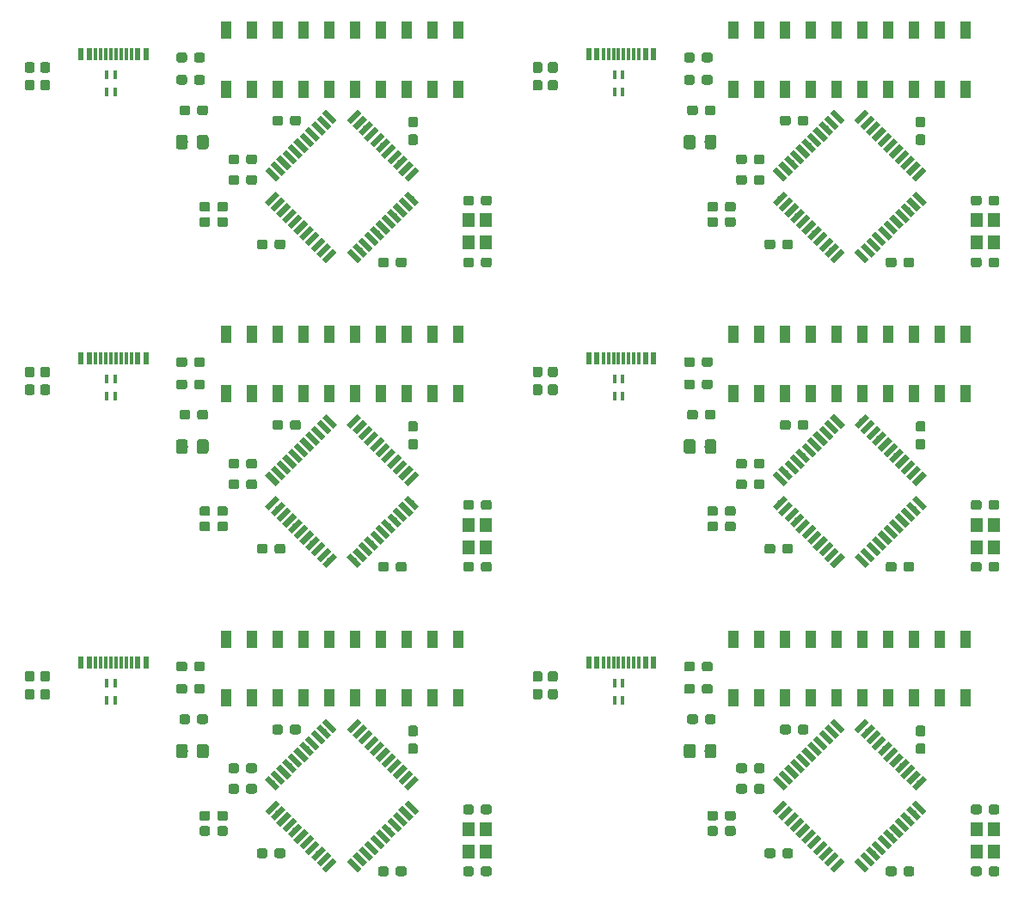
<source format=gbr>
G04 #@! TF.GenerationSoftware,KiCad,Pcbnew,(5.0.0)*
G04 #@! TF.CreationDate,2018-10-14T22:14:47+02:00*
G04 #@! TF.ProjectId,model-f-5291-pcb-panel,6D6F64656C2D662D353239312D706362,rev?*
G04 #@! TF.SameCoordinates,Original*
G04 #@! TF.FileFunction,Paste,Top*
G04 #@! TF.FilePolarity,Positive*
%FSLAX46Y46*%
G04 Gerber Fmt 4.6, Leading zero omitted, Abs format (unit mm)*
G04 Created by KiCad (PCBNEW (5.0.0)) date 10/14/18 22:14:47*
%MOMM*%
%LPD*%
G01*
G04 APERTURE LIST*
%ADD10C,0.100000*%
%ADD11C,0.950000*%
%ADD12R,0.400000X0.900000*%
%ADD13R,1.200000X1.400000*%
%ADD14C,1.150000*%
%ADD15R,1.000000X1.800000*%
%ADD16C,0.550000*%
%ADD17R,0.300000X1.150000*%
%ADD18R,0.600000X1.150000*%
G04 APERTURE END LIST*
D10*
G04 #@! TO.C,R1*
G36*
X219285779Y-119526144D02*
X219308834Y-119529563D01*
X219331443Y-119535227D01*
X219353387Y-119543079D01*
X219374457Y-119553044D01*
X219394448Y-119565026D01*
X219413168Y-119578910D01*
X219430438Y-119594562D01*
X219446090Y-119611832D01*
X219459974Y-119630552D01*
X219471956Y-119650543D01*
X219481921Y-119671613D01*
X219489773Y-119693557D01*
X219495437Y-119716166D01*
X219498856Y-119739221D01*
X219500000Y-119762500D01*
X219500000Y-120237500D01*
X219498856Y-120260779D01*
X219495437Y-120283834D01*
X219489773Y-120306443D01*
X219481921Y-120328387D01*
X219471956Y-120349457D01*
X219459974Y-120369448D01*
X219446090Y-120388168D01*
X219430438Y-120405438D01*
X219413168Y-120421090D01*
X219394448Y-120434974D01*
X219374457Y-120446956D01*
X219353387Y-120456921D01*
X219331443Y-120464773D01*
X219308834Y-120470437D01*
X219285779Y-120473856D01*
X219262500Y-120475000D01*
X218687500Y-120475000D01*
X218664221Y-120473856D01*
X218641166Y-120470437D01*
X218618557Y-120464773D01*
X218596613Y-120456921D01*
X218575543Y-120446956D01*
X218555552Y-120434974D01*
X218536832Y-120421090D01*
X218519562Y-120405438D01*
X218503910Y-120388168D01*
X218490026Y-120369448D01*
X218478044Y-120349457D01*
X218468079Y-120328387D01*
X218460227Y-120306443D01*
X218454563Y-120283834D01*
X218451144Y-120260779D01*
X218450000Y-120237500D01*
X218450000Y-119762500D01*
X218451144Y-119739221D01*
X218454563Y-119716166D01*
X218460227Y-119693557D01*
X218468079Y-119671613D01*
X218478044Y-119650543D01*
X218490026Y-119630552D01*
X218503910Y-119611832D01*
X218519562Y-119594562D01*
X218536832Y-119578910D01*
X218555552Y-119565026D01*
X218575543Y-119553044D01*
X218596613Y-119543079D01*
X218618557Y-119535227D01*
X218641166Y-119529563D01*
X218664221Y-119526144D01*
X218687500Y-119525000D01*
X219262500Y-119525000D01*
X219285779Y-119526144D01*
X219285779Y-119526144D01*
G37*
D11*
X218975000Y-120000000D03*
D10*
G36*
X217535779Y-119526144D02*
X217558834Y-119529563D01*
X217581443Y-119535227D01*
X217603387Y-119543079D01*
X217624457Y-119553044D01*
X217644448Y-119565026D01*
X217663168Y-119578910D01*
X217680438Y-119594562D01*
X217696090Y-119611832D01*
X217709974Y-119630552D01*
X217721956Y-119650543D01*
X217731921Y-119671613D01*
X217739773Y-119693557D01*
X217745437Y-119716166D01*
X217748856Y-119739221D01*
X217750000Y-119762500D01*
X217750000Y-120237500D01*
X217748856Y-120260779D01*
X217745437Y-120283834D01*
X217739773Y-120306443D01*
X217731921Y-120328387D01*
X217721956Y-120349457D01*
X217709974Y-120369448D01*
X217696090Y-120388168D01*
X217680438Y-120405438D01*
X217663168Y-120421090D01*
X217644448Y-120434974D01*
X217624457Y-120446956D01*
X217603387Y-120456921D01*
X217581443Y-120464773D01*
X217558834Y-120470437D01*
X217535779Y-120473856D01*
X217512500Y-120475000D01*
X216937500Y-120475000D01*
X216914221Y-120473856D01*
X216891166Y-120470437D01*
X216868557Y-120464773D01*
X216846613Y-120456921D01*
X216825543Y-120446956D01*
X216805552Y-120434974D01*
X216786832Y-120421090D01*
X216769562Y-120405438D01*
X216753910Y-120388168D01*
X216740026Y-120369448D01*
X216728044Y-120349457D01*
X216718079Y-120328387D01*
X216710227Y-120306443D01*
X216704563Y-120283834D01*
X216701144Y-120260779D01*
X216700000Y-120237500D01*
X216700000Y-119762500D01*
X216701144Y-119739221D01*
X216704563Y-119716166D01*
X216710227Y-119693557D01*
X216718079Y-119671613D01*
X216728044Y-119650543D01*
X216740026Y-119630552D01*
X216753910Y-119611832D01*
X216769562Y-119594562D01*
X216786832Y-119578910D01*
X216805552Y-119565026D01*
X216825543Y-119553044D01*
X216846613Y-119543079D01*
X216868557Y-119535227D01*
X216891166Y-119529563D01*
X216914221Y-119526144D01*
X216937500Y-119525000D01*
X217512500Y-119525000D01*
X217535779Y-119526144D01*
X217535779Y-119526144D01*
G37*
D11*
X217225000Y-120000000D03*
G04 #@! TD*
D10*
G04 #@! TO.C,R1*
G36*
X169285779Y-119526144D02*
X169308834Y-119529563D01*
X169331443Y-119535227D01*
X169353387Y-119543079D01*
X169374457Y-119553044D01*
X169394448Y-119565026D01*
X169413168Y-119578910D01*
X169430438Y-119594562D01*
X169446090Y-119611832D01*
X169459974Y-119630552D01*
X169471956Y-119650543D01*
X169481921Y-119671613D01*
X169489773Y-119693557D01*
X169495437Y-119716166D01*
X169498856Y-119739221D01*
X169500000Y-119762500D01*
X169500000Y-120237500D01*
X169498856Y-120260779D01*
X169495437Y-120283834D01*
X169489773Y-120306443D01*
X169481921Y-120328387D01*
X169471956Y-120349457D01*
X169459974Y-120369448D01*
X169446090Y-120388168D01*
X169430438Y-120405438D01*
X169413168Y-120421090D01*
X169394448Y-120434974D01*
X169374457Y-120446956D01*
X169353387Y-120456921D01*
X169331443Y-120464773D01*
X169308834Y-120470437D01*
X169285779Y-120473856D01*
X169262500Y-120475000D01*
X168687500Y-120475000D01*
X168664221Y-120473856D01*
X168641166Y-120470437D01*
X168618557Y-120464773D01*
X168596613Y-120456921D01*
X168575543Y-120446956D01*
X168555552Y-120434974D01*
X168536832Y-120421090D01*
X168519562Y-120405438D01*
X168503910Y-120388168D01*
X168490026Y-120369448D01*
X168478044Y-120349457D01*
X168468079Y-120328387D01*
X168460227Y-120306443D01*
X168454563Y-120283834D01*
X168451144Y-120260779D01*
X168450000Y-120237500D01*
X168450000Y-119762500D01*
X168451144Y-119739221D01*
X168454563Y-119716166D01*
X168460227Y-119693557D01*
X168468079Y-119671613D01*
X168478044Y-119650543D01*
X168490026Y-119630552D01*
X168503910Y-119611832D01*
X168519562Y-119594562D01*
X168536832Y-119578910D01*
X168555552Y-119565026D01*
X168575543Y-119553044D01*
X168596613Y-119543079D01*
X168618557Y-119535227D01*
X168641166Y-119529563D01*
X168664221Y-119526144D01*
X168687500Y-119525000D01*
X169262500Y-119525000D01*
X169285779Y-119526144D01*
X169285779Y-119526144D01*
G37*
D11*
X168975000Y-120000000D03*
D10*
G36*
X167535779Y-119526144D02*
X167558834Y-119529563D01*
X167581443Y-119535227D01*
X167603387Y-119543079D01*
X167624457Y-119553044D01*
X167644448Y-119565026D01*
X167663168Y-119578910D01*
X167680438Y-119594562D01*
X167696090Y-119611832D01*
X167709974Y-119630552D01*
X167721956Y-119650543D01*
X167731921Y-119671613D01*
X167739773Y-119693557D01*
X167745437Y-119716166D01*
X167748856Y-119739221D01*
X167750000Y-119762500D01*
X167750000Y-120237500D01*
X167748856Y-120260779D01*
X167745437Y-120283834D01*
X167739773Y-120306443D01*
X167731921Y-120328387D01*
X167721956Y-120349457D01*
X167709974Y-120369448D01*
X167696090Y-120388168D01*
X167680438Y-120405438D01*
X167663168Y-120421090D01*
X167644448Y-120434974D01*
X167624457Y-120446956D01*
X167603387Y-120456921D01*
X167581443Y-120464773D01*
X167558834Y-120470437D01*
X167535779Y-120473856D01*
X167512500Y-120475000D01*
X166937500Y-120475000D01*
X166914221Y-120473856D01*
X166891166Y-120470437D01*
X166868557Y-120464773D01*
X166846613Y-120456921D01*
X166825543Y-120446956D01*
X166805552Y-120434974D01*
X166786832Y-120421090D01*
X166769562Y-120405438D01*
X166753910Y-120388168D01*
X166740026Y-120369448D01*
X166728044Y-120349457D01*
X166718079Y-120328387D01*
X166710227Y-120306443D01*
X166704563Y-120283834D01*
X166701144Y-120260779D01*
X166700000Y-120237500D01*
X166700000Y-119762500D01*
X166701144Y-119739221D01*
X166704563Y-119716166D01*
X166710227Y-119693557D01*
X166718079Y-119671613D01*
X166728044Y-119650543D01*
X166740026Y-119630552D01*
X166753910Y-119611832D01*
X166769562Y-119594562D01*
X166786832Y-119578910D01*
X166805552Y-119565026D01*
X166825543Y-119553044D01*
X166846613Y-119543079D01*
X166868557Y-119535227D01*
X166891166Y-119529563D01*
X166914221Y-119526144D01*
X166937500Y-119525000D01*
X167512500Y-119525000D01*
X167535779Y-119526144D01*
X167535779Y-119526144D01*
G37*
D11*
X167225000Y-120000000D03*
G04 #@! TD*
D10*
G04 #@! TO.C,R1*
G36*
X219285779Y-89526144D02*
X219308834Y-89529563D01*
X219331443Y-89535227D01*
X219353387Y-89543079D01*
X219374457Y-89553044D01*
X219394448Y-89565026D01*
X219413168Y-89578910D01*
X219430438Y-89594562D01*
X219446090Y-89611832D01*
X219459974Y-89630552D01*
X219471956Y-89650543D01*
X219481921Y-89671613D01*
X219489773Y-89693557D01*
X219495437Y-89716166D01*
X219498856Y-89739221D01*
X219500000Y-89762500D01*
X219500000Y-90237500D01*
X219498856Y-90260779D01*
X219495437Y-90283834D01*
X219489773Y-90306443D01*
X219481921Y-90328387D01*
X219471956Y-90349457D01*
X219459974Y-90369448D01*
X219446090Y-90388168D01*
X219430438Y-90405438D01*
X219413168Y-90421090D01*
X219394448Y-90434974D01*
X219374457Y-90446956D01*
X219353387Y-90456921D01*
X219331443Y-90464773D01*
X219308834Y-90470437D01*
X219285779Y-90473856D01*
X219262500Y-90475000D01*
X218687500Y-90475000D01*
X218664221Y-90473856D01*
X218641166Y-90470437D01*
X218618557Y-90464773D01*
X218596613Y-90456921D01*
X218575543Y-90446956D01*
X218555552Y-90434974D01*
X218536832Y-90421090D01*
X218519562Y-90405438D01*
X218503910Y-90388168D01*
X218490026Y-90369448D01*
X218478044Y-90349457D01*
X218468079Y-90328387D01*
X218460227Y-90306443D01*
X218454563Y-90283834D01*
X218451144Y-90260779D01*
X218450000Y-90237500D01*
X218450000Y-89762500D01*
X218451144Y-89739221D01*
X218454563Y-89716166D01*
X218460227Y-89693557D01*
X218468079Y-89671613D01*
X218478044Y-89650543D01*
X218490026Y-89630552D01*
X218503910Y-89611832D01*
X218519562Y-89594562D01*
X218536832Y-89578910D01*
X218555552Y-89565026D01*
X218575543Y-89553044D01*
X218596613Y-89543079D01*
X218618557Y-89535227D01*
X218641166Y-89529563D01*
X218664221Y-89526144D01*
X218687500Y-89525000D01*
X219262500Y-89525000D01*
X219285779Y-89526144D01*
X219285779Y-89526144D01*
G37*
D11*
X218975000Y-90000000D03*
D10*
G36*
X217535779Y-89526144D02*
X217558834Y-89529563D01*
X217581443Y-89535227D01*
X217603387Y-89543079D01*
X217624457Y-89553044D01*
X217644448Y-89565026D01*
X217663168Y-89578910D01*
X217680438Y-89594562D01*
X217696090Y-89611832D01*
X217709974Y-89630552D01*
X217721956Y-89650543D01*
X217731921Y-89671613D01*
X217739773Y-89693557D01*
X217745437Y-89716166D01*
X217748856Y-89739221D01*
X217750000Y-89762500D01*
X217750000Y-90237500D01*
X217748856Y-90260779D01*
X217745437Y-90283834D01*
X217739773Y-90306443D01*
X217731921Y-90328387D01*
X217721956Y-90349457D01*
X217709974Y-90369448D01*
X217696090Y-90388168D01*
X217680438Y-90405438D01*
X217663168Y-90421090D01*
X217644448Y-90434974D01*
X217624457Y-90446956D01*
X217603387Y-90456921D01*
X217581443Y-90464773D01*
X217558834Y-90470437D01*
X217535779Y-90473856D01*
X217512500Y-90475000D01*
X216937500Y-90475000D01*
X216914221Y-90473856D01*
X216891166Y-90470437D01*
X216868557Y-90464773D01*
X216846613Y-90456921D01*
X216825543Y-90446956D01*
X216805552Y-90434974D01*
X216786832Y-90421090D01*
X216769562Y-90405438D01*
X216753910Y-90388168D01*
X216740026Y-90369448D01*
X216728044Y-90349457D01*
X216718079Y-90328387D01*
X216710227Y-90306443D01*
X216704563Y-90283834D01*
X216701144Y-90260779D01*
X216700000Y-90237500D01*
X216700000Y-89762500D01*
X216701144Y-89739221D01*
X216704563Y-89716166D01*
X216710227Y-89693557D01*
X216718079Y-89671613D01*
X216728044Y-89650543D01*
X216740026Y-89630552D01*
X216753910Y-89611832D01*
X216769562Y-89594562D01*
X216786832Y-89578910D01*
X216805552Y-89565026D01*
X216825543Y-89553044D01*
X216846613Y-89543079D01*
X216868557Y-89535227D01*
X216891166Y-89529563D01*
X216914221Y-89526144D01*
X216937500Y-89525000D01*
X217512500Y-89525000D01*
X217535779Y-89526144D01*
X217535779Y-89526144D01*
G37*
D11*
X217225000Y-90000000D03*
G04 #@! TD*
D10*
G04 #@! TO.C,R1*
G36*
X169285779Y-89526144D02*
X169308834Y-89529563D01*
X169331443Y-89535227D01*
X169353387Y-89543079D01*
X169374457Y-89553044D01*
X169394448Y-89565026D01*
X169413168Y-89578910D01*
X169430438Y-89594562D01*
X169446090Y-89611832D01*
X169459974Y-89630552D01*
X169471956Y-89650543D01*
X169481921Y-89671613D01*
X169489773Y-89693557D01*
X169495437Y-89716166D01*
X169498856Y-89739221D01*
X169500000Y-89762500D01*
X169500000Y-90237500D01*
X169498856Y-90260779D01*
X169495437Y-90283834D01*
X169489773Y-90306443D01*
X169481921Y-90328387D01*
X169471956Y-90349457D01*
X169459974Y-90369448D01*
X169446090Y-90388168D01*
X169430438Y-90405438D01*
X169413168Y-90421090D01*
X169394448Y-90434974D01*
X169374457Y-90446956D01*
X169353387Y-90456921D01*
X169331443Y-90464773D01*
X169308834Y-90470437D01*
X169285779Y-90473856D01*
X169262500Y-90475000D01*
X168687500Y-90475000D01*
X168664221Y-90473856D01*
X168641166Y-90470437D01*
X168618557Y-90464773D01*
X168596613Y-90456921D01*
X168575543Y-90446956D01*
X168555552Y-90434974D01*
X168536832Y-90421090D01*
X168519562Y-90405438D01*
X168503910Y-90388168D01*
X168490026Y-90369448D01*
X168478044Y-90349457D01*
X168468079Y-90328387D01*
X168460227Y-90306443D01*
X168454563Y-90283834D01*
X168451144Y-90260779D01*
X168450000Y-90237500D01*
X168450000Y-89762500D01*
X168451144Y-89739221D01*
X168454563Y-89716166D01*
X168460227Y-89693557D01*
X168468079Y-89671613D01*
X168478044Y-89650543D01*
X168490026Y-89630552D01*
X168503910Y-89611832D01*
X168519562Y-89594562D01*
X168536832Y-89578910D01*
X168555552Y-89565026D01*
X168575543Y-89553044D01*
X168596613Y-89543079D01*
X168618557Y-89535227D01*
X168641166Y-89529563D01*
X168664221Y-89526144D01*
X168687500Y-89525000D01*
X169262500Y-89525000D01*
X169285779Y-89526144D01*
X169285779Y-89526144D01*
G37*
D11*
X168975000Y-90000000D03*
D10*
G36*
X167535779Y-89526144D02*
X167558834Y-89529563D01*
X167581443Y-89535227D01*
X167603387Y-89543079D01*
X167624457Y-89553044D01*
X167644448Y-89565026D01*
X167663168Y-89578910D01*
X167680438Y-89594562D01*
X167696090Y-89611832D01*
X167709974Y-89630552D01*
X167721956Y-89650543D01*
X167731921Y-89671613D01*
X167739773Y-89693557D01*
X167745437Y-89716166D01*
X167748856Y-89739221D01*
X167750000Y-89762500D01*
X167750000Y-90237500D01*
X167748856Y-90260779D01*
X167745437Y-90283834D01*
X167739773Y-90306443D01*
X167731921Y-90328387D01*
X167721956Y-90349457D01*
X167709974Y-90369448D01*
X167696090Y-90388168D01*
X167680438Y-90405438D01*
X167663168Y-90421090D01*
X167644448Y-90434974D01*
X167624457Y-90446956D01*
X167603387Y-90456921D01*
X167581443Y-90464773D01*
X167558834Y-90470437D01*
X167535779Y-90473856D01*
X167512500Y-90475000D01*
X166937500Y-90475000D01*
X166914221Y-90473856D01*
X166891166Y-90470437D01*
X166868557Y-90464773D01*
X166846613Y-90456921D01*
X166825543Y-90446956D01*
X166805552Y-90434974D01*
X166786832Y-90421090D01*
X166769562Y-90405438D01*
X166753910Y-90388168D01*
X166740026Y-90369448D01*
X166728044Y-90349457D01*
X166718079Y-90328387D01*
X166710227Y-90306443D01*
X166704563Y-90283834D01*
X166701144Y-90260779D01*
X166700000Y-90237500D01*
X166700000Y-89762500D01*
X166701144Y-89739221D01*
X166704563Y-89716166D01*
X166710227Y-89693557D01*
X166718079Y-89671613D01*
X166728044Y-89650543D01*
X166740026Y-89630552D01*
X166753910Y-89611832D01*
X166769562Y-89594562D01*
X166786832Y-89578910D01*
X166805552Y-89565026D01*
X166825543Y-89553044D01*
X166846613Y-89543079D01*
X166868557Y-89535227D01*
X166891166Y-89529563D01*
X166914221Y-89526144D01*
X166937500Y-89525000D01*
X167512500Y-89525000D01*
X167535779Y-89526144D01*
X167535779Y-89526144D01*
G37*
D11*
X167225000Y-90000000D03*
G04 #@! TD*
D10*
G04 #@! TO.C,R1*
G36*
X219285779Y-59526144D02*
X219308834Y-59529563D01*
X219331443Y-59535227D01*
X219353387Y-59543079D01*
X219374457Y-59553044D01*
X219394448Y-59565026D01*
X219413168Y-59578910D01*
X219430438Y-59594562D01*
X219446090Y-59611832D01*
X219459974Y-59630552D01*
X219471956Y-59650543D01*
X219481921Y-59671613D01*
X219489773Y-59693557D01*
X219495437Y-59716166D01*
X219498856Y-59739221D01*
X219500000Y-59762500D01*
X219500000Y-60237500D01*
X219498856Y-60260779D01*
X219495437Y-60283834D01*
X219489773Y-60306443D01*
X219481921Y-60328387D01*
X219471956Y-60349457D01*
X219459974Y-60369448D01*
X219446090Y-60388168D01*
X219430438Y-60405438D01*
X219413168Y-60421090D01*
X219394448Y-60434974D01*
X219374457Y-60446956D01*
X219353387Y-60456921D01*
X219331443Y-60464773D01*
X219308834Y-60470437D01*
X219285779Y-60473856D01*
X219262500Y-60475000D01*
X218687500Y-60475000D01*
X218664221Y-60473856D01*
X218641166Y-60470437D01*
X218618557Y-60464773D01*
X218596613Y-60456921D01*
X218575543Y-60446956D01*
X218555552Y-60434974D01*
X218536832Y-60421090D01*
X218519562Y-60405438D01*
X218503910Y-60388168D01*
X218490026Y-60369448D01*
X218478044Y-60349457D01*
X218468079Y-60328387D01*
X218460227Y-60306443D01*
X218454563Y-60283834D01*
X218451144Y-60260779D01*
X218450000Y-60237500D01*
X218450000Y-59762500D01*
X218451144Y-59739221D01*
X218454563Y-59716166D01*
X218460227Y-59693557D01*
X218468079Y-59671613D01*
X218478044Y-59650543D01*
X218490026Y-59630552D01*
X218503910Y-59611832D01*
X218519562Y-59594562D01*
X218536832Y-59578910D01*
X218555552Y-59565026D01*
X218575543Y-59553044D01*
X218596613Y-59543079D01*
X218618557Y-59535227D01*
X218641166Y-59529563D01*
X218664221Y-59526144D01*
X218687500Y-59525000D01*
X219262500Y-59525000D01*
X219285779Y-59526144D01*
X219285779Y-59526144D01*
G37*
D11*
X218975000Y-60000000D03*
D10*
G36*
X217535779Y-59526144D02*
X217558834Y-59529563D01*
X217581443Y-59535227D01*
X217603387Y-59543079D01*
X217624457Y-59553044D01*
X217644448Y-59565026D01*
X217663168Y-59578910D01*
X217680438Y-59594562D01*
X217696090Y-59611832D01*
X217709974Y-59630552D01*
X217721956Y-59650543D01*
X217731921Y-59671613D01*
X217739773Y-59693557D01*
X217745437Y-59716166D01*
X217748856Y-59739221D01*
X217750000Y-59762500D01*
X217750000Y-60237500D01*
X217748856Y-60260779D01*
X217745437Y-60283834D01*
X217739773Y-60306443D01*
X217731921Y-60328387D01*
X217721956Y-60349457D01*
X217709974Y-60369448D01*
X217696090Y-60388168D01*
X217680438Y-60405438D01*
X217663168Y-60421090D01*
X217644448Y-60434974D01*
X217624457Y-60446956D01*
X217603387Y-60456921D01*
X217581443Y-60464773D01*
X217558834Y-60470437D01*
X217535779Y-60473856D01*
X217512500Y-60475000D01*
X216937500Y-60475000D01*
X216914221Y-60473856D01*
X216891166Y-60470437D01*
X216868557Y-60464773D01*
X216846613Y-60456921D01*
X216825543Y-60446956D01*
X216805552Y-60434974D01*
X216786832Y-60421090D01*
X216769562Y-60405438D01*
X216753910Y-60388168D01*
X216740026Y-60369448D01*
X216728044Y-60349457D01*
X216718079Y-60328387D01*
X216710227Y-60306443D01*
X216704563Y-60283834D01*
X216701144Y-60260779D01*
X216700000Y-60237500D01*
X216700000Y-59762500D01*
X216701144Y-59739221D01*
X216704563Y-59716166D01*
X216710227Y-59693557D01*
X216718079Y-59671613D01*
X216728044Y-59650543D01*
X216740026Y-59630552D01*
X216753910Y-59611832D01*
X216769562Y-59594562D01*
X216786832Y-59578910D01*
X216805552Y-59565026D01*
X216825543Y-59553044D01*
X216846613Y-59543079D01*
X216868557Y-59535227D01*
X216891166Y-59529563D01*
X216914221Y-59526144D01*
X216937500Y-59525000D01*
X217512500Y-59525000D01*
X217535779Y-59526144D01*
X217535779Y-59526144D01*
G37*
D11*
X217225000Y-60000000D03*
G04 #@! TD*
D10*
G04 #@! TO.C,C2*
G36*
X247527779Y-131408144D02*
X247550834Y-131411563D01*
X247573443Y-131417227D01*
X247595387Y-131425079D01*
X247616457Y-131435044D01*
X247636448Y-131447026D01*
X247655168Y-131460910D01*
X247672438Y-131476562D01*
X247688090Y-131493832D01*
X247701974Y-131512552D01*
X247713956Y-131532543D01*
X247723921Y-131553613D01*
X247731773Y-131575557D01*
X247737437Y-131598166D01*
X247740856Y-131621221D01*
X247742000Y-131644500D01*
X247742000Y-132119500D01*
X247740856Y-132142779D01*
X247737437Y-132165834D01*
X247731773Y-132188443D01*
X247723921Y-132210387D01*
X247713956Y-132231457D01*
X247701974Y-132251448D01*
X247688090Y-132270168D01*
X247672438Y-132287438D01*
X247655168Y-132303090D01*
X247636448Y-132316974D01*
X247616457Y-132328956D01*
X247595387Y-132338921D01*
X247573443Y-132346773D01*
X247550834Y-132352437D01*
X247527779Y-132355856D01*
X247504500Y-132357000D01*
X246929500Y-132357000D01*
X246906221Y-132355856D01*
X246883166Y-132352437D01*
X246860557Y-132346773D01*
X246838613Y-132338921D01*
X246817543Y-132328956D01*
X246797552Y-132316974D01*
X246778832Y-132303090D01*
X246761562Y-132287438D01*
X246745910Y-132270168D01*
X246732026Y-132251448D01*
X246720044Y-132231457D01*
X246710079Y-132210387D01*
X246702227Y-132188443D01*
X246696563Y-132165834D01*
X246693144Y-132142779D01*
X246692000Y-132119500D01*
X246692000Y-131644500D01*
X246693144Y-131621221D01*
X246696563Y-131598166D01*
X246702227Y-131575557D01*
X246710079Y-131553613D01*
X246720044Y-131532543D01*
X246732026Y-131512552D01*
X246745910Y-131493832D01*
X246761562Y-131476562D01*
X246778832Y-131460910D01*
X246797552Y-131447026D01*
X246817543Y-131435044D01*
X246838613Y-131425079D01*
X246860557Y-131417227D01*
X246883166Y-131411563D01*
X246906221Y-131408144D01*
X246929500Y-131407000D01*
X247504500Y-131407000D01*
X247527779Y-131408144D01*
X247527779Y-131408144D01*
G37*
D11*
X247217000Y-131882000D03*
D10*
G36*
X245777779Y-131408144D02*
X245800834Y-131411563D01*
X245823443Y-131417227D01*
X245845387Y-131425079D01*
X245866457Y-131435044D01*
X245886448Y-131447026D01*
X245905168Y-131460910D01*
X245922438Y-131476562D01*
X245938090Y-131493832D01*
X245951974Y-131512552D01*
X245963956Y-131532543D01*
X245973921Y-131553613D01*
X245981773Y-131575557D01*
X245987437Y-131598166D01*
X245990856Y-131621221D01*
X245992000Y-131644500D01*
X245992000Y-132119500D01*
X245990856Y-132142779D01*
X245987437Y-132165834D01*
X245981773Y-132188443D01*
X245973921Y-132210387D01*
X245963956Y-132231457D01*
X245951974Y-132251448D01*
X245938090Y-132270168D01*
X245922438Y-132287438D01*
X245905168Y-132303090D01*
X245886448Y-132316974D01*
X245866457Y-132328956D01*
X245845387Y-132338921D01*
X245823443Y-132346773D01*
X245800834Y-132352437D01*
X245777779Y-132355856D01*
X245754500Y-132357000D01*
X245179500Y-132357000D01*
X245156221Y-132355856D01*
X245133166Y-132352437D01*
X245110557Y-132346773D01*
X245088613Y-132338921D01*
X245067543Y-132328956D01*
X245047552Y-132316974D01*
X245028832Y-132303090D01*
X245011562Y-132287438D01*
X244995910Y-132270168D01*
X244982026Y-132251448D01*
X244970044Y-132231457D01*
X244960079Y-132210387D01*
X244952227Y-132188443D01*
X244946563Y-132165834D01*
X244943144Y-132142779D01*
X244942000Y-132119500D01*
X244942000Y-131644500D01*
X244943144Y-131621221D01*
X244946563Y-131598166D01*
X244952227Y-131575557D01*
X244960079Y-131553613D01*
X244970044Y-131532543D01*
X244982026Y-131512552D01*
X244995910Y-131493832D01*
X245011562Y-131476562D01*
X245028832Y-131460910D01*
X245047552Y-131447026D01*
X245067543Y-131435044D01*
X245088613Y-131425079D01*
X245110557Y-131417227D01*
X245133166Y-131411563D01*
X245156221Y-131408144D01*
X245179500Y-131407000D01*
X245754500Y-131407000D01*
X245777779Y-131408144D01*
X245777779Y-131408144D01*
G37*
D11*
X245467000Y-131882000D03*
G04 #@! TD*
D10*
G04 #@! TO.C,C2*
G36*
X197527779Y-131408144D02*
X197550834Y-131411563D01*
X197573443Y-131417227D01*
X197595387Y-131425079D01*
X197616457Y-131435044D01*
X197636448Y-131447026D01*
X197655168Y-131460910D01*
X197672438Y-131476562D01*
X197688090Y-131493832D01*
X197701974Y-131512552D01*
X197713956Y-131532543D01*
X197723921Y-131553613D01*
X197731773Y-131575557D01*
X197737437Y-131598166D01*
X197740856Y-131621221D01*
X197742000Y-131644500D01*
X197742000Y-132119500D01*
X197740856Y-132142779D01*
X197737437Y-132165834D01*
X197731773Y-132188443D01*
X197723921Y-132210387D01*
X197713956Y-132231457D01*
X197701974Y-132251448D01*
X197688090Y-132270168D01*
X197672438Y-132287438D01*
X197655168Y-132303090D01*
X197636448Y-132316974D01*
X197616457Y-132328956D01*
X197595387Y-132338921D01*
X197573443Y-132346773D01*
X197550834Y-132352437D01*
X197527779Y-132355856D01*
X197504500Y-132357000D01*
X196929500Y-132357000D01*
X196906221Y-132355856D01*
X196883166Y-132352437D01*
X196860557Y-132346773D01*
X196838613Y-132338921D01*
X196817543Y-132328956D01*
X196797552Y-132316974D01*
X196778832Y-132303090D01*
X196761562Y-132287438D01*
X196745910Y-132270168D01*
X196732026Y-132251448D01*
X196720044Y-132231457D01*
X196710079Y-132210387D01*
X196702227Y-132188443D01*
X196696563Y-132165834D01*
X196693144Y-132142779D01*
X196692000Y-132119500D01*
X196692000Y-131644500D01*
X196693144Y-131621221D01*
X196696563Y-131598166D01*
X196702227Y-131575557D01*
X196710079Y-131553613D01*
X196720044Y-131532543D01*
X196732026Y-131512552D01*
X196745910Y-131493832D01*
X196761562Y-131476562D01*
X196778832Y-131460910D01*
X196797552Y-131447026D01*
X196817543Y-131435044D01*
X196838613Y-131425079D01*
X196860557Y-131417227D01*
X196883166Y-131411563D01*
X196906221Y-131408144D01*
X196929500Y-131407000D01*
X197504500Y-131407000D01*
X197527779Y-131408144D01*
X197527779Y-131408144D01*
G37*
D11*
X197217000Y-131882000D03*
D10*
G36*
X195777779Y-131408144D02*
X195800834Y-131411563D01*
X195823443Y-131417227D01*
X195845387Y-131425079D01*
X195866457Y-131435044D01*
X195886448Y-131447026D01*
X195905168Y-131460910D01*
X195922438Y-131476562D01*
X195938090Y-131493832D01*
X195951974Y-131512552D01*
X195963956Y-131532543D01*
X195973921Y-131553613D01*
X195981773Y-131575557D01*
X195987437Y-131598166D01*
X195990856Y-131621221D01*
X195992000Y-131644500D01*
X195992000Y-132119500D01*
X195990856Y-132142779D01*
X195987437Y-132165834D01*
X195981773Y-132188443D01*
X195973921Y-132210387D01*
X195963956Y-132231457D01*
X195951974Y-132251448D01*
X195938090Y-132270168D01*
X195922438Y-132287438D01*
X195905168Y-132303090D01*
X195886448Y-132316974D01*
X195866457Y-132328956D01*
X195845387Y-132338921D01*
X195823443Y-132346773D01*
X195800834Y-132352437D01*
X195777779Y-132355856D01*
X195754500Y-132357000D01*
X195179500Y-132357000D01*
X195156221Y-132355856D01*
X195133166Y-132352437D01*
X195110557Y-132346773D01*
X195088613Y-132338921D01*
X195067543Y-132328956D01*
X195047552Y-132316974D01*
X195028832Y-132303090D01*
X195011562Y-132287438D01*
X194995910Y-132270168D01*
X194982026Y-132251448D01*
X194970044Y-132231457D01*
X194960079Y-132210387D01*
X194952227Y-132188443D01*
X194946563Y-132165834D01*
X194943144Y-132142779D01*
X194942000Y-132119500D01*
X194942000Y-131644500D01*
X194943144Y-131621221D01*
X194946563Y-131598166D01*
X194952227Y-131575557D01*
X194960079Y-131553613D01*
X194970044Y-131532543D01*
X194982026Y-131512552D01*
X194995910Y-131493832D01*
X195011562Y-131476562D01*
X195028832Y-131460910D01*
X195047552Y-131447026D01*
X195067543Y-131435044D01*
X195088613Y-131425079D01*
X195110557Y-131417227D01*
X195133166Y-131411563D01*
X195156221Y-131408144D01*
X195179500Y-131407000D01*
X195754500Y-131407000D01*
X195777779Y-131408144D01*
X195777779Y-131408144D01*
G37*
D11*
X195467000Y-131882000D03*
G04 #@! TD*
D10*
G04 #@! TO.C,C2*
G36*
X247527779Y-101408144D02*
X247550834Y-101411563D01*
X247573443Y-101417227D01*
X247595387Y-101425079D01*
X247616457Y-101435044D01*
X247636448Y-101447026D01*
X247655168Y-101460910D01*
X247672438Y-101476562D01*
X247688090Y-101493832D01*
X247701974Y-101512552D01*
X247713956Y-101532543D01*
X247723921Y-101553613D01*
X247731773Y-101575557D01*
X247737437Y-101598166D01*
X247740856Y-101621221D01*
X247742000Y-101644500D01*
X247742000Y-102119500D01*
X247740856Y-102142779D01*
X247737437Y-102165834D01*
X247731773Y-102188443D01*
X247723921Y-102210387D01*
X247713956Y-102231457D01*
X247701974Y-102251448D01*
X247688090Y-102270168D01*
X247672438Y-102287438D01*
X247655168Y-102303090D01*
X247636448Y-102316974D01*
X247616457Y-102328956D01*
X247595387Y-102338921D01*
X247573443Y-102346773D01*
X247550834Y-102352437D01*
X247527779Y-102355856D01*
X247504500Y-102357000D01*
X246929500Y-102357000D01*
X246906221Y-102355856D01*
X246883166Y-102352437D01*
X246860557Y-102346773D01*
X246838613Y-102338921D01*
X246817543Y-102328956D01*
X246797552Y-102316974D01*
X246778832Y-102303090D01*
X246761562Y-102287438D01*
X246745910Y-102270168D01*
X246732026Y-102251448D01*
X246720044Y-102231457D01*
X246710079Y-102210387D01*
X246702227Y-102188443D01*
X246696563Y-102165834D01*
X246693144Y-102142779D01*
X246692000Y-102119500D01*
X246692000Y-101644500D01*
X246693144Y-101621221D01*
X246696563Y-101598166D01*
X246702227Y-101575557D01*
X246710079Y-101553613D01*
X246720044Y-101532543D01*
X246732026Y-101512552D01*
X246745910Y-101493832D01*
X246761562Y-101476562D01*
X246778832Y-101460910D01*
X246797552Y-101447026D01*
X246817543Y-101435044D01*
X246838613Y-101425079D01*
X246860557Y-101417227D01*
X246883166Y-101411563D01*
X246906221Y-101408144D01*
X246929500Y-101407000D01*
X247504500Y-101407000D01*
X247527779Y-101408144D01*
X247527779Y-101408144D01*
G37*
D11*
X247217000Y-101882000D03*
D10*
G36*
X245777779Y-101408144D02*
X245800834Y-101411563D01*
X245823443Y-101417227D01*
X245845387Y-101425079D01*
X245866457Y-101435044D01*
X245886448Y-101447026D01*
X245905168Y-101460910D01*
X245922438Y-101476562D01*
X245938090Y-101493832D01*
X245951974Y-101512552D01*
X245963956Y-101532543D01*
X245973921Y-101553613D01*
X245981773Y-101575557D01*
X245987437Y-101598166D01*
X245990856Y-101621221D01*
X245992000Y-101644500D01*
X245992000Y-102119500D01*
X245990856Y-102142779D01*
X245987437Y-102165834D01*
X245981773Y-102188443D01*
X245973921Y-102210387D01*
X245963956Y-102231457D01*
X245951974Y-102251448D01*
X245938090Y-102270168D01*
X245922438Y-102287438D01*
X245905168Y-102303090D01*
X245886448Y-102316974D01*
X245866457Y-102328956D01*
X245845387Y-102338921D01*
X245823443Y-102346773D01*
X245800834Y-102352437D01*
X245777779Y-102355856D01*
X245754500Y-102357000D01*
X245179500Y-102357000D01*
X245156221Y-102355856D01*
X245133166Y-102352437D01*
X245110557Y-102346773D01*
X245088613Y-102338921D01*
X245067543Y-102328956D01*
X245047552Y-102316974D01*
X245028832Y-102303090D01*
X245011562Y-102287438D01*
X244995910Y-102270168D01*
X244982026Y-102251448D01*
X244970044Y-102231457D01*
X244960079Y-102210387D01*
X244952227Y-102188443D01*
X244946563Y-102165834D01*
X244943144Y-102142779D01*
X244942000Y-102119500D01*
X244942000Y-101644500D01*
X244943144Y-101621221D01*
X244946563Y-101598166D01*
X244952227Y-101575557D01*
X244960079Y-101553613D01*
X244970044Y-101532543D01*
X244982026Y-101512552D01*
X244995910Y-101493832D01*
X245011562Y-101476562D01*
X245028832Y-101460910D01*
X245047552Y-101447026D01*
X245067543Y-101435044D01*
X245088613Y-101425079D01*
X245110557Y-101417227D01*
X245133166Y-101411563D01*
X245156221Y-101408144D01*
X245179500Y-101407000D01*
X245754500Y-101407000D01*
X245777779Y-101408144D01*
X245777779Y-101408144D01*
G37*
D11*
X245467000Y-101882000D03*
G04 #@! TD*
D10*
G04 #@! TO.C,C2*
G36*
X197527779Y-101408144D02*
X197550834Y-101411563D01*
X197573443Y-101417227D01*
X197595387Y-101425079D01*
X197616457Y-101435044D01*
X197636448Y-101447026D01*
X197655168Y-101460910D01*
X197672438Y-101476562D01*
X197688090Y-101493832D01*
X197701974Y-101512552D01*
X197713956Y-101532543D01*
X197723921Y-101553613D01*
X197731773Y-101575557D01*
X197737437Y-101598166D01*
X197740856Y-101621221D01*
X197742000Y-101644500D01*
X197742000Y-102119500D01*
X197740856Y-102142779D01*
X197737437Y-102165834D01*
X197731773Y-102188443D01*
X197723921Y-102210387D01*
X197713956Y-102231457D01*
X197701974Y-102251448D01*
X197688090Y-102270168D01*
X197672438Y-102287438D01*
X197655168Y-102303090D01*
X197636448Y-102316974D01*
X197616457Y-102328956D01*
X197595387Y-102338921D01*
X197573443Y-102346773D01*
X197550834Y-102352437D01*
X197527779Y-102355856D01*
X197504500Y-102357000D01*
X196929500Y-102357000D01*
X196906221Y-102355856D01*
X196883166Y-102352437D01*
X196860557Y-102346773D01*
X196838613Y-102338921D01*
X196817543Y-102328956D01*
X196797552Y-102316974D01*
X196778832Y-102303090D01*
X196761562Y-102287438D01*
X196745910Y-102270168D01*
X196732026Y-102251448D01*
X196720044Y-102231457D01*
X196710079Y-102210387D01*
X196702227Y-102188443D01*
X196696563Y-102165834D01*
X196693144Y-102142779D01*
X196692000Y-102119500D01*
X196692000Y-101644500D01*
X196693144Y-101621221D01*
X196696563Y-101598166D01*
X196702227Y-101575557D01*
X196710079Y-101553613D01*
X196720044Y-101532543D01*
X196732026Y-101512552D01*
X196745910Y-101493832D01*
X196761562Y-101476562D01*
X196778832Y-101460910D01*
X196797552Y-101447026D01*
X196817543Y-101435044D01*
X196838613Y-101425079D01*
X196860557Y-101417227D01*
X196883166Y-101411563D01*
X196906221Y-101408144D01*
X196929500Y-101407000D01*
X197504500Y-101407000D01*
X197527779Y-101408144D01*
X197527779Y-101408144D01*
G37*
D11*
X197217000Y-101882000D03*
D10*
G36*
X195777779Y-101408144D02*
X195800834Y-101411563D01*
X195823443Y-101417227D01*
X195845387Y-101425079D01*
X195866457Y-101435044D01*
X195886448Y-101447026D01*
X195905168Y-101460910D01*
X195922438Y-101476562D01*
X195938090Y-101493832D01*
X195951974Y-101512552D01*
X195963956Y-101532543D01*
X195973921Y-101553613D01*
X195981773Y-101575557D01*
X195987437Y-101598166D01*
X195990856Y-101621221D01*
X195992000Y-101644500D01*
X195992000Y-102119500D01*
X195990856Y-102142779D01*
X195987437Y-102165834D01*
X195981773Y-102188443D01*
X195973921Y-102210387D01*
X195963956Y-102231457D01*
X195951974Y-102251448D01*
X195938090Y-102270168D01*
X195922438Y-102287438D01*
X195905168Y-102303090D01*
X195886448Y-102316974D01*
X195866457Y-102328956D01*
X195845387Y-102338921D01*
X195823443Y-102346773D01*
X195800834Y-102352437D01*
X195777779Y-102355856D01*
X195754500Y-102357000D01*
X195179500Y-102357000D01*
X195156221Y-102355856D01*
X195133166Y-102352437D01*
X195110557Y-102346773D01*
X195088613Y-102338921D01*
X195067543Y-102328956D01*
X195047552Y-102316974D01*
X195028832Y-102303090D01*
X195011562Y-102287438D01*
X194995910Y-102270168D01*
X194982026Y-102251448D01*
X194970044Y-102231457D01*
X194960079Y-102210387D01*
X194952227Y-102188443D01*
X194946563Y-102165834D01*
X194943144Y-102142779D01*
X194942000Y-102119500D01*
X194942000Y-101644500D01*
X194943144Y-101621221D01*
X194946563Y-101598166D01*
X194952227Y-101575557D01*
X194960079Y-101553613D01*
X194970044Y-101532543D01*
X194982026Y-101512552D01*
X194995910Y-101493832D01*
X195011562Y-101476562D01*
X195028832Y-101460910D01*
X195047552Y-101447026D01*
X195067543Y-101435044D01*
X195088613Y-101425079D01*
X195110557Y-101417227D01*
X195133166Y-101411563D01*
X195156221Y-101408144D01*
X195179500Y-101407000D01*
X195754500Y-101407000D01*
X195777779Y-101408144D01*
X195777779Y-101408144D01*
G37*
D11*
X195467000Y-101882000D03*
G04 #@! TD*
D10*
G04 #@! TO.C,C2*
G36*
X247527779Y-71408144D02*
X247550834Y-71411563D01*
X247573443Y-71417227D01*
X247595387Y-71425079D01*
X247616457Y-71435044D01*
X247636448Y-71447026D01*
X247655168Y-71460910D01*
X247672438Y-71476562D01*
X247688090Y-71493832D01*
X247701974Y-71512552D01*
X247713956Y-71532543D01*
X247723921Y-71553613D01*
X247731773Y-71575557D01*
X247737437Y-71598166D01*
X247740856Y-71621221D01*
X247742000Y-71644500D01*
X247742000Y-72119500D01*
X247740856Y-72142779D01*
X247737437Y-72165834D01*
X247731773Y-72188443D01*
X247723921Y-72210387D01*
X247713956Y-72231457D01*
X247701974Y-72251448D01*
X247688090Y-72270168D01*
X247672438Y-72287438D01*
X247655168Y-72303090D01*
X247636448Y-72316974D01*
X247616457Y-72328956D01*
X247595387Y-72338921D01*
X247573443Y-72346773D01*
X247550834Y-72352437D01*
X247527779Y-72355856D01*
X247504500Y-72357000D01*
X246929500Y-72357000D01*
X246906221Y-72355856D01*
X246883166Y-72352437D01*
X246860557Y-72346773D01*
X246838613Y-72338921D01*
X246817543Y-72328956D01*
X246797552Y-72316974D01*
X246778832Y-72303090D01*
X246761562Y-72287438D01*
X246745910Y-72270168D01*
X246732026Y-72251448D01*
X246720044Y-72231457D01*
X246710079Y-72210387D01*
X246702227Y-72188443D01*
X246696563Y-72165834D01*
X246693144Y-72142779D01*
X246692000Y-72119500D01*
X246692000Y-71644500D01*
X246693144Y-71621221D01*
X246696563Y-71598166D01*
X246702227Y-71575557D01*
X246710079Y-71553613D01*
X246720044Y-71532543D01*
X246732026Y-71512552D01*
X246745910Y-71493832D01*
X246761562Y-71476562D01*
X246778832Y-71460910D01*
X246797552Y-71447026D01*
X246817543Y-71435044D01*
X246838613Y-71425079D01*
X246860557Y-71417227D01*
X246883166Y-71411563D01*
X246906221Y-71408144D01*
X246929500Y-71407000D01*
X247504500Y-71407000D01*
X247527779Y-71408144D01*
X247527779Y-71408144D01*
G37*
D11*
X247217000Y-71882000D03*
D10*
G36*
X245777779Y-71408144D02*
X245800834Y-71411563D01*
X245823443Y-71417227D01*
X245845387Y-71425079D01*
X245866457Y-71435044D01*
X245886448Y-71447026D01*
X245905168Y-71460910D01*
X245922438Y-71476562D01*
X245938090Y-71493832D01*
X245951974Y-71512552D01*
X245963956Y-71532543D01*
X245973921Y-71553613D01*
X245981773Y-71575557D01*
X245987437Y-71598166D01*
X245990856Y-71621221D01*
X245992000Y-71644500D01*
X245992000Y-72119500D01*
X245990856Y-72142779D01*
X245987437Y-72165834D01*
X245981773Y-72188443D01*
X245973921Y-72210387D01*
X245963956Y-72231457D01*
X245951974Y-72251448D01*
X245938090Y-72270168D01*
X245922438Y-72287438D01*
X245905168Y-72303090D01*
X245886448Y-72316974D01*
X245866457Y-72328956D01*
X245845387Y-72338921D01*
X245823443Y-72346773D01*
X245800834Y-72352437D01*
X245777779Y-72355856D01*
X245754500Y-72357000D01*
X245179500Y-72357000D01*
X245156221Y-72355856D01*
X245133166Y-72352437D01*
X245110557Y-72346773D01*
X245088613Y-72338921D01*
X245067543Y-72328956D01*
X245047552Y-72316974D01*
X245028832Y-72303090D01*
X245011562Y-72287438D01*
X244995910Y-72270168D01*
X244982026Y-72251448D01*
X244970044Y-72231457D01*
X244960079Y-72210387D01*
X244952227Y-72188443D01*
X244946563Y-72165834D01*
X244943144Y-72142779D01*
X244942000Y-72119500D01*
X244942000Y-71644500D01*
X244943144Y-71621221D01*
X244946563Y-71598166D01*
X244952227Y-71575557D01*
X244960079Y-71553613D01*
X244970044Y-71532543D01*
X244982026Y-71512552D01*
X244995910Y-71493832D01*
X245011562Y-71476562D01*
X245028832Y-71460910D01*
X245047552Y-71447026D01*
X245067543Y-71435044D01*
X245088613Y-71425079D01*
X245110557Y-71417227D01*
X245133166Y-71411563D01*
X245156221Y-71408144D01*
X245179500Y-71407000D01*
X245754500Y-71407000D01*
X245777779Y-71408144D01*
X245777779Y-71408144D01*
G37*
D11*
X245467000Y-71882000D03*
G04 #@! TD*
D10*
G04 #@! TO.C,R4*
G36*
X219810779Y-132026144D02*
X219833834Y-132029563D01*
X219856443Y-132035227D01*
X219878387Y-132043079D01*
X219899457Y-132053044D01*
X219919448Y-132065026D01*
X219938168Y-132078910D01*
X219955438Y-132094562D01*
X219971090Y-132111832D01*
X219984974Y-132130552D01*
X219996956Y-132150543D01*
X220006921Y-132171613D01*
X220014773Y-132193557D01*
X220020437Y-132216166D01*
X220023856Y-132239221D01*
X220025000Y-132262500D01*
X220025000Y-132737500D01*
X220023856Y-132760779D01*
X220020437Y-132783834D01*
X220014773Y-132806443D01*
X220006921Y-132828387D01*
X219996956Y-132849457D01*
X219984974Y-132869448D01*
X219971090Y-132888168D01*
X219955438Y-132905438D01*
X219938168Y-132921090D01*
X219919448Y-132934974D01*
X219899457Y-132946956D01*
X219878387Y-132956921D01*
X219856443Y-132964773D01*
X219833834Y-132970437D01*
X219810779Y-132973856D01*
X219787500Y-132975000D01*
X219212500Y-132975000D01*
X219189221Y-132973856D01*
X219166166Y-132970437D01*
X219143557Y-132964773D01*
X219121613Y-132956921D01*
X219100543Y-132946956D01*
X219080552Y-132934974D01*
X219061832Y-132921090D01*
X219044562Y-132905438D01*
X219028910Y-132888168D01*
X219015026Y-132869448D01*
X219003044Y-132849457D01*
X218993079Y-132828387D01*
X218985227Y-132806443D01*
X218979563Y-132783834D01*
X218976144Y-132760779D01*
X218975000Y-132737500D01*
X218975000Y-132262500D01*
X218976144Y-132239221D01*
X218979563Y-132216166D01*
X218985227Y-132193557D01*
X218993079Y-132171613D01*
X219003044Y-132150543D01*
X219015026Y-132130552D01*
X219028910Y-132111832D01*
X219044562Y-132094562D01*
X219061832Y-132078910D01*
X219080552Y-132065026D01*
X219100543Y-132053044D01*
X219121613Y-132043079D01*
X219143557Y-132035227D01*
X219166166Y-132029563D01*
X219189221Y-132026144D01*
X219212500Y-132025000D01*
X219787500Y-132025000D01*
X219810779Y-132026144D01*
X219810779Y-132026144D01*
G37*
D11*
X219500000Y-132500000D03*
D10*
G36*
X221560779Y-132026144D02*
X221583834Y-132029563D01*
X221606443Y-132035227D01*
X221628387Y-132043079D01*
X221649457Y-132053044D01*
X221669448Y-132065026D01*
X221688168Y-132078910D01*
X221705438Y-132094562D01*
X221721090Y-132111832D01*
X221734974Y-132130552D01*
X221746956Y-132150543D01*
X221756921Y-132171613D01*
X221764773Y-132193557D01*
X221770437Y-132216166D01*
X221773856Y-132239221D01*
X221775000Y-132262500D01*
X221775000Y-132737500D01*
X221773856Y-132760779D01*
X221770437Y-132783834D01*
X221764773Y-132806443D01*
X221756921Y-132828387D01*
X221746956Y-132849457D01*
X221734974Y-132869448D01*
X221721090Y-132888168D01*
X221705438Y-132905438D01*
X221688168Y-132921090D01*
X221669448Y-132934974D01*
X221649457Y-132946956D01*
X221628387Y-132956921D01*
X221606443Y-132964773D01*
X221583834Y-132970437D01*
X221560779Y-132973856D01*
X221537500Y-132975000D01*
X220962500Y-132975000D01*
X220939221Y-132973856D01*
X220916166Y-132970437D01*
X220893557Y-132964773D01*
X220871613Y-132956921D01*
X220850543Y-132946956D01*
X220830552Y-132934974D01*
X220811832Y-132921090D01*
X220794562Y-132905438D01*
X220778910Y-132888168D01*
X220765026Y-132869448D01*
X220753044Y-132849457D01*
X220743079Y-132828387D01*
X220735227Y-132806443D01*
X220729563Y-132783834D01*
X220726144Y-132760779D01*
X220725000Y-132737500D01*
X220725000Y-132262500D01*
X220726144Y-132239221D01*
X220729563Y-132216166D01*
X220735227Y-132193557D01*
X220743079Y-132171613D01*
X220753044Y-132150543D01*
X220765026Y-132130552D01*
X220778910Y-132111832D01*
X220794562Y-132094562D01*
X220811832Y-132078910D01*
X220830552Y-132065026D01*
X220850543Y-132053044D01*
X220871613Y-132043079D01*
X220893557Y-132035227D01*
X220916166Y-132029563D01*
X220939221Y-132026144D01*
X220962500Y-132025000D01*
X221537500Y-132025000D01*
X221560779Y-132026144D01*
X221560779Y-132026144D01*
G37*
D11*
X221250000Y-132500000D03*
G04 #@! TD*
D10*
G04 #@! TO.C,R4*
G36*
X169810779Y-132026144D02*
X169833834Y-132029563D01*
X169856443Y-132035227D01*
X169878387Y-132043079D01*
X169899457Y-132053044D01*
X169919448Y-132065026D01*
X169938168Y-132078910D01*
X169955438Y-132094562D01*
X169971090Y-132111832D01*
X169984974Y-132130552D01*
X169996956Y-132150543D01*
X170006921Y-132171613D01*
X170014773Y-132193557D01*
X170020437Y-132216166D01*
X170023856Y-132239221D01*
X170025000Y-132262500D01*
X170025000Y-132737500D01*
X170023856Y-132760779D01*
X170020437Y-132783834D01*
X170014773Y-132806443D01*
X170006921Y-132828387D01*
X169996956Y-132849457D01*
X169984974Y-132869448D01*
X169971090Y-132888168D01*
X169955438Y-132905438D01*
X169938168Y-132921090D01*
X169919448Y-132934974D01*
X169899457Y-132946956D01*
X169878387Y-132956921D01*
X169856443Y-132964773D01*
X169833834Y-132970437D01*
X169810779Y-132973856D01*
X169787500Y-132975000D01*
X169212500Y-132975000D01*
X169189221Y-132973856D01*
X169166166Y-132970437D01*
X169143557Y-132964773D01*
X169121613Y-132956921D01*
X169100543Y-132946956D01*
X169080552Y-132934974D01*
X169061832Y-132921090D01*
X169044562Y-132905438D01*
X169028910Y-132888168D01*
X169015026Y-132869448D01*
X169003044Y-132849457D01*
X168993079Y-132828387D01*
X168985227Y-132806443D01*
X168979563Y-132783834D01*
X168976144Y-132760779D01*
X168975000Y-132737500D01*
X168975000Y-132262500D01*
X168976144Y-132239221D01*
X168979563Y-132216166D01*
X168985227Y-132193557D01*
X168993079Y-132171613D01*
X169003044Y-132150543D01*
X169015026Y-132130552D01*
X169028910Y-132111832D01*
X169044562Y-132094562D01*
X169061832Y-132078910D01*
X169080552Y-132065026D01*
X169100543Y-132053044D01*
X169121613Y-132043079D01*
X169143557Y-132035227D01*
X169166166Y-132029563D01*
X169189221Y-132026144D01*
X169212500Y-132025000D01*
X169787500Y-132025000D01*
X169810779Y-132026144D01*
X169810779Y-132026144D01*
G37*
D11*
X169500000Y-132500000D03*
D10*
G36*
X171560779Y-132026144D02*
X171583834Y-132029563D01*
X171606443Y-132035227D01*
X171628387Y-132043079D01*
X171649457Y-132053044D01*
X171669448Y-132065026D01*
X171688168Y-132078910D01*
X171705438Y-132094562D01*
X171721090Y-132111832D01*
X171734974Y-132130552D01*
X171746956Y-132150543D01*
X171756921Y-132171613D01*
X171764773Y-132193557D01*
X171770437Y-132216166D01*
X171773856Y-132239221D01*
X171775000Y-132262500D01*
X171775000Y-132737500D01*
X171773856Y-132760779D01*
X171770437Y-132783834D01*
X171764773Y-132806443D01*
X171756921Y-132828387D01*
X171746956Y-132849457D01*
X171734974Y-132869448D01*
X171721090Y-132888168D01*
X171705438Y-132905438D01*
X171688168Y-132921090D01*
X171669448Y-132934974D01*
X171649457Y-132946956D01*
X171628387Y-132956921D01*
X171606443Y-132964773D01*
X171583834Y-132970437D01*
X171560779Y-132973856D01*
X171537500Y-132975000D01*
X170962500Y-132975000D01*
X170939221Y-132973856D01*
X170916166Y-132970437D01*
X170893557Y-132964773D01*
X170871613Y-132956921D01*
X170850543Y-132946956D01*
X170830552Y-132934974D01*
X170811832Y-132921090D01*
X170794562Y-132905438D01*
X170778910Y-132888168D01*
X170765026Y-132869448D01*
X170753044Y-132849457D01*
X170743079Y-132828387D01*
X170735227Y-132806443D01*
X170729563Y-132783834D01*
X170726144Y-132760779D01*
X170725000Y-132737500D01*
X170725000Y-132262500D01*
X170726144Y-132239221D01*
X170729563Y-132216166D01*
X170735227Y-132193557D01*
X170743079Y-132171613D01*
X170753044Y-132150543D01*
X170765026Y-132130552D01*
X170778910Y-132111832D01*
X170794562Y-132094562D01*
X170811832Y-132078910D01*
X170830552Y-132065026D01*
X170850543Y-132053044D01*
X170871613Y-132043079D01*
X170893557Y-132035227D01*
X170916166Y-132029563D01*
X170939221Y-132026144D01*
X170962500Y-132025000D01*
X171537500Y-132025000D01*
X171560779Y-132026144D01*
X171560779Y-132026144D01*
G37*
D11*
X171250000Y-132500000D03*
G04 #@! TD*
D10*
G04 #@! TO.C,R4*
G36*
X219810779Y-102026144D02*
X219833834Y-102029563D01*
X219856443Y-102035227D01*
X219878387Y-102043079D01*
X219899457Y-102053044D01*
X219919448Y-102065026D01*
X219938168Y-102078910D01*
X219955438Y-102094562D01*
X219971090Y-102111832D01*
X219984974Y-102130552D01*
X219996956Y-102150543D01*
X220006921Y-102171613D01*
X220014773Y-102193557D01*
X220020437Y-102216166D01*
X220023856Y-102239221D01*
X220025000Y-102262500D01*
X220025000Y-102737500D01*
X220023856Y-102760779D01*
X220020437Y-102783834D01*
X220014773Y-102806443D01*
X220006921Y-102828387D01*
X219996956Y-102849457D01*
X219984974Y-102869448D01*
X219971090Y-102888168D01*
X219955438Y-102905438D01*
X219938168Y-102921090D01*
X219919448Y-102934974D01*
X219899457Y-102946956D01*
X219878387Y-102956921D01*
X219856443Y-102964773D01*
X219833834Y-102970437D01*
X219810779Y-102973856D01*
X219787500Y-102975000D01*
X219212500Y-102975000D01*
X219189221Y-102973856D01*
X219166166Y-102970437D01*
X219143557Y-102964773D01*
X219121613Y-102956921D01*
X219100543Y-102946956D01*
X219080552Y-102934974D01*
X219061832Y-102921090D01*
X219044562Y-102905438D01*
X219028910Y-102888168D01*
X219015026Y-102869448D01*
X219003044Y-102849457D01*
X218993079Y-102828387D01*
X218985227Y-102806443D01*
X218979563Y-102783834D01*
X218976144Y-102760779D01*
X218975000Y-102737500D01*
X218975000Y-102262500D01*
X218976144Y-102239221D01*
X218979563Y-102216166D01*
X218985227Y-102193557D01*
X218993079Y-102171613D01*
X219003044Y-102150543D01*
X219015026Y-102130552D01*
X219028910Y-102111832D01*
X219044562Y-102094562D01*
X219061832Y-102078910D01*
X219080552Y-102065026D01*
X219100543Y-102053044D01*
X219121613Y-102043079D01*
X219143557Y-102035227D01*
X219166166Y-102029563D01*
X219189221Y-102026144D01*
X219212500Y-102025000D01*
X219787500Y-102025000D01*
X219810779Y-102026144D01*
X219810779Y-102026144D01*
G37*
D11*
X219500000Y-102500000D03*
D10*
G36*
X221560779Y-102026144D02*
X221583834Y-102029563D01*
X221606443Y-102035227D01*
X221628387Y-102043079D01*
X221649457Y-102053044D01*
X221669448Y-102065026D01*
X221688168Y-102078910D01*
X221705438Y-102094562D01*
X221721090Y-102111832D01*
X221734974Y-102130552D01*
X221746956Y-102150543D01*
X221756921Y-102171613D01*
X221764773Y-102193557D01*
X221770437Y-102216166D01*
X221773856Y-102239221D01*
X221775000Y-102262500D01*
X221775000Y-102737500D01*
X221773856Y-102760779D01*
X221770437Y-102783834D01*
X221764773Y-102806443D01*
X221756921Y-102828387D01*
X221746956Y-102849457D01*
X221734974Y-102869448D01*
X221721090Y-102888168D01*
X221705438Y-102905438D01*
X221688168Y-102921090D01*
X221669448Y-102934974D01*
X221649457Y-102946956D01*
X221628387Y-102956921D01*
X221606443Y-102964773D01*
X221583834Y-102970437D01*
X221560779Y-102973856D01*
X221537500Y-102975000D01*
X220962500Y-102975000D01*
X220939221Y-102973856D01*
X220916166Y-102970437D01*
X220893557Y-102964773D01*
X220871613Y-102956921D01*
X220850543Y-102946956D01*
X220830552Y-102934974D01*
X220811832Y-102921090D01*
X220794562Y-102905438D01*
X220778910Y-102888168D01*
X220765026Y-102869448D01*
X220753044Y-102849457D01*
X220743079Y-102828387D01*
X220735227Y-102806443D01*
X220729563Y-102783834D01*
X220726144Y-102760779D01*
X220725000Y-102737500D01*
X220725000Y-102262500D01*
X220726144Y-102239221D01*
X220729563Y-102216166D01*
X220735227Y-102193557D01*
X220743079Y-102171613D01*
X220753044Y-102150543D01*
X220765026Y-102130552D01*
X220778910Y-102111832D01*
X220794562Y-102094562D01*
X220811832Y-102078910D01*
X220830552Y-102065026D01*
X220850543Y-102053044D01*
X220871613Y-102043079D01*
X220893557Y-102035227D01*
X220916166Y-102029563D01*
X220939221Y-102026144D01*
X220962500Y-102025000D01*
X221537500Y-102025000D01*
X221560779Y-102026144D01*
X221560779Y-102026144D01*
G37*
D11*
X221250000Y-102500000D03*
G04 #@! TD*
D10*
G04 #@! TO.C,R4*
G36*
X169810779Y-102026144D02*
X169833834Y-102029563D01*
X169856443Y-102035227D01*
X169878387Y-102043079D01*
X169899457Y-102053044D01*
X169919448Y-102065026D01*
X169938168Y-102078910D01*
X169955438Y-102094562D01*
X169971090Y-102111832D01*
X169984974Y-102130552D01*
X169996956Y-102150543D01*
X170006921Y-102171613D01*
X170014773Y-102193557D01*
X170020437Y-102216166D01*
X170023856Y-102239221D01*
X170025000Y-102262500D01*
X170025000Y-102737500D01*
X170023856Y-102760779D01*
X170020437Y-102783834D01*
X170014773Y-102806443D01*
X170006921Y-102828387D01*
X169996956Y-102849457D01*
X169984974Y-102869448D01*
X169971090Y-102888168D01*
X169955438Y-102905438D01*
X169938168Y-102921090D01*
X169919448Y-102934974D01*
X169899457Y-102946956D01*
X169878387Y-102956921D01*
X169856443Y-102964773D01*
X169833834Y-102970437D01*
X169810779Y-102973856D01*
X169787500Y-102975000D01*
X169212500Y-102975000D01*
X169189221Y-102973856D01*
X169166166Y-102970437D01*
X169143557Y-102964773D01*
X169121613Y-102956921D01*
X169100543Y-102946956D01*
X169080552Y-102934974D01*
X169061832Y-102921090D01*
X169044562Y-102905438D01*
X169028910Y-102888168D01*
X169015026Y-102869448D01*
X169003044Y-102849457D01*
X168993079Y-102828387D01*
X168985227Y-102806443D01*
X168979563Y-102783834D01*
X168976144Y-102760779D01*
X168975000Y-102737500D01*
X168975000Y-102262500D01*
X168976144Y-102239221D01*
X168979563Y-102216166D01*
X168985227Y-102193557D01*
X168993079Y-102171613D01*
X169003044Y-102150543D01*
X169015026Y-102130552D01*
X169028910Y-102111832D01*
X169044562Y-102094562D01*
X169061832Y-102078910D01*
X169080552Y-102065026D01*
X169100543Y-102053044D01*
X169121613Y-102043079D01*
X169143557Y-102035227D01*
X169166166Y-102029563D01*
X169189221Y-102026144D01*
X169212500Y-102025000D01*
X169787500Y-102025000D01*
X169810779Y-102026144D01*
X169810779Y-102026144D01*
G37*
D11*
X169500000Y-102500000D03*
D10*
G36*
X171560779Y-102026144D02*
X171583834Y-102029563D01*
X171606443Y-102035227D01*
X171628387Y-102043079D01*
X171649457Y-102053044D01*
X171669448Y-102065026D01*
X171688168Y-102078910D01*
X171705438Y-102094562D01*
X171721090Y-102111832D01*
X171734974Y-102130552D01*
X171746956Y-102150543D01*
X171756921Y-102171613D01*
X171764773Y-102193557D01*
X171770437Y-102216166D01*
X171773856Y-102239221D01*
X171775000Y-102262500D01*
X171775000Y-102737500D01*
X171773856Y-102760779D01*
X171770437Y-102783834D01*
X171764773Y-102806443D01*
X171756921Y-102828387D01*
X171746956Y-102849457D01*
X171734974Y-102869448D01*
X171721090Y-102888168D01*
X171705438Y-102905438D01*
X171688168Y-102921090D01*
X171669448Y-102934974D01*
X171649457Y-102946956D01*
X171628387Y-102956921D01*
X171606443Y-102964773D01*
X171583834Y-102970437D01*
X171560779Y-102973856D01*
X171537500Y-102975000D01*
X170962500Y-102975000D01*
X170939221Y-102973856D01*
X170916166Y-102970437D01*
X170893557Y-102964773D01*
X170871613Y-102956921D01*
X170850543Y-102946956D01*
X170830552Y-102934974D01*
X170811832Y-102921090D01*
X170794562Y-102905438D01*
X170778910Y-102888168D01*
X170765026Y-102869448D01*
X170753044Y-102849457D01*
X170743079Y-102828387D01*
X170735227Y-102806443D01*
X170729563Y-102783834D01*
X170726144Y-102760779D01*
X170725000Y-102737500D01*
X170725000Y-102262500D01*
X170726144Y-102239221D01*
X170729563Y-102216166D01*
X170735227Y-102193557D01*
X170743079Y-102171613D01*
X170753044Y-102150543D01*
X170765026Y-102130552D01*
X170778910Y-102111832D01*
X170794562Y-102094562D01*
X170811832Y-102078910D01*
X170830552Y-102065026D01*
X170850543Y-102053044D01*
X170871613Y-102043079D01*
X170893557Y-102035227D01*
X170916166Y-102029563D01*
X170939221Y-102026144D01*
X170962500Y-102025000D01*
X171537500Y-102025000D01*
X171560779Y-102026144D01*
X171560779Y-102026144D01*
G37*
D11*
X171250000Y-102500000D03*
G04 #@! TD*
D10*
G04 #@! TO.C,R4*
G36*
X219810779Y-72026144D02*
X219833834Y-72029563D01*
X219856443Y-72035227D01*
X219878387Y-72043079D01*
X219899457Y-72053044D01*
X219919448Y-72065026D01*
X219938168Y-72078910D01*
X219955438Y-72094562D01*
X219971090Y-72111832D01*
X219984974Y-72130552D01*
X219996956Y-72150543D01*
X220006921Y-72171613D01*
X220014773Y-72193557D01*
X220020437Y-72216166D01*
X220023856Y-72239221D01*
X220025000Y-72262500D01*
X220025000Y-72737500D01*
X220023856Y-72760779D01*
X220020437Y-72783834D01*
X220014773Y-72806443D01*
X220006921Y-72828387D01*
X219996956Y-72849457D01*
X219984974Y-72869448D01*
X219971090Y-72888168D01*
X219955438Y-72905438D01*
X219938168Y-72921090D01*
X219919448Y-72934974D01*
X219899457Y-72946956D01*
X219878387Y-72956921D01*
X219856443Y-72964773D01*
X219833834Y-72970437D01*
X219810779Y-72973856D01*
X219787500Y-72975000D01*
X219212500Y-72975000D01*
X219189221Y-72973856D01*
X219166166Y-72970437D01*
X219143557Y-72964773D01*
X219121613Y-72956921D01*
X219100543Y-72946956D01*
X219080552Y-72934974D01*
X219061832Y-72921090D01*
X219044562Y-72905438D01*
X219028910Y-72888168D01*
X219015026Y-72869448D01*
X219003044Y-72849457D01*
X218993079Y-72828387D01*
X218985227Y-72806443D01*
X218979563Y-72783834D01*
X218976144Y-72760779D01*
X218975000Y-72737500D01*
X218975000Y-72262500D01*
X218976144Y-72239221D01*
X218979563Y-72216166D01*
X218985227Y-72193557D01*
X218993079Y-72171613D01*
X219003044Y-72150543D01*
X219015026Y-72130552D01*
X219028910Y-72111832D01*
X219044562Y-72094562D01*
X219061832Y-72078910D01*
X219080552Y-72065026D01*
X219100543Y-72053044D01*
X219121613Y-72043079D01*
X219143557Y-72035227D01*
X219166166Y-72029563D01*
X219189221Y-72026144D01*
X219212500Y-72025000D01*
X219787500Y-72025000D01*
X219810779Y-72026144D01*
X219810779Y-72026144D01*
G37*
D11*
X219500000Y-72500000D03*
D10*
G36*
X221560779Y-72026144D02*
X221583834Y-72029563D01*
X221606443Y-72035227D01*
X221628387Y-72043079D01*
X221649457Y-72053044D01*
X221669448Y-72065026D01*
X221688168Y-72078910D01*
X221705438Y-72094562D01*
X221721090Y-72111832D01*
X221734974Y-72130552D01*
X221746956Y-72150543D01*
X221756921Y-72171613D01*
X221764773Y-72193557D01*
X221770437Y-72216166D01*
X221773856Y-72239221D01*
X221775000Y-72262500D01*
X221775000Y-72737500D01*
X221773856Y-72760779D01*
X221770437Y-72783834D01*
X221764773Y-72806443D01*
X221756921Y-72828387D01*
X221746956Y-72849457D01*
X221734974Y-72869448D01*
X221721090Y-72888168D01*
X221705438Y-72905438D01*
X221688168Y-72921090D01*
X221669448Y-72934974D01*
X221649457Y-72946956D01*
X221628387Y-72956921D01*
X221606443Y-72964773D01*
X221583834Y-72970437D01*
X221560779Y-72973856D01*
X221537500Y-72975000D01*
X220962500Y-72975000D01*
X220939221Y-72973856D01*
X220916166Y-72970437D01*
X220893557Y-72964773D01*
X220871613Y-72956921D01*
X220850543Y-72946956D01*
X220830552Y-72934974D01*
X220811832Y-72921090D01*
X220794562Y-72905438D01*
X220778910Y-72888168D01*
X220765026Y-72869448D01*
X220753044Y-72849457D01*
X220743079Y-72828387D01*
X220735227Y-72806443D01*
X220729563Y-72783834D01*
X220726144Y-72760779D01*
X220725000Y-72737500D01*
X220725000Y-72262500D01*
X220726144Y-72239221D01*
X220729563Y-72216166D01*
X220735227Y-72193557D01*
X220743079Y-72171613D01*
X220753044Y-72150543D01*
X220765026Y-72130552D01*
X220778910Y-72111832D01*
X220794562Y-72094562D01*
X220811832Y-72078910D01*
X220830552Y-72065026D01*
X220850543Y-72053044D01*
X220871613Y-72043079D01*
X220893557Y-72035227D01*
X220916166Y-72029563D01*
X220939221Y-72026144D01*
X220962500Y-72025000D01*
X221537500Y-72025000D01*
X221560779Y-72026144D01*
X221560779Y-72026144D01*
G37*
D11*
X221250000Y-72500000D03*
G04 #@! TD*
D10*
G04 #@! TO.C,R2*
G36*
X217535779Y-117326144D02*
X217558834Y-117329563D01*
X217581443Y-117335227D01*
X217603387Y-117343079D01*
X217624457Y-117353044D01*
X217644448Y-117365026D01*
X217663168Y-117378910D01*
X217680438Y-117394562D01*
X217696090Y-117411832D01*
X217709974Y-117430552D01*
X217721956Y-117450543D01*
X217731921Y-117471613D01*
X217739773Y-117493557D01*
X217745437Y-117516166D01*
X217748856Y-117539221D01*
X217750000Y-117562500D01*
X217750000Y-118037500D01*
X217748856Y-118060779D01*
X217745437Y-118083834D01*
X217739773Y-118106443D01*
X217731921Y-118128387D01*
X217721956Y-118149457D01*
X217709974Y-118169448D01*
X217696090Y-118188168D01*
X217680438Y-118205438D01*
X217663168Y-118221090D01*
X217644448Y-118234974D01*
X217624457Y-118246956D01*
X217603387Y-118256921D01*
X217581443Y-118264773D01*
X217558834Y-118270437D01*
X217535779Y-118273856D01*
X217512500Y-118275000D01*
X216937500Y-118275000D01*
X216914221Y-118273856D01*
X216891166Y-118270437D01*
X216868557Y-118264773D01*
X216846613Y-118256921D01*
X216825543Y-118246956D01*
X216805552Y-118234974D01*
X216786832Y-118221090D01*
X216769562Y-118205438D01*
X216753910Y-118188168D01*
X216740026Y-118169448D01*
X216728044Y-118149457D01*
X216718079Y-118128387D01*
X216710227Y-118106443D01*
X216704563Y-118083834D01*
X216701144Y-118060779D01*
X216700000Y-118037500D01*
X216700000Y-117562500D01*
X216701144Y-117539221D01*
X216704563Y-117516166D01*
X216710227Y-117493557D01*
X216718079Y-117471613D01*
X216728044Y-117450543D01*
X216740026Y-117430552D01*
X216753910Y-117411832D01*
X216769562Y-117394562D01*
X216786832Y-117378910D01*
X216805552Y-117365026D01*
X216825543Y-117353044D01*
X216846613Y-117343079D01*
X216868557Y-117335227D01*
X216891166Y-117329563D01*
X216914221Y-117326144D01*
X216937500Y-117325000D01*
X217512500Y-117325000D01*
X217535779Y-117326144D01*
X217535779Y-117326144D01*
G37*
D11*
X217225000Y-117800000D03*
D10*
G36*
X219285779Y-117326144D02*
X219308834Y-117329563D01*
X219331443Y-117335227D01*
X219353387Y-117343079D01*
X219374457Y-117353044D01*
X219394448Y-117365026D01*
X219413168Y-117378910D01*
X219430438Y-117394562D01*
X219446090Y-117411832D01*
X219459974Y-117430552D01*
X219471956Y-117450543D01*
X219481921Y-117471613D01*
X219489773Y-117493557D01*
X219495437Y-117516166D01*
X219498856Y-117539221D01*
X219500000Y-117562500D01*
X219500000Y-118037500D01*
X219498856Y-118060779D01*
X219495437Y-118083834D01*
X219489773Y-118106443D01*
X219481921Y-118128387D01*
X219471956Y-118149457D01*
X219459974Y-118169448D01*
X219446090Y-118188168D01*
X219430438Y-118205438D01*
X219413168Y-118221090D01*
X219394448Y-118234974D01*
X219374457Y-118246956D01*
X219353387Y-118256921D01*
X219331443Y-118264773D01*
X219308834Y-118270437D01*
X219285779Y-118273856D01*
X219262500Y-118275000D01*
X218687500Y-118275000D01*
X218664221Y-118273856D01*
X218641166Y-118270437D01*
X218618557Y-118264773D01*
X218596613Y-118256921D01*
X218575543Y-118246956D01*
X218555552Y-118234974D01*
X218536832Y-118221090D01*
X218519562Y-118205438D01*
X218503910Y-118188168D01*
X218490026Y-118169448D01*
X218478044Y-118149457D01*
X218468079Y-118128387D01*
X218460227Y-118106443D01*
X218454563Y-118083834D01*
X218451144Y-118060779D01*
X218450000Y-118037500D01*
X218450000Y-117562500D01*
X218451144Y-117539221D01*
X218454563Y-117516166D01*
X218460227Y-117493557D01*
X218468079Y-117471613D01*
X218478044Y-117450543D01*
X218490026Y-117430552D01*
X218503910Y-117411832D01*
X218519562Y-117394562D01*
X218536832Y-117378910D01*
X218555552Y-117365026D01*
X218575543Y-117353044D01*
X218596613Y-117343079D01*
X218618557Y-117335227D01*
X218641166Y-117329563D01*
X218664221Y-117326144D01*
X218687500Y-117325000D01*
X219262500Y-117325000D01*
X219285779Y-117326144D01*
X219285779Y-117326144D01*
G37*
D11*
X218975000Y-117800000D03*
G04 #@! TD*
D10*
G04 #@! TO.C,R2*
G36*
X167535779Y-117326144D02*
X167558834Y-117329563D01*
X167581443Y-117335227D01*
X167603387Y-117343079D01*
X167624457Y-117353044D01*
X167644448Y-117365026D01*
X167663168Y-117378910D01*
X167680438Y-117394562D01*
X167696090Y-117411832D01*
X167709974Y-117430552D01*
X167721956Y-117450543D01*
X167731921Y-117471613D01*
X167739773Y-117493557D01*
X167745437Y-117516166D01*
X167748856Y-117539221D01*
X167750000Y-117562500D01*
X167750000Y-118037500D01*
X167748856Y-118060779D01*
X167745437Y-118083834D01*
X167739773Y-118106443D01*
X167731921Y-118128387D01*
X167721956Y-118149457D01*
X167709974Y-118169448D01*
X167696090Y-118188168D01*
X167680438Y-118205438D01*
X167663168Y-118221090D01*
X167644448Y-118234974D01*
X167624457Y-118246956D01*
X167603387Y-118256921D01*
X167581443Y-118264773D01*
X167558834Y-118270437D01*
X167535779Y-118273856D01*
X167512500Y-118275000D01*
X166937500Y-118275000D01*
X166914221Y-118273856D01*
X166891166Y-118270437D01*
X166868557Y-118264773D01*
X166846613Y-118256921D01*
X166825543Y-118246956D01*
X166805552Y-118234974D01*
X166786832Y-118221090D01*
X166769562Y-118205438D01*
X166753910Y-118188168D01*
X166740026Y-118169448D01*
X166728044Y-118149457D01*
X166718079Y-118128387D01*
X166710227Y-118106443D01*
X166704563Y-118083834D01*
X166701144Y-118060779D01*
X166700000Y-118037500D01*
X166700000Y-117562500D01*
X166701144Y-117539221D01*
X166704563Y-117516166D01*
X166710227Y-117493557D01*
X166718079Y-117471613D01*
X166728044Y-117450543D01*
X166740026Y-117430552D01*
X166753910Y-117411832D01*
X166769562Y-117394562D01*
X166786832Y-117378910D01*
X166805552Y-117365026D01*
X166825543Y-117353044D01*
X166846613Y-117343079D01*
X166868557Y-117335227D01*
X166891166Y-117329563D01*
X166914221Y-117326144D01*
X166937500Y-117325000D01*
X167512500Y-117325000D01*
X167535779Y-117326144D01*
X167535779Y-117326144D01*
G37*
D11*
X167225000Y-117800000D03*
D10*
G36*
X169285779Y-117326144D02*
X169308834Y-117329563D01*
X169331443Y-117335227D01*
X169353387Y-117343079D01*
X169374457Y-117353044D01*
X169394448Y-117365026D01*
X169413168Y-117378910D01*
X169430438Y-117394562D01*
X169446090Y-117411832D01*
X169459974Y-117430552D01*
X169471956Y-117450543D01*
X169481921Y-117471613D01*
X169489773Y-117493557D01*
X169495437Y-117516166D01*
X169498856Y-117539221D01*
X169500000Y-117562500D01*
X169500000Y-118037500D01*
X169498856Y-118060779D01*
X169495437Y-118083834D01*
X169489773Y-118106443D01*
X169481921Y-118128387D01*
X169471956Y-118149457D01*
X169459974Y-118169448D01*
X169446090Y-118188168D01*
X169430438Y-118205438D01*
X169413168Y-118221090D01*
X169394448Y-118234974D01*
X169374457Y-118246956D01*
X169353387Y-118256921D01*
X169331443Y-118264773D01*
X169308834Y-118270437D01*
X169285779Y-118273856D01*
X169262500Y-118275000D01*
X168687500Y-118275000D01*
X168664221Y-118273856D01*
X168641166Y-118270437D01*
X168618557Y-118264773D01*
X168596613Y-118256921D01*
X168575543Y-118246956D01*
X168555552Y-118234974D01*
X168536832Y-118221090D01*
X168519562Y-118205438D01*
X168503910Y-118188168D01*
X168490026Y-118169448D01*
X168478044Y-118149457D01*
X168468079Y-118128387D01*
X168460227Y-118106443D01*
X168454563Y-118083834D01*
X168451144Y-118060779D01*
X168450000Y-118037500D01*
X168450000Y-117562500D01*
X168451144Y-117539221D01*
X168454563Y-117516166D01*
X168460227Y-117493557D01*
X168468079Y-117471613D01*
X168478044Y-117450543D01*
X168490026Y-117430552D01*
X168503910Y-117411832D01*
X168519562Y-117394562D01*
X168536832Y-117378910D01*
X168555552Y-117365026D01*
X168575543Y-117353044D01*
X168596613Y-117343079D01*
X168618557Y-117335227D01*
X168641166Y-117329563D01*
X168664221Y-117326144D01*
X168687500Y-117325000D01*
X169262500Y-117325000D01*
X169285779Y-117326144D01*
X169285779Y-117326144D01*
G37*
D11*
X168975000Y-117800000D03*
G04 #@! TD*
D10*
G04 #@! TO.C,R2*
G36*
X217535779Y-87326144D02*
X217558834Y-87329563D01*
X217581443Y-87335227D01*
X217603387Y-87343079D01*
X217624457Y-87353044D01*
X217644448Y-87365026D01*
X217663168Y-87378910D01*
X217680438Y-87394562D01*
X217696090Y-87411832D01*
X217709974Y-87430552D01*
X217721956Y-87450543D01*
X217731921Y-87471613D01*
X217739773Y-87493557D01*
X217745437Y-87516166D01*
X217748856Y-87539221D01*
X217750000Y-87562500D01*
X217750000Y-88037500D01*
X217748856Y-88060779D01*
X217745437Y-88083834D01*
X217739773Y-88106443D01*
X217731921Y-88128387D01*
X217721956Y-88149457D01*
X217709974Y-88169448D01*
X217696090Y-88188168D01*
X217680438Y-88205438D01*
X217663168Y-88221090D01*
X217644448Y-88234974D01*
X217624457Y-88246956D01*
X217603387Y-88256921D01*
X217581443Y-88264773D01*
X217558834Y-88270437D01*
X217535779Y-88273856D01*
X217512500Y-88275000D01*
X216937500Y-88275000D01*
X216914221Y-88273856D01*
X216891166Y-88270437D01*
X216868557Y-88264773D01*
X216846613Y-88256921D01*
X216825543Y-88246956D01*
X216805552Y-88234974D01*
X216786832Y-88221090D01*
X216769562Y-88205438D01*
X216753910Y-88188168D01*
X216740026Y-88169448D01*
X216728044Y-88149457D01*
X216718079Y-88128387D01*
X216710227Y-88106443D01*
X216704563Y-88083834D01*
X216701144Y-88060779D01*
X216700000Y-88037500D01*
X216700000Y-87562500D01*
X216701144Y-87539221D01*
X216704563Y-87516166D01*
X216710227Y-87493557D01*
X216718079Y-87471613D01*
X216728044Y-87450543D01*
X216740026Y-87430552D01*
X216753910Y-87411832D01*
X216769562Y-87394562D01*
X216786832Y-87378910D01*
X216805552Y-87365026D01*
X216825543Y-87353044D01*
X216846613Y-87343079D01*
X216868557Y-87335227D01*
X216891166Y-87329563D01*
X216914221Y-87326144D01*
X216937500Y-87325000D01*
X217512500Y-87325000D01*
X217535779Y-87326144D01*
X217535779Y-87326144D01*
G37*
D11*
X217225000Y-87800000D03*
D10*
G36*
X219285779Y-87326144D02*
X219308834Y-87329563D01*
X219331443Y-87335227D01*
X219353387Y-87343079D01*
X219374457Y-87353044D01*
X219394448Y-87365026D01*
X219413168Y-87378910D01*
X219430438Y-87394562D01*
X219446090Y-87411832D01*
X219459974Y-87430552D01*
X219471956Y-87450543D01*
X219481921Y-87471613D01*
X219489773Y-87493557D01*
X219495437Y-87516166D01*
X219498856Y-87539221D01*
X219500000Y-87562500D01*
X219500000Y-88037500D01*
X219498856Y-88060779D01*
X219495437Y-88083834D01*
X219489773Y-88106443D01*
X219481921Y-88128387D01*
X219471956Y-88149457D01*
X219459974Y-88169448D01*
X219446090Y-88188168D01*
X219430438Y-88205438D01*
X219413168Y-88221090D01*
X219394448Y-88234974D01*
X219374457Y-88246956D01*
X219353387Y-88256921D01*
X219331443Y-88264773D01*
X219308834Y-88270437D01*
X219285779Y-88273856D01*
X219262500Y-88275000D01*
X218687500Y-88275000D01*
X218664221Y-88273856D01*
X218641166Y-88270437D01*
X218618557Y-88264773D01*
X218596613Y-88256921D01*
X218575543Y-88246956D01*
X218555552Y-88234974D01*
X218536832Y-88221090D01*
X218519562Y-88205438D01*
X218503910Y-88188168D01*
X218490026Y-88169448D01*
X218478044Y-88149457D01*
X218468079Y-88128387D01*
X218460227Y-88106443D01*
X218454563Y-88083834D01*
X218451144Y-88060779D01*
X218450000Y-88037500D01*
X218450000Y-87562500D01*
X218451144Y-87539221D01*
X218454563Y-87516166D01*
X218460227Y-87493557D01*
X218468079Y-87471613D01*
X218478044Y-87450543D01*
X218490026Y-87430552D01*
X218503910Y-87411832D01*
X218519562Y-87394562D01*
X218536832Y-87378910D01*
X218555552Y-87365026D01*
X218575543Y-87353044D01*
X218596613Y-87343079D01*
X218618557Y-87335227D01*
X218641166Y-87329563D01*
X218664221Y-87326144D01*
X218687500Y-87325000D01*
X219262500Y-87325000D01*
X219285779Y-87326144D01*
X219285779Y-87326144D01*
G37*
D11*
X218975000Y-87800000D03*
G04 #@! TD*
D10*
G04 #@! TO.C,R2*
G36*
X167535779Y-87326144D02*
X167558834Y-87329563D01*
X167581443Y-87335227D01*
X167603387Y-87343079D01*
X167624457Y-87353044D01*
X167644448Y-87365026D01*
X167663168Y-87378910D01*
X167680438Y-87394562D01*
X167696090Y-87411832D01*
X167709974Y-87430552D01*
X167721956Y-87450543D01*
X167731921Y-87471613D01*
X167739773Y-87493557D01*
X167745437Y-87516166D01*
X167748856Y-87539221D01*
X167750000Y-87562500D01*
X167750000Y-88037500D01*
X167748856Y-88060779D01*
X167745437Y-88083834D01*
X167739773Y-88106443D01*
X167731921Y-88128387D01*
X167721956Y-88149457D01*
X167709974Y-88169448D01*
X167696090Y-88188168D01*
X167680438Y-88205438D01*
X167663168Y-88221090D01*
X167644448Y-88234974D01*
X167624457Y-88246956D01*
X167603387Y-88256921D01*
X167581443Y-88264773D01*
X167558834Y-88270437D01*
X167535779Y-88273856D01*
X167512500Y-88275000D01*
X166937500Y-88275000D01*
X166914221Y-88273856D01*
X166891166Y-88270437D01*
X166868557Y-88264773D01*
X166846613Y-88256921D01*
X166825543Y-88246956D01*
X166805552Y-88234974D01*
X166786832Y-88221090D01*
X166769562Y-88205438D01*
X166753910Y-88188168D01*
X166740026Y-88169448D01*
X166728044Y-88149457D01*
X166718079Y-88128387D01*
X166710227Y-88106443D01*
X166704563Y-88083834D01*
X166701144Y-88060779D01*
X166700000Y-88037500D01*
X166700000Y-87562500D01*
X166701144Y-87539221D01*
X166704563Y-87516166D01*
X166710227Y-87493557D01*
X166718079Y-87471613D01*
X166728044Y-87450543D01*
X166740026Y-87430552D01*
X166753910Y-87411832D01*
X166769562Y-87394562D01*
X166786832Y-87378910D01*
X166805552Y-87365026D01*
X166825543Y-87353044D01*
X166846613Y-87343079D01*
X166868557Y-87335227D01*
X166891166Y-87329563D01*
X166914221Y-87326144D01*
X166937500Y-87325000D01*
X167512500Y-87325000D01*
X167535779Y-87326144D01*
X167535779Y-87326144D01*
G37*
D11*
X167225000Y-87800000D03*
D10*
G36*
X169285779Y-87326144D02*
X169308834Y-87329563D01*
X169331443Y-87335227D01*
X169353387Y-87343079D01*
X169374457Y-87353044D01*
X169394448Y-87365026D01*
X169413168Y-87378910D01*
X169430438Y-87394562D01*
X169446090Y-87411832D01*
X169459974Y-87430552D01*
X169471956Y-87450543D01*
X169481921Y-87471613D01*
X169489773Y-87493557D01*
X169495437Y-87516166D01*
X169498856Y-87539221D01*
X169500000Y-87562500D01*
X169500000Y-88037500D01*
X169498856Y-88060779D01*
X169495437Y-88083834D01*
X169489773Y-88106443D01*
X169481921Y-88128387D01*
X169471956Y-88149457D01*
X169459974Y-88169448D01*
X169446090Y-88188168D01*
X169430438Y-88205438D01*
X169413168Y-88221090D01*
X169394448Y-88234974D01*
X169374457Y-88246956D01*
X169353387Y-88256921D01*
X169331443Y-88264773D01*
X169308834Y-88270437D01*
X169285779Y-88273856D01*
X169262500Y-88275000D01*
X168687500Y-88275000D01*
X168664221Y-88273856D01*
X168641166Y-88270437D01*
X168618557Y-88264773D01*
X168596613Y-88256921D01*
X168575543Y-88246956D01*
X168555552Y-88234974D01*
X168536832Y-88221090D01*
X168519562Y-88205438D01*
X168503910Y-88188168D01*
X168490026Y-88169448D01*
X168478044Y-88149457D01*
X168468079Y-88128387D01*
X168460227Y-88106443D01*
X168454563Y-88083834D01*
X168451144Y-88060779D01*
X168450000Y-88037500D01*
X168450000Y-87562500D01*
X168451144Y-87539221D01*
X168454563Y-87516166D01*
X168460227Y-87493557D01*
X168468079Y-87471613D01*
X168478044Y-87450543D01*
X168490026Y-87430552D01*
X168503910Y-87411832D01*
X168519562Y-87394562D01*
X168536832Y-87378910D01*
X168555552Y-87365026D01*
X168575543Y-87353044D01*
X168596613Y-87343079D01*
X168618557Y-87335227D01*
X168641166Y-87329563D01*
X168664221Y-87326144D01*
X168687500Y-87325000D01*
X169262500Y-87325000D01*
X169285779Y-87326144D01*
X169285779Y-87326144D01*
G37*
D11*
X168975000Y-87800000D03*
G04 #@! TD*
D10*
G04 #@! TO.C,R2*
G36*
X217535779Y-57326144D02*
X217558834Y-57329563D01*
X217581443Y-57335227D01*
X217603387Y-57343079D01*
X217624457Y-57353044D01*
X217644448Y-57365026D01*
X217663168Y-57378910D01*
X217680438Y-57394562D01*
X217696090Y-57411832D01*
X217709974Y-57430552D01*
X217721956Y-57450543D01*
X217731921Y-57471613D01*
X217739773Y-57493557D01*
X217745437Y-57516166D01*
X217748856Y-57539221D01*
X217750000Y-57562500D01*
X217750000Y-58037500D01*
X217748856Y-58060779D01*
X217745437Y-58083834D01*
X217739773Y-58106443D01*
X217731921Y-58128387D01*
X217721956Y-58149457D01*
X217709974Y-58169448D01*
X217696090Y-58188168D01*
X217680438Y-58205438D01*
X217663168Y-58221090D01*
X217644448Y-58234974D01*
X217624457Y-58246956D01*
X217603387Y-58256921D01*
X217581443Y-58264773D01*
X217558834Y-58270437D01*
X217535779Y-58273856D01*
X217512500Y-58275000D01*
X216937500Y-58275000D01*
X216914221Y-58273856D01*
X216891166Y-58270437D01*
X216868557Y-58264773D01*
X216846613Y-58256921D01*
X216825543Y-58246956D01*
X216805552Y-58234974D01*
X216786832Y-58221090D01*
X216769562Y-58205438D01*
X216753910Y-58188168D01*
X216740026Y-58169448D01*
X216728044Y-58149457D01*
X216718079Y-58128387D01*
X216710227Y-58106443D01*
X216704563Y-58083834D01*
X216701144Y-58060779D01*
X216700000Y-58037500D01*
X216700000Y-57562500D01*
X216701144Y-57539221D01*
X216704563Y-57516166D01*
X216710227Y-57493557D01*
X216718079Y-57471613D01*
X216728044Y-57450543D01*
X216740026Y-57430552D01*
X216753910Y-57411832D01*
X216769562Y-57394562D01*
X216786832Y-57378910D01*
X216805552Y-57365026D01*
X216825543Y-57353044D01*
X216846613Y-57343079D01*
X216868557Y-57335227D01*
X216891166Y-57329563D01*
X216914221Y-57326144D01*
X216937500Y-57325000D01*
X217512500Y-57325000D01*
X217535779Y-57326144D01*
X217535779Y-57326144D01*
G37*
D11*
X217225000Y-57800000D03*
D10*
G36*
X219285779Y-57326144D02*
X219308834Y-57329563D01*
X219331443Y-57335227D01*
X219353387Y-57343079D01*
X219374457Y-57353044D01*
X219394448Y-57365026D01*
X219413168Y-57378910D01*
X219430438Y-57394562D01*
X219446090Y-57411832D01*
X219459974Y-57430552D01*
X219471956Y-57450543D01*
X219481921Y-57471613D01*
X219489773Y-57493557D01*
X219495437Y-57516166D01*
X219498856Y-57539221D01*
X219500000Y-57562500D01*
X219500000Y-58037500D01*
X219498856Y-58060779D01*
X219495437Y-58083834D01*
X219489773Y-58106443D01*
X219481921Y-58128387D01*
X219471956Y-58149457D01*
X219459974Y-58169448D01*
X219446090Y-58188168D01*
X219430438Y-58205438D01*
X219413168Y-58221090D01*
X219394448Y-58234974D01*
X219374457Y-58246956D01*
X219353387Y-58256921D01*
X219331443Y-58264773D01*
X219308834Y-58270437D01*
X219285779Y-58273856D01*
X219262500Y-58275000D01*
X218687500Y-58275000D01*
X218664221Y-58273856D01*
X218641166Y-58270437D01*
X218618557Y-58264773D01*
X218596613Y-58256921D01*
X218575543Y-58246956D01*
X218555552Y-58234974D01*
X218536832Y-58221090D01*
X218519562Y-58205438D01*
X218503910Y-58188168D01*
X218490026Y-58169448D01*
X218478044Y-58149457D01*
X218468079Y-58128387D01*
X218460227Y-58106443D01*
X218454563Y-58083834D01*
X218451144Y-58060779D01*
X218450000Y-58037500D01*
X218450000Y-57562500D01*
X218451144Y-57539221D01*
X218454563Y-57516166D01*
X218460227Y-57493557D01*
X218468079Y-57471613D01*
X218478044Y-57450543D01*
X218490026Y-57430552D01*
X218503910Y-57411832D01*
X218519562Y-57394562D01*
X218536832Y-57378910D01*
X218555552Y-57365026D01*
X218575543Y-57353044D01*
X218596613Y-57343079D01*
X218618557Y-57335227D01*
X218641166Y-57329563D01*
X218664221Y-57326144D01*
X218687500Y-57325000D01*
X219262500Y-57325000D01*
X219285779Y-57326144D01*
X219285779Y-57326144D01*
G37*
D11*
X218975000Y-57800000D03*
G04 #@! TD*
D10*
G04 #@! TO.C,C1*
G36*
X247527779Y-137504144D02*
X247550834Y-137507563D01*
X247573443Y-137513227D01*
X247595387Y-137521079D01*
X247616457Y-137531044D01*
X247636448Y-137543026D01*
X247655168Y-137556910D01*
X247672438Y-137572562D01*
X247688090Y-137589832D01*
X247701974Y-137608552D01*
X247713956Y-137628543D01*
X247723921Y-137649613D01*
X247731773Y-137671557D01*
X247737437Y-137694166D01*
X247740856Y-137717221D01*
X247742000Y-137740500D01*
X247742000Y-138215500D01*
X247740856Y-138238779D01*
X247737437Y-138261834D01*
X247731773Y-138284443D01*
X247723921Y-138306387D01*
X247713956Y-138327457D01*
X247701974Y-138347448D01*
X247688090Y-138366168D01*
X247672438Y-138383438D01*
X247655168Y-138399090D01*
X247636448Y-138412974D01*
X247616457Y-138424956D01*
X247595387Y-138434921D01*
X247573443Y-138442773D01*
X247550834Y-138448437D01*
X247527779Y-138451856D01*
X247504500Y-138453000D01*
X246929500Y-138453000D01*
X246906221Y-138451856D01*
X246883166Y-138448437D01*
X246860557Y-138442773D01*
X246838613Y-138434921D01*
X246817543Y-138424956D01*
X246797552Y-138412974D01*
X246778832Y-138399090D01*
X246761562Y-138383438D01*
X246745910Y-138366168D01*
X246732026Y-138347448D01*
X246720044Y-138327457D01*
X246710079Y-138306387D01*
X246702227Y-138284443D01*
X246696563Y-138261834D01*
X246693144Y-138238779D01*
X246692000Y-138215500D01*
X246692000Y-137740500D01*
X246693144Y-137717221D01*
X246696563Y-137694166D01*
X246702227Y-137671557D01*
X246710079Y-137649613D01*
X246720044Y-137628543D01*
X246732026Y-137608552D01*
X246745910Y-137589832D01*
X246761562Y-137572562D01*
X246778832Y-137556910D01*
X246797552Y-137543026D01*
X246817543Y-137531044D01*
X246838613Y-137521079D01*
X246860557Y-137513227D01*
X246883166Y-137507563D01*
X246906221Y-137504144D01*
X246929500Y-137503000D01*
X247504500Y-137503000D01*
X247527779Y-137504144D01*
X247527779Y-137504144D01*
G37*
D11*
X247217000Y-137978000D03*
D10*
G36*
X245777779Y-137504144D02*
X245800834Y-137507563D01*
X245823443Y-137513227D01*
X245845387Y-137521079D01*
X245866457Y-137531044D01*
X245886448Y-137543026D01*
X245905168Y-137556910D01*
X245922438Y-137572562D01*
X245938090Y-137589832D01*
X245951974Y-137608552D01*
X245963956Y-137628543D01*
X245973921Y-137649613D01*
X245981773Y-137671557D01*
X245987437Y-137694166D01*
X245990856Y-137717221D01*
X245992000Y-137740500D01*
X245992000Y-138215500D01*
X245990856Y-138238779D01*
X245987437Y-138261834D01*
X245981773Y-138284443D01*
X245973921Y-138306387D01*
X245963956Y-138327457D01*
X245951974Y-138347448D01*
X245938090Y-138366168D01*
X245922438Y-138383438D01*
X245905168Y-138399090D01*
X245886448Y-138412974D01*
X245866457Y-138424956D01*
X245845387Y-138434921D01*
X245823443Y-138442773D01*
X245800834Y-138448437D01*
X245777779Y-138451856D01*
X245754500Y-138453000D01*
X245179500Y-138453000D01*
X245156221Y-138451856D01*
X245133166Y-138448437D01*
X245110557Y-138442773D01*
X245088613Y-138434921D01*
X245067543Y-138424956D01*
X245047552Y-138412974D01*
X245028832Y-138399090D01*
X245011562Y-138383438D01*
X244995910Y-138366168D01*
X244982026Y-138347448D01*
X244970044Y-138327457D01*
X244960079Y-138306387D01*
X244952227Y-138284443D01*
X244946563Y-138261834D01*
X244943144Y-138238779D01*
X244942000Y-138215500D01*
X244942000Y-137740500D01*
X244943144Y-137717221D01*
X244946563Y-137694166D01*
X244952227Y-137671557D01*
X244960079Y-137649613D01*
X244970044Y-137628543D01*
X244982026Y-137608552D01*
X244995910Y-137589832D01*
X245011562Y-137572562D01*
X245028832Y-137556910D01*
X245047552Y-137543026D01*
X245067543Y-137531044D01*
X245088613Y-137521079D01*
X245110557Y-137513227D01*
X245133166Y-137507563D01*
X245156221Y-137504144D01*
X245179500Y-137503000D01*
X245754500Y-137503000D01*
X245777779Y-137504144D01*
X245777779Y-137504144D01*
G37*
D11*
X245467000Y-137978000D03*
G04 #@! TD*
D10*
G04 #@! TO.C,C1*
G36*
X197527779Y-137504144D02*
X197550834Y-137507563D01*
X197573443Y-137513227D01*
X197595387Y-137521079D01*
X197616457Y-137531044D01*
X197636448Y-137543026D01*
X197655168Y-137556910D01*
X197672438Y-137572562D01*
X197688090Y-137589832D01*
X197701974Y-137608552D01*
X197713956Y-137628543D01*
X197723921Y-137649613D01*
X197731773Y-137671557D01*
X197737437Y-137694166D01*
X197740856Y-137717221D01*
X197742000Y-137740500D01*
X197742000Y-138215500D01*
X197740856Y-138238779D01*
X197737437Y-138261834D01*
X197731773Y-138284443D01*
X197723921Y-138306387D01*
X197713956Y-138327457D01*
X197701974Y-138347448D01*
X197688090Y-138366168D01*
X197672438Y-138383438D01*
X197655168Y-138399090D01*
X197636448Y-138412974D01*
X197616457Y-138424956D01*
X197595387Y-138434921D01*
X197573443Y-138442773D01*
X197550834Y-138448437D01*
X197527779Y-138451856D01*
X197504500Y-138453000D01*
X196929500Y-138453000D01*
X196906221Y-138451856D01*
X196883166Y-138448437D01*
X196860557Y-138442773D01*
X196838613Y-138434921D01*
X196817543Y-138424956D01*
X196797552Y-138412974D01*
X196778832Y-138399090D01*
X196761562Y-138383438D01*
X196745910Y-138366168D01*
X196732026Y-138347448D01*
X196720044Y-138327457D01*
X196710079Y-138306387D01*
X196702227Y-138284443D01*
X196696563Y-138261834D01*
X196693144Y-138238779D01*
X196692000Y-138215500D01*
X196692000Y-137740500D01*
X196693144Y-137717221D01*
X196696563Y-137694166D01*
X196702227Y-137671557D01*
X196710079Y-137649613D01*
X196720044Y-137628543D01*
X196732026Y-137608552D01*
X196745910Y-137589832D01*
X196761562Y-137572562D01*
X196778832Y-137556910D01*
X196797552Y-137543026D01*
X196817543Y-137531044D01*
X196838613Y-137521079D01*
X196860557Y-137513227D01*
X196883166Y-137507563D01*
X196906221Y-137504144D01*
X196929500Y-137503000D01*
X197504500Y-137503000D01*
X197527779Y-137504144D01*
X197527779Y-137504144D01*
G37*
D11*
X197217000Y-137978000D03*
D10*
G36*
X195777779Y-137504144D02*
X195800834Y-137507563D01*
X195823443Y-137513227D01*
X195845387Y-137521079D01*
X195866457Y-137531044D01*
X195886448Y-137543026D01*
X195905168Y-137556910D01*
X195922438Y-137572562D01*
X195938090Y-137589832D01*
X195951974Y-137608552D01*
X195963956Y-137628543D01*
X195973921Y-137649613D01*
X195981773Y-137671557D01*
X195987437Y-137694166D01*
X195990856Y-137717221D01*
X195992000Y-137740500D01*
X195992000Y-138215500D01*
X195990856Y-138238779D01*
X195987437Y-138261834D01*
X195981773Y-138284443D01*
X195973921Y-138306387D01*
X195963956Y-138327457D01*
X195951974Y-138347448D01*
X195938090Y-138366168D01*
X195922438Y-138383438D01*
X195905168Y-138399090D01*
X195886448Y-138412974D01*
X195866457Y-138424956D01*
X195845387Y-138434921D01*
X195823443Y-138442773D01*
X195800834Y-138448437D01*
X195777779Y-138451856D01*
X195754500Y-138453000D01*
X195179500Y-138453000D01*
X195156221Y-138451856D01*
X195133166Y-138448437D01*
X195110557Y-138442773D01*
X195088613Y-138434921D01*
X195067543Y-138424956D01*
X195047552Y-138412974D01*
X195028832Y-138399090D01*
X195011562Y-138383438D01*
X194995910Y-138366168D01*
X194982026Y-138347448D01*
X194970044Y-138327457D01*
X194960079Y-138306387D01*
X194952227Y-138284443D01*
X194946563Y-138261834D01*
X194943144Y-138238779D01*
X194942000Y-138215500D01*
X194942000Y-137740500D01*
X194943144Y-137717221D01*
X194946563Y-137694166D01*
X194952227Y-137671557D01*
X194960079Y-137649613D01*
X194970044Y-137628543D01*
X194982026Y-137608552D01*
X194995910Y-137589832D01*
X195011562Y-137572562D01*
X195028832Y-137556910D01*
X195047552Y-137543026D01*
X195067543Y-137531044D01*
X195088613Y-137521079D01*
X195110557Y-137513227D01*
X195133166Y-137507563D01*
X195156221Y-137504144D01*
X195179500Y-137503000D01*
X195754500Y-137503000D01*
X195777779Y-137504144D01*
X195777779Y-137504144D01*
G37*
D11*
X195467000Y-137978000D03*
G04 #@! TD*
D10*
G04 #@! TO.C,C1*
G36*
X247527779Y-107504144D02*
X247550834Y-107507563D01*
X247573443Y-107513227D01*
X247595387Y-107521079D01*
X247616457Y-107531044D01*
X247636448Y-107543026D01*
X247655168Y-107556910D01*
X247672438Y-107572562D01*
X247688090Y-107589832D01*
X247701974Y-107608552D01*
X247713956Y-107628543D01*
X247723921Y-107649613D01*
X247731773Y-107671557D01*
X247737437Y-107694166D01*
X247740856Y-107717221D01*
X247742000Y-107740500D01*
X247742000Y-108215500D01*
X247740856Y-108238779D01*
X247737437Y-108261834D01*
X247731773Y-108284443D01*
X247723921Y-108306387D01*
X247713956Y-108327457D01*
X247701974Y-108347448D01*
X247688090Y-108366168D01*
X247672438Y-108383438D01*
X247655168Y-108399090D01*
X247636448Y-108412974D01*
X247616457Y-108424956D01*
X247595387Y-108434921D01*
X247573443Y-108442773D01*
X247550834Y-108448437D01*
X247527779Y-108451856D01*
X247504500Y-108453000D01*
X246929500Y-108453000D01*
X246906221Y-108451856D01*
X246883166Y-108448437D01*
X246860557Y-108442773D01*
X246838613Y-108434921D01*
X246817543Y-108424956D01*
X246797552Y-108412974D01*
X246778832Y-108399090D01*
X246761562Y-108383438D01*
X246745910Y-108366168D01*
X246732026Y-108347448D01*
X246720044Y-108327457D01*
X246710079Y-108306387D01*
X246702227Y-108284443D01*
X246696563Y-108261834D01*
X246693144Y-108238779D01*
X246692000Y-108215500D01*
X246692000Y-107740500D01*
X246693144Y-107717221D01*
X246696563Y-107694166D01*
X246702227Y-107671557D01*
X246710079Y-107649613D01*
X246720044Y-107628543D01*
X246732026Y-107608552D01*
X246745910Y-107589832D01*
X246761562Y-107572562D01*
X246778832Y-107556910D01*
X246797552Y-107543026D01*
X246817543Y-107531044D01*
X246838613Y-107521079D01*
X246860557Y-107513227D01*
X246883166Y-107507563D01*
X246906221Y-107504144D01*
X246929500Y-107503000D01*
X247504500Y-107503000D01*
X247527779Y-107504144D01*
X247527779Y-107504144D01*
G37*
D11*
X247217000Y-107978000D03*
D10*
G36*
X245777779Y-107504144D02*
X245800834Y-107507563D01*
X245823443Y-107513227D01*
X245845387Y-107521079D01*
X245866457Y-107531044D01*
X245886448Y-107543026D01*
X245905168Y-107556910D01*
X245922438Y-107572562D01*
X245938090Y-107589832D01*
X245951974Y-107608552D01*
X245963956Y-107628543D01*
X245973921Y-107649613D01*
X245981773Y-107671557D01*
X245987437Y-107694166D01*
X245990856Y-107717221D01*
X245992000Y-107740500D01*
X245992000Y-108215500D01*
X245990856Y-108238779D01*
X245987437Y-108261834D01*
X245981773Y-108284443D01*
X245973921Y-108306387D01*
X245963956Y-108327457D01*
X245951974Y-108347448D01*
X245938090Y-108366168D01*
X245922438Y-108383438D01*
X245905168Y-108399090D01*
X245886448Y-108412974D01*
X245866457Y-108424956D01*
X245845387Y-108434921D01*
X245823443Y-108442773D01*
X245800834Y-108448437D01*
X245777779Y-108451856D01*
X245754500Y-108453000D01*
X245179500Y-108453000D01*
X245156221Y-108451856D01*
X245133166Y-108448437D01*
X245110557Y-108442773D01*
X245088613Y-108434921D01*
X245067543Y-108424956D01*
X245047552Y-108412974D01*
X245028832Y-108399090D01*
X245011562Y-108383438D01*
X244995910Y-108366168D01*
X244982026Y-108347448D01*
X244970044Y-108327457D01*
X244960079Y-108306387D01*
X244952227Y-108284443D01*
X244946563Y-108261834D01*
X244943144Y-108238779D01*
X244942000Y-108215500D01*
X244942000Y-107740500D01*
X244943144Y-107717221D01*
X244946563Y-107694166D01*
X244952227Y-107671557D01*
X244960079Y-107649613D01*
X244970044Y-107628543D01*
X244982026Y-107608552D01*
X244995910Y-107589832D01*
X245011562Y-107572562D01*
X245028832Y-107556910D01*
X245047552Y-107543026D01*
X245067543Y-107531044D01*
X245088613Y-107521079D01*
X245110557Y-107513227D01*
X245133166Y-107507563D01*
X245156221Y-107504144D01*
X245179500Y-107503000D01*
X245754500Y-107503000D01*
X245777779Y-107504144D01*
X245777779Y-107504144D01*
G37*
D11*
X245467000Y-107978000D03*
G04 #@! TD*
D10*
G04 #@! TO.C,C1*
G36*
X197527779Y-107504144D02*
X197550834Y-107507563D01*
X197573443Y-107513227D01*
X197595387Y-107521079D01*
X197616457Y-107531044D01*
X197636448Y-107543026D01*
X197655168Y-107556910D01*
X197672438Y-107572562D01*
X197688090Y-107589832D01*
X197701974Y-107608552D01*
X197713956Y-107628543D01*
X197723921Y-107649613D01*
X197731773Y-107671557D01*
X197737437Y-107694166D01*
X197740856Y-107717221D01*
X197742000Y-107740500D01*
X197742000Y-108215500D01*
X197740856Y-108238779D01*
X197737437Y-108261834D01*
X197731773Y-108284443D01*
X197723921Y-108306387D01*
X197713956Y-108327457D01*
X197701974Y-108347448D01*
X197688090Y-108366168D01*
X197672438Y-108383438D01*
X197655168Y-108399090D01*
X197636448Y-108412974D01*
X197616457Y-108424956D01*
X197595387Y-108434921D01*
X197573443Y-108442773D01*
X197550834Y-108448437D01*
X197527779Y-108451856D01*
X197504500Y-108453000D01*
X196929500Y-108453000D01*
X196906221Y-108451856D01*
X196883166Y-108448437D01*
X196860557Y-108442773D01*
X196838613Y-108434921D01*
X196817543Y-108424956D01*
X196797552Y-108412974D01*
X196778832Y-108399090D01*
X196761562Y-108383438D01*
X196745910Y-108366168D01*
X196732026Y-108347448D01*
X196720044Y-108327457D01*
X196710079Y-108306387D01*
X196702227Y-108284443D01*
X196696563Y-108261834D01*
X196693144Y-108238779D01*
X196692000Y-108215500D01*
X196692000Y-107740500D01*
X196693144Y-107717221D01*
X196696563Y-107694166D01*
X196702227Y-107671557D01*
X196710079Y-107649613D01*
X196720044Y-107628543D01*
X196732026Y-107608552D01*
X196745910Y-107589832D01*
X196761562Y-107572562D01*
X196778832Y-107556910D01*
X196797552Y-107543026D01*
X196817543Y-107531044D01*
X196838613Y-107521079D01*
X196860557Y-107513227D01*
X196883166Y-107507563D01*
X196906221Y-107504144D01*
X196929500Y-107503000D01*
X197504500Y-107503000D01*
X197527779Y-107504144D01*
X197527779Y-107504144D01*
G37*
D11*
X197217000Y-107978000D03*
D10*
G36*
X195777779Y-107504144D02*
X195800834Y-107507563D01*
X195823443Y-107513227D01*
X195845387Y-107521079D01*
X195866457Y-107531044D01*
X195886448Y-107543026D01*
X195905168Y-107556910D01*
X195922438Y-107572562D01*
X195938090Y-107589832D01*
X195951974Y-107608552D01*
X195963956Y-107628543D01*
X195973921Y-107649613D01*
X195981773Y-107671557D01*
X195987437Y-107694166D01*
X195990856Y-107717221D01*
X195992000Y-107740500D01*
X195992000Y-108215500D01*
X195990856Y-108238779D01*
X195987437Y-108261834D01*
X195981773Y-108284443D01*
X195973921Y-108306387D01*
X195963956Y-108327457D01*
X195951974Y-108347448D01*
X195938090Y-108366168D01*
X195922438Y-108383438D01*
X195905168Y-108399090D01*
X195886448Y-108412974D01*
X195866457Y-108424956D01*
X195845387Y-108434921D01*
X195823443Y-108442773D01*
X195800834Y-108448437D01*
X195777779Y-108451856D01*
X195754500Y-108453000D01*
X195179500Y-108453000D01*
X195156221Y-108451856D01*
X195133166Y-108448437D01*
X195110557Y-108442773D01*
X195088613Y-108434921D01*
X195067543Y-108424956D01*
X195047552Y-108412974D01*
X195028832Y-108399090D01*
X195011562Y-108383438D01*
X194995910Y-108366168D01*
X194982026Y-108347448D01*
X194970044Y-108327457D01*
X194960079Y-108306387D01*
X194952227Y-108284443D01*
X194946563Y-108261834D01*
X194943144Y-108238779D01*
X194942000Y-108215500D01*
X194942000Y-107740500D01*
X194943144Y-107717221D01*
X194946563Y-107694166D01*
X194952227Y-107671557D01*
X194960079Y-107649613D01*
X194970044Y-107628543D01*
X194982026Y-107608552D01*
X194995910Y-107589832D01*
X195011562Y-107572562D01*
X195028832Y-107556910D01*
X195047552Y-107543026D01*
X195067543Y-107531044D01*
X195088613Y-107521079D01*
X195110557Y-107513227D01*
X195133166Y-107507563D01*
X195156221Y-107504144D01*
X195179500Y-107503000D01*
X195754500Y-107503000D01*
X195777779Y-107504144D01*
X195777779Y-107504144D01*
G37*
D11*
X195467000Y-107978000D03*
G04 #@! TD*
D10*
G04 #@! TO.C,C1*
G36*
X247527779Y-77504144D02*
X247550834Y-77507563D01*
X247573443Y-77513227D01*
X247595387Y-77521079D01*
X247616457Y-77531044D01*
X247636448Y-77543026D01*
X247655168Y-77556910D01*
X247672438Y-77572562D01*
X247688090Y-77589832D01*
X247701974Y-77608552D01*
X247713956Y-77628543D01*
X247723921Y-77649613D01*
X247731773Y-77671557D01*
X247737437Y-77694166D01*
X247740856Y-77717221D01*
X247742000Y-77740500D01*
X247742000Y-78215500D01*
X247740856Y-78238779D01*
X247737437Y-78261834D01*
X247731773Y-78284443D01*
X247723921Y-78306387D01*
X247713956Y-78327457D01*
X247701974Y-78347448D01*
X247688090Y-78366168D01*
X247672438Y-78383438D01*
X247655168Y-78399090D01*
X247636448Y-78412974D01*
X247616457Y-78424956D01*
X247595387Y-78434921D01*
X247573443Y-78442773D01*
X247550834Y-78448437D01*
X247527779Y-78451856D01*
X247504500Y-78453000D01*
X246929500Y-78453000D01*
X246906221Y-78451856D01*
X246883166Y-78448437D01*
X246860557Y-78442773D01*
X246838613Y-78434921D01*
X246817543Y-78424956D01*
X246797552Y-78412974D01*
X246778832Y-78399090D01*
X246761562Y-78383438D01*
X246745910Y-78366168D01*
X246732026Y-78347448D01*
X246720044Y-78327457D01*
X246710079Y-78306387D01*
X246702227Y-78284443D01*
X246696563Y-78261834D01*
X246693144Y-78238779D01*
X246692000Y-78215500D01*
X246692000Y-77740500D01*
X246693144Y-77717221D01*
X246696563Y-77694166D01*
X246702227Y-77671557D01*
X246710079Y-77649613D01*
X246720044Y-77628543D01*
X246732026Y-77608552D01*
X246745910Y-77589832D01*
X246761562Y-77572562D01*
X246778832Y-77556910D01*
X246797552Y-77543026D01*
X246817543Y-77531044D01*
X246838613Y-77521079D01*
X246860557Y-77513227D01*
X246883166Y-77507563D01*
X246906221Y-77504144D01*
X246929500Y-77503000D01*
X247504500Y-77503000D01*
X247527779Y-77504144D01*
X247527779Y-77504144D01*
G37*
D11*
X247217000Y-77978000D03*
D10*
G36*
X245777779Y-77504144D02*
X245800834Y-77507563D01*
X245823443Y-77513227D01*
X245845387Y-77521079D01*
X245866457Y-77531044D01*
X245886448Y-77543026D01*
X245905168Y-77556910D01*
X245922438Y-77572562D01*
X245938090Y-77589832D01*
X245951974Y-77608552D01*
X245963956Y-77628543D01*
X245973921Y-77649613D01*
X245981773Y-77671557D01*
X245987437Y-77694166D01*
X245990856Y-77717221D01*
X245992000Y-77740500D01*
X245992000Y-78215500D01*
X245990856Y-78238779D01*
X245987437Y-78261834D01*
X245981773Y-78284443D01*
X245973921Y-78306387D01*
X245963956Y-78327457D01*
X245951974Y-78347448D01*
X245938090Y-78366168D01*
X245922438Y-78383438D01*
X245905168Y-78399090D01*
X245886448Y-78412974D01*
X245866457Y-78424956D01*
X245845387Y-78434921D01*
X245823443Y-78442773D01*
X245800834Y-78448437D01*
X245777779Y-78451856D01*
X245754500Y-78453000D01*
X245179500Y-78453000D01*
X245156221Y-78451856D01*
X245133166Y-78448437D01*
X245110557Y-78442773D01*
X245088613Y-78434921D01*
X245067543Y-78424956D01*
X245047552Y-78412974D01*
X245028832Y-78399090D01*
X245011562Y-78383438D01*
X244995910Y-78366168D01*
X244982026Y-78347448D01*
X244970044Y-78327457D01*
X244960079Y-78306387D01*
X244952227Y-78284443D01*
X244946563Y-78261834D01*
X244943144Y-78238779D01*
X244942000Y-78215500D01*
X244942000Y-77740500D01*
X244943144Y-77717221D01*
X244946563Y-77694166D01*
X244952227Y-77671557D01*
X244960079Y-77649613D01*
X244970044Y-77628543D01*
X244982026Y-77608552D01*
X244995910Y-77589832D01*
X245011562Y-77572562D01*
X245028832Y-77556910D01*
X245047552Y-77543026D01*
X245067543Y-77531044D01*
X245088613Y-77521079D01*
X245110557Y-77513227D01*
X245133166Y-77507563D01*
X245156221Y-77504144D01*
X245179500Y-77503000D01*
X245754500Y-77503000D01*
X245777779Y-77504144D01*
X245777779Y-77504144D01*
G37*
D11*
X245467000Y-77978000D03*
G04 #@! TD*
D10*
G04 #@! TO.C,R5*
G36*
X219587779Y-122518144D02*
X219610834Y-122521563D01*
X219633443Y-122527227D01*
X219655387Y-122535079D01*
X219676457Y-122545044D01*
X219696448Y-122557026D01*
X219715168Y-122570910D01*
X219732438Y-122586562D01*
X219748090Y-122603832D01*
X219761974Y-122622552D01*
X219773956Y-122642543D01*
X219783921Y-122663613D01*
X219791773Y-122685557D01*
X219797437Y-122708166D01*
X219800856Y-122731221D01*
X219802000Y-122754500D01*
X219802000Y-123229500D01*
X219800856Y-123252779D01*
X219797437Y-123275834D01*
X219791773Y-123298443D01*
X219783921Y-123320387D01*
X219773956Y-123341457D01*
X219761974Y-123361448D01*
X219748090Y-123380168D01*
X219732438Y-123397438D01*
X219715168Y-123413090D01*
X219696448Y-123426974D01*
X219676457Y-123438956D01*
X219655387Y-123448921D01*
X219633443Y-123456773D01*
X219610834Y-123462437D01*
X219587779Y-123465856D01*
X219564500Y-123467000D01*
X218989500Y-123467000D01*
X218966221Y-123465856D01*
X218943166Y-123462437D01*
X218920557Y-123456773D01*
X218898613Y-123448921D01*
X218877543Y-123438956D01*
X218857552Y-123426974D01*
X218838832Y-123413090D01*
X218821562Y-123397438D01*
X218805910Y-123380168D01*
X218792026Y-123361448D01*
X218780044Y-123341457D01*
X218770079Y-123320387D01*
X218762227Y-123298443D01*
X218756563Y-123275834D01*
X218753144Y-123252779D01*
X218752000Y-123229500D01*
X218752000Y-122754500D01*
X218753144Y-122731221D01*
X218756563Y-122708166D01*
X218762227Y-122685557D01*
X218770079Y-122663613D01*
X218780044Y-122642543D01*
X218792026Y-122622552D01*
X218805910Y-122603832D01*
X218821562Y-122586562D01*
X218838832Y-122570910D01*
X218857552Y-122557026D01*
X218877543Y-122545044D01*
X218898613Y-122535079D01*
X218920557Y-122527227D01*
X218943166Y-122521563D01*
X218966221Y-122518144D01*
X218989500Y-122517000D01*
X219564500Y-122517000D01*
X219587779Y-122518144D01*
X219587779Y-122518144D01*
G37*
D11*
X219277000Y-122992000D03*
D10*
G36*
X217837779Y-122518144D02*
X217860834Y-122521563D01*
X217883443Y-122527227D01*
X217905387Y-122535079D01*
X217926457Y-122545044D01*
X217946448Y-122557026D01*
X217965168Y-122570910D01*
X217982438Y-122586562D01*
X217998090Y-122603832D01*
X218011974Y-122622552D01*
X218023956Y-122642543D01*
X218033921Y-122663613D01*
X218041773Y-122685557D01*
X218047437Y-122708166D01*
X218050856Y-122731221D01*
X218052000Y-122754500D01*
X218052000Y-123229500D01*
X218050856Y-123252779D01*
X218047437Y-123275834D01*
X218041773Y-123298443D01*
X218033921Y-123320387D01*
X218023956Y-123341457D01*
X218011974Y-123361448D01*
X217998090Y-123380168D01*
X217982438Y-123397438D01*
X217965168Y-123413090D01*
X217946448Y-123426974D01*
X217926457Y-123438956D01*
X217905387Y-123448921D01*
X217883443Y-123456773D01*
X217860834Y-123462437D01*
X217837779Y-123465856D01*
X217814500Y-123467000D01*
X217239500Y-123467000D01*
X217216221Y-123465856D01*
X217193166Y-123462437D01*
X217170557Y-123456773D01*
X217148613Y-123448921D01*
X217127543Y-123438956D01*
X217107552Y-123426974D01*
X217088832Y-123413090D01*
X217071562Y-123397438D01*
X217055910Y-123380168D01*
X217042026Y-123361448D01*
X217030044Y-123341457D01*
X217020079Y-123320387D01*
X217012227Y-123298443D01*
X217006563Y-123275834D01*
X217003144Y-123252779D01*
X217002000Y-123229500D01*
X217002000Y-122754500D01*
X217003144Y-122731221D01*
X217006563Y-122708166D01*
X217012227Y-122685557D01*
X217020079Y-122663613D01*
X217030044Y-122642543D01*
X217042026Y-122622552D01*
X217055910Y-122603832D01*
X217071562Y-122586562D01*
X217088832Y-122570910D01*
X217107552Y-122557026D01*
X217127543Y-122545044D01*
X217148613Y-122535079D01*
X217170557Y-122527227D01*
X217193166Y-122521563D01*
X217216221Y-122518144D01*
X217239500Y-122517000D01*
X217814500Y-122517000D01*
X217837779Y-122518144D01*
X217837779Y-122518144D01*
G37*
D11*
X217527000Y-122992000D03*
G04 #@! TD*
D10*
G04 #@! TO.C,R5*
G36*
X169587779Y-122518144D02*
X169610834Y-122521563D01*
X169633443Y-122527227D01*
X169655387Y-122535079D01*
X169676457Y-122545044D01*
X169696448Y-122557026D01*
X169715168Y-122570910D01*
X169732438Y-122586562D01*
X169748090Y-122603832D01*
X169761974Y-122622552D01*
X169773956Y-122642543D01*
X169783921Y-122663613D01*
X169791773Y-122685557D01*
X169797437Y-122708166D01*
X169800856Y-122731221D01*
X169802000Y-122754500D01*
X169802000Y-123229500D01*
X169800856Y-123252779D01*
X169797437Y-123275834D01*
X169791773Y-123298443D01*
X169783921Y-123320387D01*
X169773956Y-123341457D01*
X169761974Y-123361448D01*
X169748090Y-123380168D01*
X169732438Y-123397438D01*
X169715168Y-123413090D01*
X169696448Y-123426974D01*
X169676457Y-123438956D01*
X169655387Y-123448921D01*
X169633443Y-123456773D01*
X169610834Y-123462437D01*
X169587779Y-123465856D01*
X169564500Y-123467000D01*
X168989500Y-123467000D01*
X168966221Y-123465856D01*
X168943166Y-123462437D01*
X168920557Y-123456773D01*
X168898613Y-123448921D01*
X168877543Y-123438956D01*
X168857552Y-123426974D01*
X168838832Y-123413090D01*
X168821562Y-123397438D01*
X168805910Y-123380168D01*
X168792026Y-123361448D01*
X168780044Y-123341457D01*
X168770079Y-123320387D01*
X168762227Y-123298443D01*
X168756563Y-123275834D01*
X168753144Y-123252779D01*
X168752000Y-123229500D01*
X168752000Y-122754500D01*
X168753144Y-122731221D01*
X168756563Y-122708166D01*
X168762227Y-122685557D01*
X168770079Y-122663613D01*
X168780044Y-122642543D01*
X168792026Y-122622552D01*
X168805910Y-122603832D01*
X168821562Y-122586562D01*
X168838832Y-122570910D01*
X168857552Y-122557026D01*
X168877543Y-122545044D01*
X168898613Y-122535079D01*
X168920557Y-122527227D01*
X168943166Y-122521563D01*
X168966221Y-122518144D01*
X168989500Y-122517000D01*
X169564500Y-122517000D01*
X169587779Y-122518144D01*
X169587779Y-122518144D01*
G37*
D11*
X169277000Y-122992000D03*
D10*
G36*
X167837779Y-122518144D02*
X167860834Y-122521563D01*
X167883443Y-122527227D01*
X167905387Y-122535079D01*
X167926457Y-122545044D01*
X167946448Y-122557026D01*
X167965168Y-122570910D01*
X167982438Y-122586562D01*
X167998090Y-122603832D01*
X168011974Y-122622552D01*
X168023956Y-122642543D01*
X168033921Y-122663613D01*
X168041773Y-122685557D01*
X168047437Y-122708166D01*
X168050856Y-122731221D01*
X168052000Y-122754500D01*
X168052000Y-123229500D01*
X168050856Y-123252779D01*
X168047437Y-123275834D01*
X168041773Y-123298443D01*
X168033921Y-123320387D01*
X168023956Y-123341457D01*
X168011974Y-123361448D01*
X167998090Y-123380168D01*
X167982438Y-123397438D01*
X167965168Y-123413090D01*
X167946448Y-123426974D01*
X167926457Y-123438956D01*
X167905387Y-123448921D01*
X167883443Y-123456773D01*
X167860834Y-123462437D01*
X167837779Y-123465856D01*
X167814500Y-123467000D01*
X167239500Y-123467000D01*
X167216221Y-123465856D01*
X167193166Y-123462437D01*
X167170557Y-123456773D01*
X167148613Y-123448921D01*
X167127543Y-123438956D01*
X167107552Y-123426974D01*
X167088832Y-123413090D01*
X167071562Y-123397438D01*
X167055910Y-123380168D01*
X167042026Y-123361448D01*
X167030044Y-123341457D01*
X167020079Y-123320387D01*
X167012227Y-123298443D01*
X167006563Y-123275834D01*
X167003144Y-123252779D01*
X167002000Y-123229500D01*
X167002000Y-122754500D01*
X167003144Y-122731221D01*
X167006563Y-122708166D01*
X167012227Y-122685557D01*
X167020079Y-122663613D01*
X167030044Y-122642543D01*
X167042026Y-122622552D01*
X167055910Y-122603832D01*
X167071562Y-122586562D01*
X167088832Y-122570910D01*
X167107552Y-122557026D01*
X167127543Y-122545044D01*
X167148613Y-122535079D01*
X167170557Y-122527227D01*
X167193166Y-122521563D01*
X167216221Y-122518144D01*
X167239500Y-122517000D01*
X167814500Y-122517000D01*
X167837779Y-122518144D01*
X167837779Y-122518144D01*
G37*
D11*
X167527000Y-122992000D03*
G04 #@! TD*
D10*
G04 #@! TO.C,R5*
G36*
X219587779Y-92518144D02*
X219610834Y-92521563D01*
X219633443Y-92527227D01*
X219655387Y-92535079D01*
X219676457Y-92545044D01*
X219696448Y-92557026D01*
X219715168Y-92570910D01*
X219732438Y-92586562D01*
X219748090Y-92603832D01*
X219761974Y-92622552D01*
X219773956Y-92642543D01*
X219783921Y-92663613D01*
X219791773Y-92685557D01*
X219797437Y-92708166D01*
X219800856Y-92731221D01*
X219802000Y-92754500D01*
X219802000Y-93229500D01*
X219800856Y-93252779D01*
X219797437Y-93275834D01*
X219791773Y-93298443D01*
X219783921Y-93320387D01*
X219773956Y-93341457D01*
X219761974Y-93361448D01*
X219748090Y-93380168D01*
X219732438Y-93397438D01*
X219715168Y-93413090D01*
X219696448Y-93426974D01*
X219676457Y-93438956D01*
X219655387Y-93448921D01*
X219633443Y-93456773D01*
X219610834Y-93462437D01*
X219587779Y-93465856D01*
X219564500Y-93467000D01*
X218989500Y-93467000D01*
X218966221Y-93465856D01*
X218943166Y-93462437D01*
X218920557Y-93456773D01*
X218898613Y-93448921D01*
X218877543Y-93438956D01*
X218857552Y-93426974D01*
X218838832Y-93413090D01*
X218821562Y-93397438D01*
X218805910Y-93380168D01*
X218792026Y-93361448D01*
X218780044Y-93341457D01*
X218770079Y-93320387D01*
X218762227Y-93298443D01*
X218756563Y-93275834D01*
X218753144Y-93252779D01*
X218752000Y-93229500D01*
X218752000Y-92754500D01*
X218753144Y-92731221D01*
X218756563Y-92708166D01*
X218762227Y-92685557D01*
X218770079Y-92663613D01*
X218780044Y-92642543D01*
X218792026Y-92622552D01*
X218805910Y-92603832D01*
X218821562Y-92586562D01*
X218838832Y-92570910D01*
X218857552Y-92557026D01*
X218877543Y-92545044D01*
X218898613Y-92535079D01*
X218920557Y-92527227D01*
X218943166Y-92521563D01*
X218966221Y-92518144D01*
X218989500Y-92517000D01*
X219564500Y-92517000D01*
X219587779Y-92518144D01*
X219587779Y-92518144D01*
G37*
D11*
X219277000Y-92992000D03*
D10*
G36*
X217837779Y-92518144D02*
X217860834Y-92521563D01*
X217883443Y-92527227D01*
X217905387Y-92535079D01*
X217926457Y-92545044D01*
X217946448Y-92557026D01*
X217965168Y-92570910D01*
X217982438Y-92586562D01*
X217998090Y-92603832D01*
X218011974Y-92622552D01*
X218023956Y-92642543D01*
X218033921Y-92663613D01*
X218041773Y-92685557D01*
X218047437Y-92708166D01*
X218050856Y-92731221D01*
X218052000Y-92754500D01*
X218052000Y-93229500D01*
X218050856Y-93252779D01*
X218047437Y-93275834D01*
X218041773Y-93298443D01*
X218033921Y-93320387D01*
X218023956Y-93341457D01*
X218011974Y-93361448D01*
X217998090Y-93380168D01*
X217982438Y-93397438D01*
X217965168Y-93413090D01*
X217946448Y-93426974D01*
X217926457Y-93438956D01*
X217905387Y-93448921D01*
X217883443Y-93456773D01*
X217860834Y-93462437D01*
X217837779Y-93465856D01*
X217814500Y-93467000D01*
X217239500Y-93467000D01*
X217216221Y-93465856D01*
X217193166Y-93462437D01*
X217170557Y-93456773D01*
X217148613Y-93448921D01*
X217127543Y-93438956D01*
X217107552Y-93426974D01*
X217088832Y-93413090D01*
X217071562Y-93397438D01*
X217055910Y-93380168D01*
X217042026Y-93361448D01*
X217030044Y-93341457D01*
X217020079Y-93320387D01*
X217012227Y-93298443D01*
X217006563Y-93275834D01*
X217003144Y-93252779D01*
X217002000Y-93229500D01*
X217002000Y-92754500D01*
X217003144Y-92731221D01*
X217006563Y-92708166D01*
X217012227Y-92685557D01*
X217020079Y-92663613D01*
X217030044Y-92642543D01*
X217042026Y-92622552D01*
X217055910Y-92603832D01*
X217071562Y-92586562D01*
X217088832Y-92570910D01*
X217107552Y-92557026D01*
X217127543Y-92545044D01*
X217148613Y-92535079D01*
X217170557Y-92527227D01*
X217193166Y-92521563D01*
X217216221Y-92518144D01*
X217239500Y-92517000D01*
X217814500Y-92517000D01*
X217837779Y-92518144D01*
X217837779Y-92518144D01*
G37*
D11*
X217527000Y-92992000D03*
G04 #@! TD*
D10*
G04 #@! TO.C,R5*
G36*
X169587779Y-92518144D02*
X169610834Y-92521563D01*
X169633443Y-92527227D01*
X169655387Y-92535079D01*
X169676457Y-92545044D01*
X169696448Y-92557026D01*
X169715168Y-92570910D01*
X169732438Y-92586562D01*
X169748090Y-92603832D01*
X169761974Y-92622552D01*
X169773956Y-92642543D01*
X169783921Y-92663613D01*
X169791773Y-92685557D01*
X169797437Y-92708166D01*
X169800856Y-92731221D01*
X169802000Y-92754500D01*
X169802000Y-93229500D01*
X169800856Y-93252779D01*
X169797437Y-93275834D01*
X169791773Y-93298443D01*
X169783921Y-93320387D01*
X169773956Y-93341457D01*
X169761974Y-93361448D01*
X169748090Y-93380168D01*
X169732438Y-93397438D01*
X169715168Y-93413090D01*
X169696448Y-93426974D01*
X169676457Y-93438956D01*
X169655387Y-93448921D01*
X169633443Y-93456773D01*
X169610834Y-93462437D01*
X169587779Y-93465856D01*
X169564500Y-93467000D01*
X168989500Y-93467000D01*
X168966221Y-93465856D01*
X168943166Y-93462437D01*
X168920557Y-93456773D01*
X168898613Y-93448921D01*
X168877543Y-93438956D01*
X168857552Y-93426974D01*
X168838832Y-93413090D01*
X168821562Y-93397438D01*
X168805910Y-93380168D01*
X168792026Y-93361448D01*
X168780044Y-93341457D01*
X168770079Y-93320387D01*
X168762227Y-93298443D01*
X168756563Y-93275834D01*
X168753144Y-93252779D01*
X168752000Y-93229500D01*
X168752000Y-92754500D01*
X168753144Y-92731221D01*
X168756563Y-92708166D01*
X168762227Y-92685557D01*
X168770079Y-92663613D01*
X168780044Y-92642543D01*
X168792026Y-92622552D01*
X168805910Y-92603832D01*
X168821562Y-92586562D01*
X168838832Y-92570910D01*
X168857552Y-92557026D01*
X168877543Y-92545044D01*
X168898613Y-92535079D01*
X168920557Y-92527227D01*
X168943166Y-92521563D01*
X168966221Y-92518144D01*
X168989500Y-92517000D01*
X169564500Y-92517000D01*
X169587779Y-92518144D01*
X169587779Y-92518144D01*
G37*
D11*
X169277000Y-92992000D03*
D10*
G36*
X167837779Y-92518144D02*
X167860834Y-92521563D01*
X167883443Y-92527227D01*
X167905387Y-92535079D01*
X167926457Y-92545044D01*
X167946448Y-92557026D01*
X167965168Y-92570910D01*
X167982438Y-92586562D01*
X167998090Y-92603832D01*
X168011974Y-92622552D01*
X168023956Y-92642543D01*
X168033921Y-92663613D01*
X168041773Y-92685557D01*
X168047437Y-92708166D01*
X168050856Y-92731221D01*
X168052000Y-92754500D01*
X168052000Y-93229500D01*
X168050856Y-93252779D01*
X168047437Y-93275834D01*
X168041773Y-93298443D01*
X168033921Y-93320387D01*
X168023956Y-93341457D01*
X168011974Y-93361448D01*
X167998090Y-93380168D01*
X167982438Y-93397438D01*
X167965168Y-93413090D01*
X167946448Y-93426974D01*
X167926457Y-93438956D01*
X167905387Y-93448921D01*
X167883443Y-93456773D01*
X167860834Y-93462437D01*
X167837779Y-93465856D01*
X167814500Y-93467000D01*
X167239500Y-93467000D01*
X167216221Y-93465856D01*
X167193166Y-93462437D01*
X167170557Y-93456773D01*
X167148613Y-93448921D01*
X167127543Y-93438956D01*
X167107552Y-93426974D01*
X167088832Y-93413090D01*
X167071562Y-93397438D01*
X167055910Y-93380168D01*
X167042026Y-93361448D01*
X167030044Y-93341457D01*
X167020079Y-93320387D01*
X167012227Y-93298443D01*
X167006563Y-93275834D01*
X167003144Y-93252779D01*
X167002000Y-93229500D01*
X167002000Y-92754500D01*
X167003144Y-92731221D01*
X167006563Y-92708166D01*
X167012227Y-92685557D01*
X167020079Y-92663613D01*
X167030044Y-92642543D01*
X167042026Y-92622552D01*
X167055910Y-92603832D01*
X167071562Y-92586562D01*
X167088832Y-92570910D01*
X167107552Y-92557026D01*
X167127543Y-92545044D01*
X167148613Y-92535079D01*
X167170557Y-92527227D01*
X167193166Y-92521563D01*
X167216221Y-92518144D01*
X167239500Y-92517000D01*
X167814500Y-92517000D01*
X167837779Y-92518144D01*
X167837779Y-92518144D01*
G37*
D11*
X167527000Y-92992000D03*
G04 #@! TD*
D10*
G04 #@! TO.C,R5*
G36*
X219587779Y-62518144D02*
X219610834Y-62521563D01*
X219633443Y-62527227D01*
X219655387Y-62535079D01*
X219676457Y-62545044D01*
X219696448Y-62557026D01*
X219715168Y-62570910D01*
X219732438Y-62586562D01*
X219748090Y-62603832D01*
X219761974Y-62622552D01*
X219773956Y-62642543D01*
X219783921Y-62663613D01*
X219791773Y-62685557D01*
X219797437Y-62708166D01*
X219800856Y-62731221D01*
X219802000Y-62754500D01*
X219802000Y-63229500D01*
X219800856Y-63252779D01*
X219797437Y-63275834D01*
X219791773Y-63298443D01*
X219783921Y-63320387D01*
X219773956Y-63341457D01*
X219761974Y-63361448D01*
X219748090Y-63380168D01*
X219732438Y-63397438D01*
X219715168Y-63413090D01*
X219696448Y-63426974D01*
X219676457Y-63438956D01*
X219655387Y-63448921D01*
X219633443Y-63456773D01*
X219610834Y-63462437D01*
X219587779Y-63465856D01*
X219564500Y-63467000D01*
X218989500Y-63467000D01*
X218966221Y-63465856D01*
X218943166Y-63462437D01*
X218920557Y-63456773D01*
X218898613Y-63448921D01*
X218877543Y-63438956D01*
X218857552Y-63426974D01*
X218838832Y-63413090D01*
X218821562Y-63397438D01*
X218805910Y-63380168D01*
X218792026Y-63361448D01*
X218780044Y-63341457D01*
X218770079Y-63320387D01*
X218762227Y-63298443D01*
X218756563Y-63275834D01*
X218753144Y-63252779D01*
X218752000Y-63229500D01*
X218752000Y-62754500D01*
X218753144Y-62731221D01*
X218756563Y-62708166D01*
X218762227Y-62685557D01*
X218770079Y-62663613D01*
X218780044Y-62642543D01*
X218792026Y-62622552D01*
X218805910Y-62603832D01*
X218821562Y-62586562D01*
X218838832Y-62570910D01*
X218857552Y-62557026D01*
X218877543Y-62545044D01*
X218898613Y-62535079D01*
X218920557Y-62527227D01*
X218943166Y-62521563D01*
X218966221Y-62518144D01*
X218989500Y-62517000D01*
X219564500Y-62517000D01*
X219587779Y-62518144D01*
X219587779Y-62518144D01*
G37*
D11*
X219277000Y-62992000D03*
D10*
G36*
X217837779Y-62518144D02*
X217860834Y-62521563D01*
X217883443Y-62527227D01*
X217905387Y-62535079D01*
X217926457Y-62545044D01*
X217946448Y-62557026D01*
X217965168Y-62570910D01*
X217982438Y-62586562D01*
X217998090Y-62603832D01*
X218011974Y-62622552D01*
X218023956Y-62642543D01*
X218033921Y-62663613D01*
X218041773Y-62685557D01*
X218047437Y-62708166D01*
X218050856Y-62731221D01*
X218052000Y-62754500D01*
X218052000Y-63229500D01*
X218050856Y-63252779D01*
X218047437Y-63275834D01*
X218041773Y-63298443D01*
X218033921Y-63320387D01*
X218023956Y-63341457D01*
X218011974Y-63361448D01*
X217998090Y-63380168D01*
X217982438Y-63397438D01*
X217965168Y-63413090D01*
X217946448Y-63426974D01*
X217926457Y-63438956D01*
X217905387Y-63448921D01*
X217883443Y-63456773D01*
X217860834Y-63462437D01*
X217837779Y-63465856D01*
X217814500Y-63467000D01*
X217239500Y-63467000D01*
X217216221Y-63465856D01*
X217193166Y-63462437D01*
X217170557Y-63456773D01*
X217148613Y-63448921D01*
X217127543Y-63438956D01*
X217107552Y-63426974D01*
X217088832Y-63413090D01*
X217071562Y-63397438D01*
X217055910Y-63380168D01*
X217042026Y-63361448D01*
X217030044Y-63341457D01*
X217020079Y-63320387D01*
X217012227Y-63298443D01*
X217006563Y-63275834D01*
X217003144Y-63252779D01*
X217002000Y-63229500D01*
X217002000Y-62754500D01*
X217003144Y-62731221D01*
X217006563Y-62708166D01*
X217012227Y-62685557D01*
X217020079Y-62663613D01*
X217030044Y-62642543D01*
X217042026Y-62622552D01*
X217055910Y-62603832D01*
X217071562Y-62586562D01*
X217088832Y-62570910D01*
X217107552Y-62557026D01*
X217127543Y-62545044D01*
X217148613Y-62535079D01*
X217170557Y-62527227D01*
X217193166Y-62521563D01*
X217216221Y-62518144D01*
X217239500Y-62517000D01*
X217814500Y-62517000D01*
X217837779Y-62518144D01*
X217837779Y-62518144D01*
G37*
D11*
X217527000Y-62992000D03*
G04 #@! TD*
D10*
G04 #@! TO.C,R3*
G36*
X221560779Y-133526144D02*
X221583834Y-133529563D01*
X221606443Y-133535227D01*
X221628387Y-133543079D01*
X221649457Y-133553044D01*
X221669448Y-133565026D01*
X221688168Y-133578910D01*
X221705438Y-133594562D01*
X221721090Y-133611832D01*
X221734974Y-133630552D01*
X221746956Y-133650543D01*
X221756921Y-133671613D01*
X221764773Y-133693557D01*
X221770437Y-133716166D01*
X221773856Y-133739221D01*
X221775000Y-133762500D01*
X221775000Y-134237500D01*
X221773856Y-134260779D01*
X221770437Y-134283834D01*
X221764773Y-134306443D01*
X221756921Y-134328387D01*
X221746956Y-134349457D01*
X221734974Y-134369448D01*
X221721090Y-134388168D01*
X221705438Y-134405438D01*
X221688168Y-134421090D01*
X221669448Y-134434974D01*
X221649457Y-134446956D01*
X221628387Y-134456921D01*
X221606443Y-134464773D01*
X221583834Y-134470437D01*
X221560779Y-134473856D01*
X221537500Y-134475000D01*
X220962500Y-134475000D01*
X220939221Y-134473856D01*
X220916166Y-134470437D01*
X220893557Y-134464773D01*
X220871613Y-134456921D01*
X220850543Y-134446956D01*
X220830552Y-134434974D01*
X220811832Y-134421090D01*
X220794562Y-134405438D01*
X220778910Y-134388168D01*
X220765026Y-134369448D01*
X220753044Y-134349457D01*
X220743079Y-134328387D01*
X220735227Y-134306443D01*
X220729563Y-134283834D01*
X220726144Y-134260779D01*
X220725000Y-134237500D01*
X220725000Y-133762500D01*
X220726144Y-133739221D01*
X220729563Y-133716166D01*
X220735227Y-133693557D01*
X220743079Y-133671613D01*
X220753044Y-133650543D01*
X220765026Y-133630552D01*
X220778910Y-133611832D01*
X220794562Y-133594562D01*
X220811832Y-133578910D01*
X220830552Y-133565026D01*
X220850543Y-133553044D01*
X220871613Y-133543079D01*
X220893557Y-133535227D01*
X220916166Y-133529563D01*
X220939221Y-133526144D01*
X220962500Y-133525000D01*
X221537500Y-133525000D01*
X221560779Y-133526144D01*
X221560779Y-133526144D01*
G37*
D11*
X221250000Y-134000000D03*
D10*
G36*
X219810779Y-133526144D02*
X219833834Y-133529563D01*
X219856443Y-133535227D01*
X219878387Y-133543079D01*
X219899457Y-133553044D01*
X219919448Y-133565026D01*
X219938168Y-133578910D01*
X219955438Y-133594562D01*
X219971090Y-133611832D01*
X219984974Y-133630552D01*
X219996956Y-133650543D01*
X220006921Y-133671613D01*
X220014773Y-133693557D01*
X220020437Y-133716166D01*
X220023856Y-133739221D01*
X220025000Y-133762500D01*
X220025000Y-134237500D01*
X220023856Y-134260779D01*
X220020437Y-134283834D01*
X220014773Y-134306443D01*
X220006921Y-134328387D01*
X219996956Y-134349457D01*
X219984974Y-134369448D01*
X219971090Y-134388168D01*
X219955438Y-134405438D01*
X219938168Y-134421090D01*
X219919448Y-134434974D01*
X219899457Y-134446956D01*
X219878387Y-134456921D01*
X219856443Y-134464773D01*
X219833834Y-134470437D01*
X219810779Y-134473856D01*
X219787500Y-134475000D01*
X219212500Y-134475000D01*
X219189221Y-134473856D01*
X219166166Y-134470437D01*
X219143557Y-134464773D01*
X219121613Y-134456921D01*
X219100543Y-134446956D01*
X219080552Y-134434974D01*
X219061832Y-134421090D01*
X219044562Y-134405438D01*
X219028910Y-134388168D01*
X219015026Y-134369448D01*
X219003044Y-134349457D01*
X218993079Y-134328387D01*
X218985227Y-134306443D01*
X218979563Y-134283834D01*
X218976144Y-134260779D01*
X218975000Y-134237500D01*
X218975000Y-133762500D01*
X218976144Y-133739221D01*
X218979563Y-133716166D01*
X218985227Y-133693557D01*
X218993079Y-133671613D01*
X219003044Y-133650543D01*
X219015026Y-133630552D01*
X219028910Y-133611832D01*
X219044562Y-133594562D01*
X219061832Y-133578910D01*
X219080552Y-133565026D01*
X219100543Y-133553044D01*
X219121613Y-133543079D01*
X219143557Y-133535227D01*
X219166166Y-133529563D01*
X219189221Y-133526144D01*
X219212500Y-133525000D01*
X219787500Y-133525000D01*
X219810779Y-133526144D01*
X219810779Y-133526144D01*
G37*
D11*
X219500000Y-134000000D03*
G04 #@! TD*
D10*
G04 #@! TO.C,R3*
G36*
X171560779Y-133526144D02*
X171583834Y-133529563D01*
X171606443Y-133535227D01*
X171628387Y-133543079D01*
X171649457Y-133553044D01*
X171669448Y-133565026D01*
X171688168Y-133578910D01*
X171705438Y-133594562D01*
X171721090Y-133611832D01*
X171734974Y-133630552D01*
X171746956Y-133650543D01*
X171756921Y-133671613D01*
X171764773Y-133693557D01*
X171770437Y-133716166D01*
X171773856Y-133739221D01*
X171775000Y-133762500D01*
X171775000Y-134237500D01*
X171773856Y-134260779D01*
X171770437Y-134283834D01*
X171764773Y-134306443D01*
X171756921Y-134328387D01*
X171746956Y-134349457D01*
X171734974Y-134369448D01*
X171721090Y-134388168D01*
X171705438Y-134405438D01*
X171688168Y-134421090D01*
X171669448Y-134434974D01*
X171649457Y-134446956D01*
X171628387Y-134456921D01*
X171606443Y-134464773D01*
X171583834Y-134470437D01*
X171560779Y-134473856D01*
X171537500Y-134475000D01*
X170962500Y-134475000D01*
X170939221Y-134473856D01*
X170916166Y-134470437D01*
X170893557Y-134464773D01*
X170871613Y-134456921D01*
X170850543Y-134446956D01*
X170830552Y-134434974D01*
X170811832Y-134421090D01*
X170794562Y-134405438D01*
X170778910Y-134388168D01*
X170765026Y-134369448D01*
X170753044Y-134349457D01*
X170743079Y-134328387D01*
X170735227Y-134306443D01*
X170729563Y-134283834D01*
X170726144Y-134260779D01*
X170725000Y-134237500D01*
X170725000Y-133762500D01*
X170726144Y-133739221D01*
X170729563Y-133716166D01*
X170735227Y-133693557D01*
X170743079Y-133671613D01*
X170753044Y-133650543D01*
X170765026Y-133630552D01*
X170778910Y-133611832D01*
X170794562Y-133594562D01*
X170811832Y-133578910D01*
X170830552Y-133565026D01*
X170850543Y-133553044D01*
X170871613Y-133543079D01*
X170893557Y-133535227D01*
X170916166Y-133529563D01*
X170939221Y-133526144D01*
X170962500Y-133525000D01*
X171537500Y-133525000D01*
X171560779Y-133526144D01*
X171560779Y-133526144D01*
G37*
D11*
X171250000Y-134000000D03*
D10*
G36*
X169810779Y-133526144D02*
X169833834Y-133529563D01*
X169856443Y-133535227D01*
X169878387Y-133543079D01*
X169899457Y-133553044D01*
X169919448Y-133565026D01*
X169938168Y-133578910D01*
X169955438Y-133594562D01*
X169971090Y-133611832D01*
X169984974Y-133630552D01*
X169996956Y-133650543D01*
X170006921Y-133671613D01*
X170014773Y-133693557D01*
X170020437Y-133716166D01*
X170023856Y-133739221D01*
X170025000Y-133762500D01*
X170025000Y-134237500D01*
X170023856Y-134260779D01*
X170020437Y-134283834D01*
X170014773Y-134306443D01*
X170006921Y-134328387D01*
X169996956Y-134349457D01*
X169984974Y-134369448D01*
X169971090Y-134388168D01*
X169955438Y-134405438D01*
X169938168Y-134421090D01*
X169919448Y-134434974D01*
X169899457Y-134446956D01*
X169878387Y-134456921D01*
X169856443Y-134464773D01*
X169833834Y-134470437D01*
X169810779Y-134473856D01*
X169787500Y-134475000D01*
X169212500Y-134475000D01*
X169189221Y-134473856D01*
X169166166Y-134470437D01*
X169143557Y-134464773D01*
X169121613Y-134456921D01*
X169100543Y-134446956D01*
X169080552Y-134434974D01*
X169061832Y-134421090D01*
X169044562Y-134405438D01*
X169028910Y-134388168D01*
X169015026Y-134369448D01*
X169003044Y-134349457D01*
X168993079Y-134328387D01*
X168985227Y-134306443D01*
X168979563Y-134283834D01*
X168976144Y-134260779D01*
X168975000Y-134237500D01*
X168975000Y-133762500D01*
X168976144Y-133739221D01*
X168979563Y-133716166D01*
X168985227Y-133693557D01*
X168993079Y-133671613D01*
X169003044Y-133650543D01*
X169015026Y-133630552D01*
X169028910Y-133611832D01*
X169044562Y-133594562D01*
X169061832Y-133578910D01*
X169080552Y-133565026D01*
X169100543Y-133553044D01*
X169121613Y-133543079D01*
X169143557Y-133535227D01*
X169166166Y-133529563D01*
X169189221Y-133526144D01*
X169212500Y-133525000D01*
X169787500Y-133525000D01*
X169810779Y-133526144D01*
X169810779Y-133526144D01*
G37*
D11*
X169500000Y-134000000D03*
G04 #@! TD*
D10*
G04 #@! TO.C,R3*
G36*
X221560779Y-103526144D02*
X221583834Y-103529563D01*
X221606443Y-103535227D01*
X221628387Y-103543079D01*
X221649457Y-103553044D01*
X221669448Y-103565026D01*
X221688168Y-103578910D01*
X221705438Y-103594562D01*
X221721090Y-103611832D01*
X221734974Y-103630552D01*
X221746956Y-103650543D01*
X221756921Y-103671613D01*
X221764773Y-103693557D01*
X221770437Y-103716166D01*
X221773856Y-103739221D01*
X221775000Y-103762500D01*
X221775000Y-104237500D01*
X221773856Y-104260779D01*
X221770437Y-104283834D01*
X221764773Y-104306443D01*
X221756921Y-104328387D01*
X221746956Y-104349457D01*
X221734974Y-104369448D01*
X221721090Y-104388168D01*
X221705438Y-104405438D01*
X221688168Y-104421090D01*
X221669448Y-104434974D01*
X221649457Y-104446956D01*
X221628387Y-104456921D01*
X221606443Y-104464773D01*
X221583834Y-104470437D01*
X221560779Y-104473856D01*
X221537500Y-104475000D01*
X220962500Y-104475000D01*
X220939221Y-104473856D01*
X220916166Y-104470437D01*
X220893557Y-104464773D01*
X220871613Y-104456921D01*
X220850543Y-104446956D01*
X220830552Y-104434974D01*
X220811832Y-104421090D01*
X220794562Y-104405438D01*
X220778910Y-104388168D01*
X220765026Y-104369448D01*
X220753044Y-104349457D01*
X220743079Y-104328387D01*
X220735227Y-104306443D01*
X220729563Y-104283834D01*
X220726144Y-104260779D01*
X220725000Y-104237500D01*
X220725000Y-103762500D01*
X220726144Y-103739221D01*
X220729563Y-103716166D01*
X220735227Y-103693557D01*
X220743079Y-103671613D01*
X220753044Y-103650543D01*
X220765026Y-103630552D01*
X220778910Y-103611832D01*
X220794562Y-103594562D01*
X220811832Y-103578910D01*
X220830552Y-103565026D01*
X220850543Y-103553044D01*
X220871613Y-103543079D01*
X220893557Y-103535227D01*
X220916166Y-103529563D01*
X220939221Y-103526144D01*
X220962500Y-103525000D01*
X221537500Y-103525000D01*
X221560779Y-103526144D01*
X221560779Y-103526144D01*
G37*
D11*
X221250000Y-104000000D03*
D10*
G36*
X219810779Y-103526144D02*
X219833834Y-103529563D01*
X219856443Y-103535227D01*
X219878387Y-103543079D01*
X219899457Y-103553044D01*
X219919448Y-103565026D01*
X219938168Y-103578910D01*
X219955438Y-103594562D01*
X219971090Y-103611832D01*
X219984974Y-103630552D01*
X219996956Y-103650543D01*
X220006921Y-103671613D01*
X220014773Y-103693557D01*
X220020437Y-103716166D01*
X220023856Y-103739221D01*
X220025000Y-103762500D01*
X220025000Y-104237500D01*
X220023856Y-104260779D01*
X220020437Y-104283834D01*
X220014773Y-104306443D01*
X220006921Y-104328387D01*
X219996956Y-104349457D01*
X219984974Y-104369448D01*
X219971090Y-104388168D01*
X219955438Y-104405438D01*
X219938168Y-104421090D01*
X219919448Y-104434974D01*
X219899457Y-104446956D01*
X219878387Y-104456921D01*
X219856443Y-104464773D01*
X219833834Y-104470437D01*
X219810779Y-104473856D01*
X219787500Y-104475000D01*
X219212500Y-104475000D01*
X219189221Y-104473856D01*
X219166166Y-104470437D01*
X219143557Y-104464773D01*
X219121613Y-104456921D01*
X219100543Y-104446956D01*
X219080552Y-104434974D01*
X219061832Y-104421090D01*
X219044562Y-104405438D01*
X219028910Y-104388168D01*
X219015026Y-104369448D01*
X219003044Y-104349457D01*
X218993079Y-104328387D01*
X218985227Y-104306443D01*
X218979563Y-104283834D01*
X218976144Y-104260779D01*
X218975000Y-104237500D01*
X218975000Y-103762500D01*
X218976144Y-103739221D01*
X218979563Y-103716166D01*
X218985227Y-103693557D01*
X218993079Y-103671613D01*
X219003044Y-103650543D01*
X219015026Y-103630552D01*
X219028910Y-103611832D01*
X219044562Y-103594562D01*
X219061832Y-103578910D01*
X219080552Y-103565026D01*
X219100543Y-103553044D01*
X219121613Y-103543079D01*
X219143557Y-103535227D01*
X219166166Y-103529563D01*
X219189221Y-103526144D01*
X219212500Y-103525000D01*
X219787500Y-103525000D01*
X219810779Y-103526144D01*
X219810779Y-103526144D01*
G37*
D11*
X219500000Y-104000000D03*
G04 #@! TD*
D10*
G04 #@! TO.C,R3*
G36*
X171560779Y-103526144D02*
X171583834Y-103529563D01*
X171606443Y-103535227D01*
X171628387Y-103543079D01*
X171649457Y-103553044D01*
X171669448Y-103565026D01*
X171688168Y-103578910D01*
X171705438Y-103594562D01*
X171721090Y-103611832D01*
X171734974Y-103630552D01*
X171746956Y-103650543D01*
X171756921Y-103671613D01*
X171764773Y-103693557D01*
X171770437Y-103716166D01*
X171773856Y-103739221D01*
X171775000Y-103762500D01*
X171775000Y-104237500D01*
X171773856Y-104260779D01*
X171770437Y-104283834D01*
X171764773Y-104306443D01*
X171756921Y-104328387D01*
X171746956Y-104349457D01*
X171734974Y-104369448D01*
X171721090Y-104388168D01*
X171705438Y-104405438D01*
X171688168Y-104421090D01*
X171669448Y-104434974D01*
X171649457Y-104446956D01*
X171628387Y-104456921D01*
X171606443Y-104464773D01*
X171583834Y-104470437D01*
X171560779Y-104473856D01*
X171537500Y-104475000D01*
X170962500Y-104475000D01*
X170939221Y-104473856D01*
X170916166Y-104470437D01*
X170893557Y-104464773D01*
X170871613Y-104456921D01*
X170850543Y-104446956D01*
X170830552Y-104434974D01*
X170811832Y-104421090D01*
X170794562Y-104405438D01*
X170778910Y-104388168D01*
X170765026Y-104369448D01*
X170753044Y-104349457D01*
X170743079Y-104328387D01*
X170735227Y-104306443D01*
X170729563Y-104283834D01*
X170726144Y-104260779D01*
X170725000Y-104237500D01*
X170725000Y-103762500D01*
X170726144Y-103739221D01*
X170729563Y-103716166D01*
X170735227Y-103693557D01*
X170743079Y-103671613D01*
X170753044Y-103650543D01*
X170765026Y-103630552D01*
X170778910Y-103611832D01*
X170794562Y-103594562D01*
X170811832Y-103578910D01*
X170830552Y-103565026D01*
X170850543Y-103553044D01*
X170871613Y-103543079D01*
X170893557Y-103535227D01*
X170916166Y-103529563D01*
X170939221Y-103526144D01*
X170962500Y-103525000D01*
X171537500Y-103525000D01*
X171560779Y-103526144D01*
X171560779Y-103526144D01*
G37*
D11*
X171250000Y-104000000D03*
D10*
G36*
X169810779Y-103526144D02*
X169833834Y-103529563D01*
X169856443Y-103535227D01*
X169878387Y-103543079D01*
X169899457Y-103553044D01*
X169919448Y-103565026D01*
X169938168Y-103578910D01*
X169955438Y-103594562D01*
X169971090Y-103611832D01*
X169984974Y-103630552D01*
X169996956Y-103650543D01*
X170006921Y-103671613D01*
X170014773Y-103693557D01*
X170020437Y-103716166D01*
X170023856Y-103739221D01*
X170025000Y-103762500D01*
X170025000Y-104237500D01*
X170023856Y-104260779D01*
X170020437Y-104283834D01*
X170014773Y-104306443D01*
X170006921Y-104328387D01*
X169996956Y-104349457D01*
X169984974Y-104369448D01*
X169971090Y-104388168D01*
X169955438Y-104405438D01*
X169938168Y-104421090D01*
X169919448Y-104434974D01*
X169899457Y-104446956D01*
X169878387Y-104456921D01*
X169856443Y-104464773D01*
X169833834Y-104470437D01*
X169810779Y-104473856D01*
X169787500Y-104475000D01*
X169212500Y-104475000D01*
X169189221Y-104473856D01*
X169166166Y-104470437D01*
X169143557Y-104464773D01*
X169121613Y-104456921D01*
X169100543Y-104446956D01*
X169080552Y-104434974D01*
X169061832Y-104421090D01*
X169044562Y-104405438D01*
X169028910Y-104388168D01*
X169015026Y-104369448D01*
X169003044Y-104349457D01*
X168993079Y-104328387D01*
X168985227Y-104306443D01*
X168979563Y-104283834D01*
X168976144Y-104260779D01*
X168975000Y-104237500D01*
X168975000Y-103762500D01*
X168976144Y-103739221D01*
X168979563Y-103716166D01*
X168985227Y-103693557D01*
X168993079Y-103671613D01*
X169003044Y-103650543D01*
X169015026Y-103630552D01*
X169028910Y-103611832D01*
X169044562Y-103594562D01*
X169061832Y-103578910D01*
X169080552Y-103565026D01*
X169100543Y-103553044D01*
X169121613Y-103543079D01*
X169143557Y-103535227D01*
X169166166Y-103529563D01*
X169189221Y-103526144D01*
X169212500Y-103525000D01*
X169787500Y-103525000D01*
X169810779Y-103526144D01*
X169810779Y-103526144D01*
G37*
D11*
X169500000Y-104000000D03*
G04 #@! TD*
D10*
G04 #@! TO.C,R3*
G36*
X221560779Y-73526144D02*
X221583834Y-73529563D01*
X221606443Y-73535227D01*
X221628387Y-73543079D01*
X221649457Y-73553044D01*
X221669448Y-73565026D01*
X221688168Y-73578910D01*
X221705438Y-73594562D01*
X221721090Y-73611832D01*
X221734974Y-73630552D01*
X221746956Y-73650543D01*
X221756921Y-73671613D01*
X221764773Y-73693557D01*
X221770437Y-73716166D01*
X221773856Y-73739221D01*
X221775000Y-73762500D01*
X221775000Y-74237500D01*
X221773856Y-74260779D01*
X221770437Y-74283834D01*
X221764773Y-74306443D01*
X221756921Y-74328387D01*
X221746956Y-74349457D01*
X221734974Y-74369448D01*
X221721090Y-74388168D01*
X221705438Y-74405438D01*
X221688168Y-74421090D01*
X221669448Y-74434974D01*
X221649457Y-74446956D01*
X221628387Y-74456921D01*
X221606443Y-74464773D01*
X221583834Y-74470437D01*
X221560779Y-74473856D01*
X221537500Y-74475000D01*
X220962500Y-74475000D01*
X220939221Y-74473856D01*
X220916166Y-74470437D01*
X220893557Y-74464773D01*
X220871613Y-74456921D01*
X220850543Y-74446956D01*
X220830552Y-74434974D01*
X220811832Y-74421090D01*
X220794562Y-74405438D01*
X220778910Y-74388168D01*
X220765026Y-74369448D01*
X220753044Y-74349457D01*
X220743079Y-74328387D01*
X220735227Y-74306443D01*
X220729563Y-74283834D01*
X220726144Y-74260779D01*
X220725000Y-74237500D01*
X220725000Y-73762500D01*
X220726144Y-73739221D01*
X220729563Y-73716166D01*
X220735227Y-73693557D01*
X220743079Y-73671613D01*
X220753044Y-73650543D01*
X220765026Y-73630552D01*
X220778910Y-73611832D01*
X220794562Y-73594562D01*
X220811832Y-73578910D01*
X220830552Y-73565026D01*
X220850543Y-73553044D01*
X220871613Y-73543079D01*
X220893557Y-73535227D01*
X220916166Y-73529563D01*
X220939221Y-73526144D01*
X220962500Y-73525000D01*
X221537500Y-73525000D01*
X221560779Y-73526144D01*
X221560779Y-73526144D01*
G37*
D11*
X221250000Y-74000000D03*
D10*
G36*
X219810779Y-73526144D02*
X219833834Y-73529563D01*
X219856443Y-73535227D01*
X219878387Y-73543079D01*
X219899457Y-73553044D01*
X219919448Y-73565026D01*
X219938168Y-73578910D01*
X219955438Y-73594562D01*
X219971090Y-73611832D01*
X219984974Y-73630552D01*
X219996956Y-73650543D01*
X220006921Y-73671613D01*
X220014773Y-73693557D01*
X220020437Y-73716166D01*
X220023856Y-73739221D01*
X220025000Y-73762500D01*
X220025000Y-74237500D01*
X220023856Y-74260779D01*
X220020437Y-74283834D01*
X220014773Y-74306443D01*
X220006921Y-74328387D01*
X219996956Y-74349457D01*
X219984974Y-74369448D01*
X219971090Y-74388168D01*
X219955438Y-74405438D01*
X219938168Y-74421090D01*
X219919448Y-74434974D01*
X219899457Y-74446956D01*
X219878387Y-74456921D01*
X219856443Y-74464773D01*
X219833834Y-74470437D01*
X219810779Y-74473856D01*
X219787500Y-74475000D01*
X219212500Y-74475000D01*
X219189221Y-74473856D01*
X219166166Y-74470437D01*
X219143557Y-74464773D01*
X219121613Y-74456921D01*
X219100543Y-74446956D01*
X219080552Y-74434974D01*
X219061832Y-74421090D01*
X219044562Y-74405438D01*
X219028910Y-74388168D01*
X219015026Y-74369448D01*
X219003044Y-74349457D01*
X218993079Y-74328387D01*
X218985227Y-74306443D01*
X218979563Y-74283834D01*
X218976144Y-74260779D01*
X218975000Y-74237500D01*
X218975000Y-73762500D01*
X218976144Y-73739221D01*
X218979563Y-73716166D01*
X218985227Y-73693557D01*
X218993079Y-73671613D01*
X219003044Y-73650543D01*
X219015026Y-73630552D01*
X219028910Y-73611832D01*
X219044562Y-73594562D01*
X219061832Y-73578910D01*
X219080552Y-73565026D01*
X219100543Y-73553044D01*
X219121613Y-73543079D01*
X219143557Y-73535227D01*
X219166166Y-73529563D01*
X219189221Y-73526144D01*
X219212500Y-73525000D01*
X219787500Y-73525000D01*
X219810779Y-73526144D01*
X219810779Y-73526144D01*
G37*
D11*
X219500000Y-74000000D03*
G04 #@! TD*
D12*
G04 #@! TO.C,L1*
X210650000Y-119460000D03*
X210650000Y-121160000D03*
X209850000Y-119460000D03*
X209850000Y-121160000D03*
G04 #@! TD*
G04 #@! TO.C,L1*
X160650000Y-119460000D03*
X160650000Y-121160000D03*
X159850000Y-119460000D03*
X159850000Y-121160000D03*
G04 #@! TD*
G04 #@! TO.C,L1*
X210650000Y-89460000D03*
X210650000Y-91160000D03*
X209850000Y-89460000D03*
X209850000Y-91160000D03*
G04 #@! TD*
G04 #@! TO.C,L1*
X160650000Y-89460000D03*
X160650000Y-91160000D03*
X159850000Y-89460000D03*
X159850000Y-91160000D03*
G04 #@! TD*
G04 #@! TO.C,L1*
X210650000Y-59460000D03*
X210650000Y-61160000D03*
X209850000Y-59460000D03*
X209850000Y-61160000D03*
G04 #@! TD*
D13*
G04 #@! TO.C,Y1*
X247192000Y-136030000D03*
X247192000Y-133830000D03*
X245492000Y-133830000D03*
X245492000Y-136030000D03*
G04 #@! TD*
G04 #@! TO.C,Y1*
X197192000Y-136030000D03*
X197192000Y-133830000D03*
X195492000Y-133830000D03*
X195492000Y-136030000D03*
G04 #@! TD*
G04 #@! TO.C,Y1*
X247192000Y-106030000D03*
X247192000Y-103830000D03*
X245492000Y-103830000D03*
X245492000Y-106030000D03*
G04 #@! TD*
G04 #@! TO.C,Y1*
X197192000Y-106030000D03*
X197192000Y-103830000D03*
X195492000Y-103830000D03*
X195492000Y-106030000D03*
G04 #@! TD*
G04 #@! TO.C,Y1*
X247192000Y-76030000D03*
X247192000Y-73830000D03*
X245492000Y-73830000D03*
X245492000Y-76030000D03*
G04 #@! TD*
D10*
G04 #@! TO.C,F1*
G36*
X217592505Y-125429204D02*
X217616773Y-125432804D01*
X217640572Y-125438765D01*
X217663671Y-125447030D01*
X217685850Y-125457520D01*
X217706893Y-125470132D01*
X217726599Y-125484747D01*
X217744777Y-125501223D01*
X217761253Y-125519401D01*
X217775868Y-125539107D01*
X217788480Y-125560150D01*
X217798970Y-125582329D01*
X217807235Y-125605428D01*
X217813196Y-125629227D01*
X217816796Y-125653495D01*
X217818000Y-125677999D01*
X217818000Y-126578001D01*
X217816796Y-126602505D01*
X217813196Y-126626773D01*
X217807235Y-126650572D01*
X217798970Y-126673671D01*
X217788480Y-126695850D01*
X217775868Y-126716893D01*
X217761253Y-126736599D01*
X217744777Y-126754777D01*
X217726599Y-126771253D01*
X217706893Y-126785868D01*
X217685850Y-126798480D01*
X217663671Y-126808970D01*
X217640572Y-126817235D01*
X217616773Y-126823196D01*
X217592505Y-126826796D01*
X217568001Y-126828000D01*
X216917999Y-126828000D01*
X216893495Y-126826796D01*
X216869227Y-126823196D01*
X216845428Y-126817235D01*
X216822329Y-126808970D01*
X216800150Y-126798480D01*
X216779107Y-126785868D01*
X216759401Y-126771253D01*
X216741223Y-126754777D01*
X216724747Y-126736599D01*
X216710132Y-126716893D01*
X216697520Y-126695850D01*
X216687030Y-126673671D01*
X216678765Y-126650572D01*
X216672804Y-126626773D01*
X216669204Y-126602505D01*
X216668000Y-126578001D01*
X216668000Y-125677999D01*
X216669204Y-125653495D01*
X216672804Y-125629227D01*
X216678765Y-125605428D01*
X216687030Y-125582329D01*
X216697520Y-125560150D01*
X216710132Y-125539107D01*
X216724747Y-125519401D01*
X216741223Y-125501223D01*
X216759401Y-125484747D01*
X216779107Y-125470132D01*
X216800150Y-125457520D01*
X216822329Y-125447030D01*
X216845428Y-125438765D01*
X216869227Y-125432804D01*
X216893495Y-125429204D01*
X216917999Y-125428000D01*
X217568001Y-125428000D01*
X217592505Y-125429204D01*
X217592505Y-125429204D01*
G37*
D14*
X217243000Y-126128000D03*
D10*
G36*
X219642505Y-125429204D02*
X219666773Y-125432804D01*
X219690572Y-125438765D01*
X219713671Y-125447030D01*
X219735850Y-125457520D01*
X219756893Y-125470132D01*
X219776599Y-125484747D01*
X219794777Y-125501223D01*
X219811253Y-125519401D01*
X219825868Y-125539107D01*
X219838480Y-125560150D01*
X219848970Y-125582329D01*
X219857235Y-125605428D01*
X219863196Y-125629227D01*
X219866796Y-125653495D01*
X219868000Y-125677999D01*
X219868000Y-126578001D01*
X219866796Y-126602505D01*
X219863196Y-126626773D01*
X219857235Y-126650572D01*
X219848970Y-126673671D01*
X219838480Y-126695850D01*
X219825868Y-126716893D01*
X219811253Y-126736599D01*
X219794777Y-126754777D01*
X219776599Y-126771253D01*
X219756893Y-126785868D01*
X219735850Y-126798480D01*
X219713671Y-126808970D01*
X219690572Y-126817235D01*
X219666773Y-126823196D01*
X219642505Y-126826796D01*
X219618001Y-126828000D01*
X218967999Y-126828000D01*
X218943495Y-126826796D01*
X218919227Y-126823196D01*
X218895428Y-126817235D01*
X218872329Y-126808970D01*
X218850150Y-126798480D01*
X218829107Y-126785868D01*
X218809401Y-126771253D01*
X218791223Y-126754777D01*
X218774747Y-126736599D01*
X218760132Y-126716893D01*
X218747520Y-126695850D01*
X218737030Y-126673671D01*
X218728765Y-126650572D01*
X218722804Y-126626773D01*
X218719204Y-126602505D01*
X218718000Y-126578001D01*
X218718000Y-125677999D01*
X218719204Y-125653495D01*
X218722804Y-125629227D01*
X218728765Y-125605428D01*
X218737030Y-125582329D01*
X218747520Y-125560150D01*
X218760132Y-125539107D01*
X218774747Y-125519401D01*
X218791223Y-125501223D01*
X218809401Y-125484747D01*
X218829107Y-125470132D01*
X218850150Y-125457520D01*
X218872329Y-125447030D01*
X218895428Y-125438765D01*
X218919227Y-125432804D01*
X218943495Y-125429204D01*
X218967999Y-125428000D01*
X219618001Y-125428000D01*
X219642505Y-125429204D01*
X219642505Y-125429204D01*
G37*
D14*
X219293000Y-126128000D03*
G04 #@! TD*
D10*
G04 #@! TO.C,F1*
G36*
X167592505Y-125429204D02*
X167616773Y-125432804D01*
X167640572Y-125438765D01*
X167663671Y-125447030D01*
X167685850Y-125457520D01*
X167706893Y-125470132D01*
X167726599Y-125484747D01*
X167744777Y-125501223D01*
X167761253Y-125519401D01*
X167775868Y-125539107D01*
X167788480Y-125560150D01*
X167798970Y-125582329D01*
X167807235Y-125605428D01*
X167813196Y-125629227D01*
X167816796Y-125653495D01*
X167818000Y-125677999D01*
X167818000Y-126578001D01*
X167816796Y-126602505D01*
X167813196Y-126626773D01*
X167807235Y-126650572D01*
X167798970Y-126673671D01*
X167788480Y-126695850D01*
X167775868Y-126716893D01*
X167761253Y-126736599D01*
X167744777Y-126754777D01*
X167726599Y-126771253D01*
X167706893Y-126785868D01*
X167685850Y-126798480D01*
X167663671Y-126808970D01*
X167640572Y-126817235D01*
X167616773Y-126823196D01*
X167592505Y-126826796D01*
X167568001Y-126828000D01*
X166917999Y-126828000D01*
X166893495Y-126826796D01*
X166869227Y-126823196D01*
X166845428Y-126817235D01*
X166822329Y-126808970D01*
X166800150Y-126798480D01*
X166779107Y-126785868D01*
X166759401Y-126771253D01*
X166741223Y-126754777D01*
X166724747Y-126736599D01*
X166710132Y-126716893D01*
X166697520Y-126695850D01*
X166687030Y-126673671D01*
X166678765Y-126650572D01*
X166672804Y-126626773D01*
X166669204Y-126602505D01*
X166668000Y-126578001D01*
X166668000Y-125677999D01*
X166669204Y-125653495D01*
X166672804Y-125629227D01*
X166678765Y-125605428D01*
X166687030Y-125582329D01*
X166697520Y-125560150D01*
X166710132Y-125539107D01*
X166724747Y-125519401D01*
X166741223Y-125501223D01*
X166759401Y-125484747D01*
X166779107Y-125470132D01*
X166800150Y-125457520D01*
X166822329Y-125447030D01*
X166845428Y-125438765D01*
X166869227Y-125432804D01*
X166893495Y-125429204D01*
X166917999Y-125428000D01*
X167568001Y-125428000D01*
X167592505Y-125429204D01*
X167592505Y-125429204D01*
G37*
D14*
X167243000Y-126128000D03*
D10*
G36*
X169642505Y-125429204D02*
X169666773Y-125432804D01*
X169690572Y-125438765D01*
X169713671Y-125447030D01*
X169735850Y-125457520D01*
X169756893Y-125470132D01*
X169776599Y-125484747D01*
X169794777Y-125501223D01*
X169811253Y-125519401D01*
X169825868Y-125539107D01*
X169838480Y-125560150D01*
X169848970Y-125582329D01*
X169857235Y-125605428D01*
X169863196Y-125629227D01*
X169866796Y-125653495D01*
X169868000Y-125677999D01*
X169868000Y-126578001D01*
X169866796Y-126602505D01*
X169863196Y-126626773D01*
X169857235Y-126650572D01*
X169848970Y-126673671D01*
X169838480Y-126695850D01*
X169825868Y-126716893D01*
X169811253Y-126736599D01*
X169794777Y-126754777D01*
X169776599Y-126771253D01*
X169756893Y-126785868D01*
X169735850Y-126798480D01*
X169713671Y-126808970D01*
X169690572Y-126817235D01*
X169666773Y-126823196D01*
X169642505Y-126826796D01*
X169618001Y-126828000D01*
X168967999Y-126828000D01*
X168943495Y-126826796D01*
X168919227Y-126823196D01*
X168895428Y-126817235D01*
X168872329Y-126808970D01*
X168850150Y-126798480D01*
X168829107Y-126785868D01*
X168809401Y-126771253D01*
X168791223Y-126754777D01*
X168774747Y-126736599D01*
X168760132Y-126716893D01*
X168747520Y-126695850D01*
X168737030Y-126673671D01*
X168728765Y-126650572D01*
X168722804Y-126626773D01*
X168719204Y-126602505D01*
X168718000Y-126578001D01*
X168718000Y-125677999D01*
X168719204Y-125653495D01*
X168722804Y-125629227D01*
X168728765Y-125605428D01*
X168737030Y-125582329D01*
X168747520Y-125560150D01*
X168760132Y-125539107D01*
X168774747Y-125519401D01*
X168791223Y-125501223D01*
X168809401Y-125484747D01*
X168829107Y-125470132D01*
X168850150Y-125457520D01*
X168872329Y-125447030D01*
X168895428Y-125438765D01*
X168919227Y-125432804D01*
X168943495Y-125429204D01*
X168967999Y-125428000D01*
X169618001Y-125428000D01*
X169642505Y-125429204D01*
X169642505Y-125429204D01*
G37*
D14*
X169293000Y-126128000D03*
G04 #@! TD*
D10*
G04 #@! TO.C,F1*
G36*
X217592505Y-95429204D02*
X217616773Y-95432804D01*
X217640572Y-95438765D01*
X217663671Y-95447030D01*
X217685850Y-95457520D01*
X217706893Y-95470132D01*
X217726599Y-95484747D01*
X217744777Y-95501223D01*
X217761253Y-95519401D01*
X217775868Y-95539107D01*
X217788480Y-95560150D01*
X217798970Y-95582329D01*
X217807235Y-95605428D01*
X217813196Y-95629227D01*
X217816796Y-95653495D01*
X217818000Y-95677999D01*
X217818000Y-96578001D01*
X217816796Y-96602505D01*
X217813196Y-96626773D01*
X217807235Y-96650572D01*
X217798970Y-96673671D01*
X217788480Y-96695850D01*
X217775868Y-96716893D01*
X217761253Y-96736599D01*
X217744777Y-96754777D01*
X217726599Y-96771253D01*
X217706893Y-96785868D01*
X217685850Y-96798480D01*
X217663671Y-96808970D01*
X217640572Y-96817235D01*
X217616773Y-96823196D01*
X217592505Y-96826796D01*
X217568001Y-96828000D01*
X216917999Y-96828000D01*
X216893495Y-96826796D01*
X216869227Y-96823196D01*
X216845428Y-96817235D01*
X216822329Y-96808970D01*
X216800150Y-96798480D01*
X216779107Y-96785868D01*
X216759401Y-96771253D01*
X216741223Y-96754777D01*
X216724747Y-96736599D01*
X216710132Y-96716893D01*
X216697520Y-96695850D01*
X216687030Y-96673671D01*
X216678765Y-96650572D01*
X216672804Y-96626773D01*
X216669204Y-96602505D01*
X216668000Y-96578001D01*
X216668000Y-95677999D01*
X216669204Y-95653495D01*
X216672804Y-95629227D01*
X216678765Y-95605428D01*
X216687030Y-95582329D01*
X216697520Y-95560150D01*
X216710132Y-95539107D01*
X216724747Y-95519401D01*
X216741223Y-95501223D01*
X216759401Y-95484747D01*
X216779107Y-95470132D01*
X216800150Y-95457520D01*
X216822329Y-95447030D01*
X216845428Y-95438765D01*
X216869227Y-95432804D01*
X216893495Y-95429204D01*
X216917999Y-95428000D01*
X217568001Y-95428000D01*
X217592505Y-95429204D01*
X217592505Y-95429204D01*
G37*
D14*
X217243000Y-96128000D03*
D10*
G36*
X219642505Y-95429204D02*
X219666773Y-95432804D01*
X219690572Y-95438765D01*
X219713671Y-95447030D01*
X219735850Y-95457520D01*
X219756893Y-95470132D01*
X219776599Y-95484747D01*
X219794777Y-95501223D01*
X219811253Y-95519401D01*
X219825868Y-95539107D01*
X219838480Y-95560150D01*
X219848970Y-95582329D01*
X219857235Y-95605428D01*
X219863196Y-95629227D01*
X219866796Y-95653495D01*
X219868000Y-95677999D01*
X219868000Y-96578001D01*
X219866796Y-96602505D01*
X219863196Y-96626773D01*
X219857235Y-96650572D01*
X219848970Y-96673671D01*
X219838480Y-96695850D01*
X219825868Y-96716893D01*
X219811253Y-96736599D01*
X219794777Y-96754777D01*
X219776599Y-96771253D01*
X219756893Y-96785868D01*
X219735850Y-96798480D01*
X219713671Y-96808970D01*
X219690572Y-96817235D01*
X219666773Y-96823196D01*
X219642505Y-96826796D01*
X219618001Y-96828000D01*
X218967999Y-96828000D01*
X218943495Y-96826796D01*
X218919227Y-96823196D01*
X218895428Y-96817235D01*
X218872329Y-96808970D01*
X218850150Y-96798480D01*
X218829107Y-96785868D01*
X218809401Y-96771253D01*
X218791223Y-96754777D01*
X218774747Y-96736599D01*
X218760132Y-96716893D01*
X218747520Y-96695850D01*
X218737030Y-96673671D01*
X218728765Y-96650572D01*
X218722804Y-96626773D01*
X218719204Y-96602505D01*
X218718000Y-96578001D01*
X218718000Y-95677999D01*
X218719204Y-95653495D01*
X218722804Y-95629227D01*
X218728765Y-95605428D01*
X218737030Y-95582329D01*
X218747520Y-95560150D01*
X218760132Y-95539107D01*
X218774747Y-95519401D01*
X218791223Y-95501223D01*
X218809401Y-95484747D01*
X218829107Y-95470132D01*
X218850150Y-95457520D01*
X218872329Y-95447030D01*
X218895428Y-95438765D01*
X218919227Y-95432804D01*
X218943495Y-95429204D01*
X218967999Y-95428000D01*
X219618001Y-95428000D01*
X219642505Y-95429204D01*
X219642505Y-95429204D01*
G37*
D14*
X219293000Y-96128000D03*
G04 #@! TD*
D10*
G04 #@! TO.C,F1*
G36*
X167592505Y-95429204D02*
X167616773Y-95432804D01*
X167640572Y-95438765D01*
X167663671Y-95447030D01*
X167685850Y-95457520D01*
X167706893Y-95470132D01*
X167726599Y-95484747D01*
X167744777Y-95501223D01*
X167761253Y-95519401D01*
X167775868Y-95539107D01*
X167788480Y-95560150D01*
X167798970Y-95582329D01*
X167807235Y-95605428D01*
X167813196Y-95629227D01*
X167816796Y-95653495D01*
X167818000Y-95677999D01*
X167818000Y-96578001D01*
X167816796Y-96602505D01*
X167813196Y-96626773D01*
X167807235Y-96650572D01*
X167798970Y-96673671D01*
X167788480Y-96695850D01*
X167775868Y-96716893D01*
X167761253Y-96736599D01*
X167744777Y-96754777D01*
X167726599Y-96771253D01*
X167706893Y-96785868D01*
X167685850Y-96798480D01*
X167663671Y-96808970D01*
X167640572Y-96817235D01*
X167616773Y-96823196D01*
X167592505Y-96826796D01*
X167568001Y-96828000D01*
X166917999Y-96828000D01*
X166893495Y-96826796D01*
X166869227Y-96823196D01*
X166845428Y-96817235D01*
X166822329Y-96808970D01*
X166800150Y-96798480D01*
X166779107Y-96785868D01*
X166759401Y-96771253D01*
X166741223Y-96754777D01*
X166724747Y-96736599D01*
X166710132Y-96716893D01*
X166697520Y-96695850D01*
X166687030Y-96673671D01*
X166678765Y-96650572D01*
X166672804Y-96626773D01*
X166669204Y-96602505D01*
X166668000Y-96578001D01*
X166668000Y-95677999D01*
X166669204Y-95653495D01*
X166672804Y-95629227D01*
X166678765Y-95605428D01*
X166687030Y-95582329D01*
X166697520Y-95560150D01*
X166710132Y-95539107D01*
X166724747Y-95519401D01*
X166741223Y-95501223D01*
X166759401Y-95484747D01*
X166779107Y-95470132D01*
X166800150Y-95457520D01*
X166822329Y-95447030D01*
X166845428Y-95438765D01*
X166869227Y-95432804D01*
X166893495Y-95429204D01*
X166917999Y-95428000D01*
X167568001Y-95428000D01*
X167592505Y-95429204D01*
X167592505Y-95429204D01*
G37*
D14*
X167243000Y-96128000D03*
D10*
G36*
X169642505Y-95429204D02*
X169666773Y-95432804D01*
X169690572Y-95438765D01*
X169713671Y-95447030D01*
X169735850Y-95457520D01*
X169756893Y-95470132D01*
X169776599Y-95484747D01*
X169794777Y-95501223D01*
X169811253Y-95519401D01*
X169825868Y-95539107D01*
X169838480Y-95560150D01*
X169848970Y-95582329D01*
X169857235Y-95605428D01*
X169863196Y-95629227D01*
X169866796Y-95653495D01*
X169868000Y-95677999D01*
X169868000Y-96578001D01*
X169866796Y-96602505D01*
X169863196Y-96626773D01*
X169857235Y-96650572D01*
X169848970Y-96673671D01*
X169838480Y-96695850D01*
X169825868Y-96716893D01*
X169811253Y-96736599D01*
X169794777Y-96754777D01*
X169776599Y-96771253D01*
X169756893Y-96785868D01*
X169735850Y-96798480D01*
X169713671Y-96808970D01*
X169690572Y-96817235D01*
X169666773Y-96823196D01*
X169642505Y-96826796D01*
X169618001Y-96828000D01*
X168967999Y-96828000D01*
X168943495Y-96826796D01*
X168919227Y-96823196D01*
X168895428Y-96817235D01*
X168872329Y-96808970D01*
X168850150Y-96798480D01*
X168829107Y-96785868D01*
X168809401Y-96771253D01*
X168791223Y-96754777D01*
X168774747Y-96736599D01*
X168760132Y-96716893D01*
X168747520Y-96695850D01*
X168737030Y-96673671D01*
X168728765Y-96650572D01*
X168722804Y-96626773D01*
X168719204Y-96602505D01*
X168718000Y-96578001D01*
X168718000Y-95677999D01*
X168719204Y-95653495D01*
X168722804Y-95629227D01*
X168728765Y-95605428D01*
X168737030Y-95582329D01*
X168747520Y-95560150D01*
X168760132Y-95539107D01*
X168774747Y-95519401D01*
X168791223Y-95501223D01*
X168809401Y-95484747D01*
X168829107Y-95470132D01*
X168850150Y-95457520D01*
X168872329Y-95447030D01*
X168895428Y-95438765D01*
X168919227Y-95432804D01*
X168943495Y-95429204D01*
X168967999Y-95428000D01*
X169618001Y-95428000D01*
X169642505Y-95429204D01*
X169642505Y-95429204D01*
G37*
D14*
X169293000Y-96128000D03*
G04 #@! TD*
D10*
G04 #@! TO.C,F1*
G36*
X217592505Y-65429204D02*
X217616773Y-65432804D01*
X217640572Y-65438765D01*
X217663671Y-65447030D01*
X217685850Y-65457520D01*
X217706893Y-65470132D01*
X217726599Y-65484747D01*
X217744777Y-65501223D01*
X217761253Y-65519401D01*
X217775868Y-65539107D01*
X217788480Y-65560150D01*
X217798970Y-65582329D01*
X217807235Y-65605428D01*
X217813196Y-65629227D01*
X217816796Y-65653495D01*
X217818000Y-65677999D01*
X217818000Y-66578001D01*
X217816796Y-66602505D01*
X217813196Y-66626773D01*
X217807235Y-66650572D01*
X217798970Y-66673671D01*
X217788480Y-66695850D01*
X217775868Y-66716893D01*
X217761253Y-66736599D01*
X217744777Y-66754777D01*
X217726599Y-66771253D01*
X217706893Y-66785868D01*
X217685850Y-66798480D01*
X217663671Y-66808970D01*
X217640572Y-66817235D01*
X217616773Y-66823196D01*
X217592505Y-66826796D01*
X217568001Y-66828000D01*
X216917999Y-66828000D01*
X216893495Y-66826796D01*
X216869227Y-66823196D01*
X216845428Y-66817235D01*
X216822329Y-66808970D01*
X216800150Y-66798480D01*
X216779107Y-66785868D01*
X216759401Y-66771253D01*
X216741223Y-66754777D01*
X216724747Y-66736599D01*
X216710132Y-66716893D01*
X216697520Y-66695850D01*
X216687030Y-66673671D01*
X216678765Y-66650572D01*
X216672804Y-66626773D01*
X216669204Y-66602505D01*
X216668000Y-66578001D01*
X216668000Y-65677999D01*
X216669204Y-65653495D01*
X216672804Y-65629227D01*
X216678765Y-65605428D01*
X216687030Y-65582329D01*
X216697520Y-65560150D01*
X216710132Y-65539107D01*
X216724747Y-65519401D01*
X216741223Y-65501223D01*
X216759401Y-65484747D01*
X216779107Y-65470132D01*
X216800150Y-65457520D01*
X216822329Y-65447030D01*
X216845428Y-65438765D01*
X216869227Y-65432804D01*
X216893495Y-65429204D01*
X216917999Y-65428000D01*
X217568001Y-65428000D01*
X217592505Y-65429204D01*
X217592505Y-65429204D01*
G37*
D14*
X217243000Y-66128000D03*
D10*
G36*
X219642505Y-65429204D02*
X219666773Y-65432804D01*
X219690572Y-65438765D01*
X219713671Y-65447030D01*
X219735850Y-65457520D01*
X219756893Y-65470132D01*
X219776599Y-65484747D01*
X219794777Y-65501223D01*
X219811253Y-65519401D01*
X219825868Y-65539107D01*
X219838480Y-65560150D01*
X219848970Y-65582329D01*
X219857235Y-65605428D01*
X219863196Y-65629227D01*
X219866796Y-65653495D01*
X219868000Y-65677999D01*
X219868000Y-66578001D01*
X219866796Y-66602505D01*
X219863196Y-66626773D01*
X219857235Y-66650572D01*
X219848970Y-66673671D01*
X219838480Y-66695850D01*
X219825868Y-66716893D01*
X219811253Y-66736599D01*
X219794777Y-66754777D01*
X219776599Y-66771253D01*
X219756893Y-66785868D01*
X219735850Y-66798480D01*
X219713671Y-66808970D01*
X219690572Y-66817235D01*
X219666773Y-66823196D01*
X219642505Y-66826796D01*
X219618001Y-66828000D01*
X218967999Y-66828000D01*
X218943495Y-66826796D01*
X218919227Y-66823196D01*
X218895428Y-66817235D01*
X218872329Y-66808970D01*
X218850150Y-66798480D01*
X218829107Y-66785868D01*
X218809401Y-66771253D01*
X218791223Y-66754777D01*
X218774747Y-66736599D01*
X218760132Y-66716893D01*
X218747520Y-66695850D01*
X218737030Y-66673671D01*
X218728765Y-66650572D01*
X218722804Y-66626773D01*
X218719204Y-66602505D01*
X218718000Y-66578001D01*
X218718000Y-65677999D01*
X218719204Y-65653495D01*
X218722804Y-65629227D01*
X218728765Y-65605428D01*
X218737030Y-65582329D01*
X218747520Y-65560150D01*
X218760132Y-65539107D01*
X218774747Y-65519401D01*
X218791223Y-65501223D01*
X218809401Y-65484747D01*
X218829107Y-65470132D01*
X218850150Y-65457520D01*
X218872329Y-65447030D01*
X218895428Y-65438765D01*
X218919227Y-65432804D01*
X218943495Y-65429204D01*
X218967999Y-65428000D01*
X219618001Y-65428000D01*
X219642505Y-65429204D01*
X219642505Y-65429204D01*
G37*
D14*
X219293000Y-66128000D03*
G04 #@! TD*
D15*
G04 #@! TO.C,J1*
X244430000Y-120900000D03*
X241890000Y-120900000D03*
X239350000Y-120900000D03*
X236810000Y-120900000D03*
X234270000Y-120900000D03*
X231730000Y-120900000D03*
X229190000Y-120900000D03*
X226650000Y-120900000D03*
X224110000Y-120900000D03*
X221570000Y-120900000D03*
X221570000Y-115100000D03*
X224110000Y-115100000D03*
X226650000Y-115100000D03*
X229190000Y-115100000D03*
X231730000Y-115100000D03*
X234270000Y-115100000D03*
X236810000Y-115100000D03*
X239350000Y-115100000D03*
X241890000Y-115100000D03*
X244430000Y-115100000D03*
G04 #@! TD*
G04 #@! TO.C,J1*
X194430000Y-120900000D03*
X191890000Y-120900000D03*
X189350000Y-120900000D03*
X186810000Y-120900000D03*
X184270000Y-120900000D03*
X181730000Y-120900000D03*
X179190000Y-120900000D03*
X176650000Y-120900000D03*
X174110000Y-120900000D03*
X171570000Y-120900000D03*
X171570000Y-115100000D03*
X174110000Y-115100000D03*
X176650000Y-115100000D03*
X179190000Y-115100000D03*
X181730000Y-115100000D03*
X184270000Y-115100000D03*
X186810000Y-115100000D03*
X189350000Y-115100000D03*
X191890000Y-115100000D03*
X194430000Y-115100000D03*
G04 #@! TD*
G04 #@! TO.C,J1*
X244430000Y-90900000D03*
X241890000Y-90900000D03*
X239350000Y-90900000D03*
X236810000Y-90900000D03*
X234270000Y-90900000D03*
X231730000Y-90900000D03*
X229190000Y-90900000D03*
X226650000Y-90900000D03*
X224110000Y-90900000D03*
X221570000Y-90900000D03*
X221570000Y-85100000D03*
X224110000Y-85100000D03*
X226650000Y-85100000D03*
X229190000Y-85100000D03*
X231730000Y-85100000D03*
X234270000Y-85100000D03*
X236810000Y-85100000D03*
X239350000Y-85100000D03*
X241890000Y-85100000D03*
X244430000Y-85100000D03*
G04 #@! TD*
G04 #@! TO.C,J1*
X194430000Y-90900000D03*
X191890000Y-90900000D03*
X189350000Y-90900000D03*
X186810000Y-90900000D03*
X184270000Y-90900000D03*
X181730000Y-90900000D03*
X179190000Y-90900000D03*
X176650000Y-90900000D03*
X174110000Y-90900000D03*
X171570000Y-90900000D03*
X171570000Y-85100000D03*
X174110000Y-85100000D03*
X176650000Y-85100000D03*
X179190000Y-85100000D03*
X181730000Y-85100000D03*
X184270000Y-85100000D03*
X186810000Y-85100000D03*
X189350000Y-85100000D03*
X191890000Y-85100000D03*
X194430000Y-85100000D03*
G04 #@! TD*
G04 #@! TO.C,J1*
X244430000Y-60900000D03*
X241890000Y-60900000D03*
X239350000Y-60900000D03*
X236810000Y-60900000D03*
X234270000Y-60900000D03*
X231730000Y-60900000D03*
X229190000Y-60900000D03*
X226650000Y-60900000D03*
X224110000Y-60900000D03*
X221570000Y-60900000D03*
X221570000Y-55100000D03*
X224110000Y-55100000D03*
X226650000Y-55100000D03*
X229190000Y-55100000D03*
X231730000Y-55100000D03*
X234270000Y-55100000D03*
X236810000Y-55100000D03*
X239350000Y-55100000D03*
X241890000Y-55100000D03*
X244430000Y-55100000D03*
G04 #@! TD*
D10*
G04 #@! TO.C,C3*
G36*
X225457779Y-135726144D02*
X225480834Y-135729563D01*
X225503443Y-135735227D01*
X225525387Y-135743079D01*
X225546457Y-135753044D01*
X225566448Y-135765026D01*
X225585168Y-135778910D01*
X225602438Y-135794562D01*
X225618090Y-135811832D01*
X225631974Y-135830552D01*
X225643956Y-135850543D01*
X225653921Y-135871613D01*
X225661773Y-135893557D01*
X225667437Y-135916166D01*
X225670856Y-135939221D01*
X225672000Y-135962500D01*
X225672000Y-136437500D01*
X225670856Y-136460779D01*
X225667437Y-136483834D01*
X225661773Y-136506443D01*
X225653921Y-136528387D01*
X225643956Y-136549457D01*
X225631974Y-136569448D01*
X225618090Y-136588168D01*
X225602438Y-136605438D01*
X225585168Y-136621090D01*
X225566448Y-136634974D01*
X225546457Y-136646956D01*
X225525387Y-136656921D01*
X225503443Y-136664773D01*
X225480834Y-136670437D01*
X225457779Y-136673856D01*
X225434500Y-136675000D01*
X224859500Y-136675000D01*
X224836221Y-136673856D01*
X224813166Y-136670437D01*
X224790557Y-136664773D01*
X224768613Y-136656921D01*
X224747543Y-136646956D01*
X224727552Y-136634974D01*
X224708832Y-136621090D01*
X224691562Y-136605438D01*
X224675910Y-136588168D01*
X224662026Y-136569448D01*
X224650044Y-136549457D01*
X224640079Y-136528387D01*
X224632227Y-136506443D01*
X224626563Y-136483834D01*
X224623144Y-136460779D01*
X224622000Y-136437500D01*
X224622000Y-135962500D01*
X224623144Y-135939221D01*
X224626563Y-135916166D01*
X224632227Y-135893557D01*
X224640079Y-135871613D01*
X224650044Y-135850543D01*
X224662026Y-135830552D01*
X224675910Y-135811832D01*
X224691562Y-135794562D01*
X224708832Y-135778910D01*
X224727552Y-135765026D01*
X224747543Y-135753044D01*
X224768613Y-135743079D01*
X224790557Y-135735227D01*
X224813166Y-135729563D01*
X224836221Y-135726144D01*
X224859500Y-135725000D01*
X225434500Y-135725000D01*
X225457779Y-135726144D01*
X225457779Y-135726144D01*
G37*
D11*
X225147000Y-136200000D03*
D10*
G36*
X227207779Y-135726144D02*
X227230834Y-135729563D01*
X227253443Y-135735227D01*
X227275387Y-135743079D01*
X227296457Y-135753044D01*
X227316448Y-135765026D01*
X227335168Y-135778910D01*
X227352438Y-135794562D01*
X227368090Y-135811832D01*
X227381974Y-135830552D01*
X227393956Y-135850543D01*
X227403921Y-135871613D01*
X227411773Y-135893557D01*
X227417437Y-135916166D01*
X227420856Y-135939221D01*
X227422000Y-135962500D01*
X227422000Y-136437500D01*
X227420856Y-136460779D01*
X227417437Y-136483834D01*
X227411773Y-136506443D01*
X227403921Y-136528387D01*
X227393956Y-136549457D01*
X227381974Y-136569448D01*
X227368090Y-136588168D01*
X227352438Y-136605438D01*
X227335168Y-136621090D01*
X227316448Y-136634974D01*
X227296457Y-136646956D01*
X227275387Y-136656921D01*
X227253443Y-136664773D01*
X227230834Y-136670437D01*
X227207779Y-136673856D01*
X227184500Y-136675000D01*
X226609500Y-136675000D01*
X226586221Y-136673856D01*
X226563166Y-136670437D01*
X226540557Y-136664773D01*
X226518613Y-136656921D01*
X226497543Y-136646956D01*
X226477552Y-136634974D01*
X226458832Y-136621090D01*
X226441562Y-136605438D01*
X226425910Y-136588168D01*
X226412026Y-136569448D01*
X226400044Y-136549457D01*
X226390079Y-136528387D01*
X226382227Y-136506443D01*
X226376563Y-136483834D01*
X226373144Y-136460779D01*
X226372000Y-136437500D01*
X226372000Y-135962500D01*
X226373144Y-135939221D01*
X226376563Y-135916166D01*
X226382227Y-135893557D01*
X226390079Y-135871613D01*
X226400044Y-135850543D01*
X226412026Y-135830552D01*
X226425910Y-135811832D01*
X226441562Y-135794562D01*
X226458832Y-135778910D01*
X226477552Y-135765026D01*
X226497543Y-135753044D01*
X226518613Y-135743079D01*
X226540557Y-135735227D01*
X226563166Y-135729563D01*
X226586221Y-135726144D01*
X226609500Y-135725000D01*
X227184500Y-135725000D01*
X227207779Y-135726144D01*
X227207779Y-135726144D01*
G37*
D11*
X226897000Y-136200000D03*
G04 #@! TD*
D10*
G04 #@! TO.C,C3*
G36*
X175457779Y-135726144D02*
X175480834Y-135729563D01*
X175503443Y-135735227D01*
X175525387Y-135743079D01*
X175546457Y-135753044D01*
X175566448Y-135765026D01*
X175585168Y-135778910D01*
X175602438Y-135794562D01*
X175618090Y-135811832D01*
X175631974Y-135830552D01*
X175643956Y-135850543D01*
X175653921Y-135871613D01*
X175661773Y-135893557D01*
X175667437Y-135916166D01*
X175670856Y-135939221D01*
X175672000Y-135962500D01*
X175672000Y-136437500D01*
X175670856Y-136460779D01*
X175667437Y-136483834D01*
X175661773Y-136506443D01*
X175653921Y-136528387D01*
X175643956Y-136549457D01*
X175631974Y-136569448D01*
X175618090Y-136588168D01*
X175602438Y-136605438D01*
X175585168Y-136621090D01*
X175566448Y-136634974D01*
X175546457Y-136646956D01*
X175525387Y-136656921D01*
X175503443Y-136664773D01*
X175480834Y-136670437D01*
X175457779Y-136673856D01*
X175434500Y-136675000D01*
X174859500Y-136675000D01*
X174836221Y-136673856D01*
X174813166Y-136670437D01*
X174790557Y-136664773D01*
X174768613Y-136656921D01*
X174747543Y-136646956D01*
X174727552Y-136634974D01*
X174708832Y-136621090D01*
X174691562Y-136605438D01*
X174675910Y-136588168D01*
X174662026Y-136569448D01*
X174650044Y-136549457D01*
X174640079Y-136528387D01*
X174632227Y-136506443D01*
X174626563Y-136483834D01*
X174623144Y-136460779D01*
X174622000Y-136437500D01*
X174622000Y-135962500D01*
X174623144Y-135939221D01*
X174626563Y-135916166D01*
X174632227Y-135893557D01*
X174640079Y-135871613D01*
X174650044Y-135850543D01*
X174662026Y-135830552D01*
X174675910Y-135811832D01*
X174691562Y-135794562D01*
X174708832Y-135778910D01*
X174727552Y-135765026D01*
X174747543Y-135753044D01*
X174768613Y-135743079D01*
X174790557Y-135735227D01*
X174813166Y-135729563D01*
X174836221Y-135726144D01*
X174859500Y-135725000D01*
X175434500Y-135725000D01*
X175457779Y-135726144D01*
X175457779Y-135726144D01*
G37*
D11*
X175147000Y-136200000D03*
D10*
G36*
X177207779Y-135726144D02*
X177230834Y-135729563D01*
X177253443Y-135735227D01*
X177275387Y-135743079D01*
X177296457Y-135753044D01*
X177316448Y-135765026D01*
X177335168Y-135778910D01*
X177352438Y-135794562D01*
X177368090Y-135811832D01*
X177381974Y-135830552D01*
X177393956Y-135850543D01*
X177403921Y-135871613D01*
X177411773Y-135893557D01*
X177417437Y-135916166D01*
X177420856Y-135939221D01*
X177422000Y-135962500D01*
X177422000Y-136437500D01*
X177420856Y-136460779D01*
X177417437Y-136483834D01*
X177411773Y-136506443D01*
X177403921Y-136528387D01*
X177393956Y-136549457D01*
X177381974Y-136569448D01*
X177368090Y-136588168D01*
X177352438Y-136605438D01*
X177335168Y-136621090D01*
X177316448Y-136634974D01*
X177296457Y-136646956D01*
X177275387Y-136656921D01*
X177253443Y-136664773D01*
X177230834Y-136670437D01*
X177207779Y-136673856D01*
X177184500Y-136675000D01*
X176609500Y-136675000D01*
X176586221Y-136673856D01*
X176563166Y-136670437D01*
X176540557Y-136664773D01*
X176518613Y-136656921D01*
X176497543Y-136646956D01*
X176477552Y-136634974D01*
X176458832Y-136621090D01*
X176441562Y-136605438D01*
X176425910Y-136588168D01*
X176412026Y-136569448D01*
X176400044Y-136549457D01*
X176390079Y-136528387D01*
X176382227Y-136506443D01*
X176376563Y-136483834D01*
X176373144Y-136460779D01*
X176372000Y-136437500D01*
X176372000Y-135962500D01*
X176373144Y-135939221D01*
X176376563Y-135916166D01*
X176382227Y-135893557D01*
X176390079Y-135871613D01*
X176400044Y-135850543D01*
X176412026Y-135830552D01*
X176425910Y-135811832D01*
X176441562Y-135794562D01*
X176458832Y-135778910D01*
X176477552Y-135765026D01*
X176497543Y-135753044D01*
X176518613Y-135743079D01*
X176540557Y-135735227D01*
X176563166Y-135729563D01*
X176586221Y-135726144D01*
X176609500Y-135725000D01*
X177184500Y-135725000D01*
X177207779Y-135726144D01*
X177207779Y-135726144D01*
G37*
D11*
X176897000Y-136200000D03*
G04 #@! TD*
D10*
G04 #@! TO.C,C3*
G36*
X225457779Y-105726144D02*
X225480834Y-105729563D01*
X225503443Y-105735227D01*
X225525387Y-105743079D01*
X225546457Y-105753044D01*
X225566448Y-105765026D01*
X225585168Y-105778910D01*
X225602438Y-105794562D01*
X225618090Y-105811832D01*
X225631974Y-105830552D01*
X225643956Y-105850543D01*
X225653921Y-105871613D01*
X225661773Y-105893557D01*
X225667437Y-105916166D01*
X225670856Y-105939221D01*
X225672000Y-105962500D01*
X225672000Y-106437500D01*
X225670856Y-106460779D01*
X225667437Y-106483834D01*
X225661773Y-106506443D01*
X225653921Y-106528387D01*
X225643956Y-106549457D01*
X225631974Y-106569448D01*
X225618090Y-106588168D01*
X225602438Y-106605438D01*
X225585168Y-106621090D01*
X225566448Y-106634974D01*
X225546457Y-106646956D01*
X225525387Y-106656921D01*
X225503443Y-106664773D01*
X225480834Y-106670437D01*
X225457779Y-106673856D01*
X225434500Y-106675000D01*
X224859500Y-106675000D01*
X224836221Y-106673856D01*
X224813166Y-106670437D01*
X224790557Y-106664773D01*
X224768613Y-106656921D01*
X224747543Y-106646956D01*
X224727552Y-106634974D01*
X224708832Y-106621090D01*
X224691562Y-106605438D01*
X224675910Y-106588168D01*
X224662026Y-106569448D01*
X224650044Y-106549457D01*
X224640079Y-106528387D01*
X224632227Y-106506443D01*
X224626563Y-106483834D01*
X224623144Y-106460779D01*
X224622000Y-106437500D01*
X224622000Y-105962500D01*
X224623144Y-105939221D01*
X224626563Y-105916166D01*
X224632227Y-105893557D01*
X224640079Y-105871613D01*
X224650044Y-105850543D01*
X224662026Y-105830552D01*
X224675910Y-105811832D01*
X224691562Y-105794562D01*
X224708832Y-105778910D01*
X224727552Y-105765026D01*
X224747543Y-105753044D01*
X224768613Y-105743079D01*
X224790557Y-105735227D01*
X224813166Y-105729563D01*
X224836221Y-105726144D01*
X224859500Y-105725000D01*
X225434500Y-105725000D01*
X225457779Y-105726144D01*
X225457779Y-105726144D01*
G37*
D11*
X225147000Y-106200000D03*
D10*
G36*
X227207779Y-105726144D02*
X227230834Y-105729563D01*
X227253443Y-105735227D01*
X227275387Y-105743079D01*
X227296457Y-105753044D01*
X227316448Y-105765026D01*
X227335168Y-105778910D01*
X227352438Y-105794562D01*
X227368090Y-105811832D01*
X227381974Y-105830552D01*
X227393956Y-105850543D01*
X227403921Y-105871613D01*
X227411773Y-105893557D01*
X227417437Y-105916166D01*
X227420856Y-105939221D01*
X227422000Y-105962500D01*
X227422000Y-106437500D01*
X227420856Y-106460779D01*
X227417437Y-106483834D01*
X227411773Y-106506443D01*
X227403921Y-106528387D01*
X227393956Y-106549457D01*
X227381974Y-106569448D01*
X227368090Y-106588168D01*
X227352438Y-106605438D01*
X227335168Y-106621090D01*
X227316448Y-106634974D01*
X227296457Y-106646956D01*
X227275387Y-106656921D01*
X227253443Y-106664773D01*
X227230834Y-106670437D01*
X227207779Y-106673856D01*
X227184500Y-106675000D01*
X226609500Y-106675000D01*
X226586221Y-106673856D01*
X226563166Y-106670437D01*
X226540557Y-106664773D01*
X226518613Y-106656921D01*
X226497543Y-106646956D01*
X226477552Y-106634974D01*
X226458832Y-106621090D01*
X226441562Y-106605438D01*
X226425910Y-106588168D01*
X226412026Y-106569448D01*
X226400044Y-106549457D01*
X226390079Y-106528387D01*
X226382227Y-106506443D01*
X226376563Y-106483834D01*
X226373144Y-106460779D01*
X226372000Y-106437500D01*
X226372000Y-105962500D01*
X226373144Y-105939221D01*
X226376563Y-105916166D01*
X226382227Y-105893557D01*
X226390079Y-105871613D01*
X226400044Y-105850543D01*
X226412026Y-105830552D01*
X226425910Y-105811832D01*
X226441562Y-105794562D01*
X226458832Y-105778910D01*
X226477552Y-105765026D01*
X226497543Y-105753044D01*
X226518613Y-105743079D01*
X226540557Y-105735227D01*
X226563166Y-105729563D01*
X226586221Y-105726144D01*
X226609500Y-105725000D01*
X227184500Y-105725000D01*
X227207779Y-105726144D01*
X227207779Y-105726144D01*
G37*
D11*
X226897000Y-106200000D03*
G04 #@! TD*
D10*
G04 #@! TO.C,C3*
G36*
X175457779Y-105726144D02*
X175480834Y-105729563D01*
X175503443Y-105735227D01*
X175525387Y-105743079D01*
X175546457Y-105753044D01*
X175566448Y-105765026D01*
X175585168Y-105778910D01*
X175602438Y-105794562D01*
X175618090Y-105811832D01*
X175631974Y-105830552D01*
X175643956Y-105850543D01*
X175653921Y-105871613D01*
X175661773Y-105893557D01*
X175667437Y-105916166D01*
X175670856Y-105939221D01*
X175672000Y-105962500D01*
X175672000Y-106437500D01*
X175670856Y-106460779D01*
X175667437Y-106483834D01*
X175661773Y-106506443D01*
X175653921Y-106528387D01*
X175643956Y-106549457D01*
X175631974Y-106569448D01*
X175618090Y-106588168D01*
X175602438Y-106605438D01*
X175585168Y-106621090D01*
X175566448Y-106634974D01*
X175546457Y-106646956D01*
X175525387Y-106656921D01*
X175503443Y-106664773D01*
X175480834Y-106670437D01*
X175457779Y-106673856D01*
X175434500Y-106675000D01*
X174859500Y-106675000D01*
X174836221Y-106673856D01*
X174813166Y-106670437D01*
X174790557Y-106664773D01*
X174768613Y-106656921D01*
X174747543Y-106646956D01*
X174727552Y-106634974D01*
X174708832Y-106621090D01*
X174691562Y-106605438D01*
X174675910Y-106588168D01*
X174662026Y-106569448D01*
X174650044Y-106549457D01*
X174640079Y-106528387D01*
X174632227Y-106506443D01*
X174626563Y-106483834D01*
X174623144Y-106460779D01*
X174622000Y-106437500D01*
X174622000Y-105962500D01*
X174623144Y-105939221D01*
X174626563Y-105916166D01*
X174632227Y-105893557D01*
X174640079Y-105871613D01*
X174650044Y-105850543D01*
X174662026Y-105830552D01*
X174675910Y-105811832D01*
X174691562Y-105794562D01*
X174708832Y-105778910D01*
X174727552Y-105765026D01*
X174747543Y-105753044D01*
X174768613Y-105743079D01*
X174790557Y-105735227D01*
X174813166Y-105729563D01*
X174836221Y-105726144D01*
X174859500Y-105725000D01*
X175434500Y-105725000D01*
X175457779Y-105726144D01*
X175457779Y-105726144D01*
G37*
D11*
X175147000Y-106200000D03*
D10*
G36*
X177207779Y-105726144D02*
X177230834Y-105729563D01*
X177253443Y-105735227D01*
X177275387Y-105743079D01*
X177296457Y-105753044D01*
X177316448Y-105765026D01*
X177335168Y-105778910D01*
X177352438Y-105794562D01*
X177368090Y-105811832D01*
X177381974Y-105830552D01*
X177393956Y-105850543D01*
X177403921Y-105871613D01*
X177411773Y-105893557D01*
X177417437Y-105916166D01*
X177420856Y-105939221D01*
X177422000Y-105962500D01*
X177422000Y-106437500D01*
X177420856Y-106460779D01*
X177417437Y-106483834D01*
X177411773Y-106506443D01*
X177403921Y-106528387D01*
X177393956Y-106549457D01*
X177381974Y-106569448D01*
X177368090Y-106588168D01*
X177352438Y-106605438D01*
X177335168Y-106621090D01*
X177316448Y-106634974D01*
X177296457Y-106646956D01*
X177275387Y-106656921D01*
X177253443Y-106664773D01*
X177230834Y-106670437D01*
X177207779Y-106673856D01*
X177184500Y-106675000D01*
X176609500Y-106675000D01*
X176586221Y-106673856D01*
X176563166Y-106670437D01*
X176540557Y-106664773D01*
X176518613Y-106656921D01*
X176497543Y-106646956D01*
X176477552Y-106634974D01*
X176458832Y-106621090D01*
X176441562Y-106605438D01*
X176425910Y-106588168D01*
X176412026Y-106569448D01*
X176400044Y-106549457D01*
X176390079Y-106528387D01*
X176382227Y-106506443D01*
X176376563Y-106483834D01*
X176373144Y-106460779D01*
X176372000Y-106437500D01*
X176372000Y-105962500D01*
X176373144Y-105939221D01*
X176376563Y-105916166D01*
X176382227Y-105893557D01*
X176390079Y-105871613D01*
X176400044Y-105850543D01*
X176412026Y-105830552D01*
X176425910Y-105811832D01*
X176441562Y-105794562D01*
X176458832Y-105778910D01*
X176477552Y-105765026D01*
X176497543Y-105753044D01*
X176518613Y-105743079D01*
X176540557Y-105735227D01*
X176563166Y-105729563D01*
X176586221Y-105726144D01*
X176609500Y-105725000D01*
X177184500Y-105725000D01*
X177207779Y-105726144D01*
X177207779Y-105726144D01*
G37*
D11*
X176897000Y-106200000D03*
G04 #@! TD*
D10*
G04 #@! TO.C,C3*
G36*
X225457779Y-75726144D02*
X225480834Y-75729563D01*
X225503443Y-75735227D01*
X225525387Y-75743079D01*
X225546457Y-75753044D01*
X225566448Y-75765026D01*
X225585168Y-75778910D01*
X225602438Y-75794562D01*
X225618090Y-75811832D01*
X225631974Y-75830552D01*
X225643956Y-75850543D01*
X225653921Y-75871613D01*
X225661773Y-75893557D01*
X225667437Y-75916166D01*
X225670856Y-75939221D01*
X225672000Y-75962500D01*
X225672000Y-76437500D01*
X225670856Y-76460779D01*
X225667437Y-76483834D01*
X225661773Y-76506443D01*
X225653921Y-76528387D01*
X225643956Y-76549457D01*
X225631974Y-76569448D01*
X225618090Y-76588168D01*
X225602438Y-76605438D01*
X225585168Y-76621090D01*
X225566448Y-76634974D01*
X225546457Y-76646956D01*
X225525387Y-76656921D01*
X225503443Y-76664773D01*
X225480834Y-76670437D01*
X225457779Y-76673856D01*
X225434500Y-76675000D01*
X224859500Y-76675000D01*
X224836221Y-76673856D01*
X224813166Y-76670437D01*
X224790557Y-76664773D01*
X224768613Y-76656921D01*
X224747543Y-76646956D01*
X224727552Y-76634974D01*
X224708832Y-76621090D01*
X224691562Y-76605438D01*
X224675910Y-76588168D01*
X224662026Y-76569448D01*
X224650044Y-76549457D01*
X224640079Y-76528387D01*
X224632227Y-76506443D01*
X224626563Y-76483834D01*
X224623144Y-76460779D01*
X224622000Y-76437500D01*
X224622000Y-75962500D01*
X224623144Y-75939221D01*
X224626563Y-75916166D01*
X224632227Y-75893557D01*
X224640079Y-75871613D01*
X224650044Y-75850543D01*
X224662026Y-75830552D01*
X224675910Y-75811832D01*
X224691562Y-75794562D01*
X224708832Y-75778910D01*
X224727552Y-75765026D01*
X224747543Y-75753044D01*
X224768613Y-75743079D01*
X224790557Y-75735227D01*
X224813166Y-75729563D01*
X224836221Y-75726144D01*
X224859500Y-75725000D01*
X225434500Y-75725000D01*
X225457779Y-75726144D01*
X225457779Y-75726144D01*
G37*
D11*
X225147000Y-76200000D03*
D10*
G36*
X227207779Y-75726144D02*
X227230834Y-75729563D01*
X227253443Y-75735227D01*
X227275387Y-75743079D01*
X227296457Y-75753044D01*
X227316448Y-75765026D01*
X227335168Y-75778910D01*
X227352438Y-75794562D01*
X227368090Y-75811832D01*
X227381974Y-75830552D01*
X227393956Y-75850543D01*
X227403921Y-75871613D01*
X227411773Y-75893557D01*
X227417437Y-75916166D01*
X227420856Y-75939221D01*
X227422000Y-75962500D01*
X227422000Y-76437500D01*
X227420856Y-76460779D01*
X227417437Y-76483834D01*
X227411773Y-76506443D01*
X227403921Y-76528387D01*
X227393956Y-76549457D01*
X227381974Y-76569448D01*
X227368090Y-76588168D01*
X227352438Y-76605438D01*
X227335168Y-76621090D01*
X227316448Y-76634974D01*
X227296457Y-76646956D01*
X227275387Y-76656921D01*
X227253443Y-76664773D01*
X227230834Y-76670437D01*
X227207779Y-76673856D01*
X227184500Y-76675000D01*
X226609500Y-76675000D01*
X226586221Y-76673856D01*
X226563166Y-76670437D01*
X226540557Y-76664773D01*
X226518613Y-76656921D01*
X226497543Y-76646956D01*
X226477552Y-76634974D01*
X226458832Y-76621090D01*
X226441562Y-76605438D01*
X226425910Y-76588168D01*
X226412026Y-76569448D01*
X226400044Y-76549457D01*
X226390079Y-76528387D01*
X226382227Y-76506443D01*
X226376563Y-76483834D01*
X226373144Y-76460779D01*
X226372000Y-76437500D01*
X226372000Y-75962500D01*
X226373144Y-75939221D01*
X226376563Y-75916166D01*
X226382227Y-75893557D01*
X226390079Y-75871613D01*
X226400044Y-75850543D01*
X226412026Y-75830552D01*
X226425910Y-75811832D01*
X226441562Y-75794562D01*
X226458832Y-75778910D01*
X226477552Y-75765026D01*
X226497543Y-75753044D01*
X226518613Y-75743079D01*
X226540557Y-75735227D01*
X226563166Y-75729563D01*
X226586221Y-75726144D01*
X226609500Y-75725000D01*
X227184500Y-75725000D01*
X227207779Y-75726144D01*
X227207779Y-75726144D01*
G37*
D11*
X226897000Y-76200000D03*
G04 #@! TD*
D10*
G04 #@! TO.C,C4*
G36*
X239145779Y-137504144D02*
X239168834Y-137507563D01*
X239191443Y-137513227D01*
X239213387Y-137521079D01*
X239234457Y-137531044D01*
X239254448Y-137543026D01*
X239273168Y-137556910D01*
X239290438Y-137572562D01*
X239306090Y-137589832D01*
X239319974Y-137608552D01*
X239331956Y-137628543D01*
X239341921Y-137649613D01*
X239349773Y-137671557D01*
X239355437Y-137694166D01*
X239358856Y-137717221D01*
X239360000Y-137740500D01*
X239360000Y-138215500D01*
X239358856Y-138238779D01*
X239355437Y-138261834D01*
X239349773Y-138284443D01*
X239341921Y-138306387D01*
X239331956Y-138327457D01*
X239319974Y-138347448D01*
X239306090Y-138366168D01*
X239290438Y-138383438D01*
X239273168Y-138399090D01*
X239254448Y-138412974D01*
X239234457Y-138424956D01*
X239213387Y-138434921D01*
X239191443Y-138442773D01*
X239168834Y-138448437D01*
X239145779Y-138451856D01*
X239122500Y-138453000D01*
X238547500Y-138453000D01*
X238524221Y-138451856D01*
X238501166Y-138448437D01*
X238478557Y-138442773D01*
X238456613Y-138434921D01*
X238435543Y-138424956D01*
X238415552Y-138412974D01*
X238396832Y-138399090D01*
X238379562Y-138383438D01*
X238363910Y-138366168D01*
X238350026Y-138347448D01*
X238338044Y-138327457D01*
X238328079Y-138306387D01*
X238320227Y-138284443D01*
X238314563Y-138261834D01*
X238311144Y-138238779D01*
X238310000Y-138215500D01*
X238310000Y-137740500D01*
X238311144Y-137717221D01*
X238314563Y-137694166D01*
X238320227Y-137671557D01*
X238328079Y-137649613D01*
X238338044Y-137628543D01*
X238350026Y-137608552D01*
X238363910Y-137589832D01*
X238379562Y-137572562D01*
X238396832Y-137556910D01*
X238415552Y-137543026D01*
X238435543Y-137531044D01*
X238456613Y-137521079D01*
X238478557Y-137513227D01*
X238501166Y-137507563D01*
X238524221Y-137504144D01*
X238547500Y-137503000D01*
X239122500Y-137503000D01*
X239145779Y-137504144D01*
X239145779Y-137504144D01*
G37*
D11*
X238835000Y-137978000D03*
D10*
G36*
X237395779Y-137504144D02*
X237418834Y-137507563D01*
X237441443Y-137513227D01*
X237463387Y-137521079D01*
X237484457Y-137531044D01*
X237504448Y-137543026D01*
X237523168Y-137556910D01*
X237540438Y-137572562D01*
X237556090Y-137589832D01*
X237569974Y-137608552D01*
X237581956Y-137628543D01*
X237591921Y-137649613D01*
X237599773Y-137671557D01*
X237605437Y-137694166D01*
X237608856Y-137717221D01*
X237610000Y-137740500D01*
X237610000Y-138215500D01*
X237608856Y-138238779D01*
X237605437Y-138261834D01*
X237599773Y-138284443D01*
X237591921Y-138306387D01*
X237581956Y-138327457D01*
X237569974Y-138347448D01*
X237556090Y-138366168D01*
X237540438Y-138383438D01*
X237523168Y-138399090D01*
X237504448Y-138412974D01*
X237484457Y-138424956D01*
X237463387Y-138434921D01*
X237441443Y-138442773D01*
X237418834Y-138448437D01*
X237395779Y-138451856D01*
X237372500Y-138453000D01*
X236797500Y-138453000D01*
X236774221Y-138451856D01*
X236751166Y-138448437D01*
X236728557Y-138442773D01*
X236706613Y-138434921D01*
X236685543Y-138424956D01*
X236665552Y-138412974D01*
X236646832Y-138399090D01*
X236629562Y-138383438D01*
X236613910Y-138366168D01*
X236600026Y-138347448D01*
X236588044Y-138327457D01*
X236578079Y-138306387D01*
X236570227Y-138284443D01*
X236564563Y-138261834D01*
X236561144Y-138238779D01*
X236560000Y-138215500D01*
X236560000Y-137740500D01*
X236561144Y-137717221D01*
X236564563Y-137694166D01*
X236570227Y-137671557D01*
X236578079Y-137649613D01*
X236588044Y-137628543D01*
X236600026Y-137608552D01*
X236613910Y-137589832D01*
X236629562Y-137572562D01*
X236646832Y-137556910D01*
X236665552Y-137543026D01*
X236685543Y-137531044D01*
X236706613Y-137521079D01*
X236728557Y-137513227D01*
X236751166Y-137507563D01*
X236774221Y-137504144D01*
X236797500Y-137503000D01*
X237372500Y-137503000D01*
X237395779Y-137504144D01*
X237395779Y-137504144D01*
G37*
D11*
X237085000Y-137978000D03*
G04 #@! TD*
D10*
G04 #@! TO.C,C4*
G36*
X189145779Y-137504144D02*
X189168834Y-137507563D01*
X189191443Y-137513227D01*
X189213387Y-137521079D01*
X189234457Y-137531044D01*
X189254448Y-137543026D01*
X189273168Y-137556910D01*
X189290438Y-137572562D01*
X189306090Y-137589832D01*
X189319974Y-137608552D01*
X189331956Y-137628543D01*
X189341921Y-137649613D01*
X189349773Y-137671557D01*
X189355437Y-137694166D01*
X189358856Y-137717221D01*
X189360000Y-137740500D01*
X189360000Y-138215500D01*
X189358856Y-138238779D01*
X189355437Y-138261834D01*
X189349773Y-138284443D01*
X189341921Y-138306387D01*
X189331956Y-138327457D01*
X189319974Y-138347448D01*
X189306090Y-138366168D01*
X189290438Y-138383438D01*
X189273168Y-138399090D01*
X189254448Y-138412974D01*
X189234457Y-138424956D01*
X189213387Y-138434921D01*
X189191443Y-138442773D01*
X189168834Y-138448437D01*
X189145779Y-138451856D01*
X189122500Y-138453000D01*
X188547500Y-138453000D01*
X188524221Y-138451856D01*
X188501166Y-138448437D01*
X188478557Y-138442773D01*
X188456613Y-138434921D01*
X188435543Y-138424956D01*
X188415552Y-138412974D01*
X188396832Y-138399090D01*
X188379562Y-138383438D01*
X188363910Y-138366168D01*
X188350026Y-138347448D01*
X188338044Y-138327457D01*
X188328079Y-138306387D01*
X188320227Y-138284443D01*
X188314563Y-138261834D01*
X188311144Y-138238779D01*
X188310000Y-138215500D01*
X188310000Y-137740500D01*
X188311144Y-137717221D01*
X188314563Y-137694166D01*
X188320227Y-137671557D01*
X188328079Y-137649613D01*
X188338044Y-137628543D01*
X188350026Y-137608552D01*
X188363910Y-137589832D01*
X188379562Y-137572562D01*
X188396832Y-137556910D01*
X188415552Y-137543026D01*
X188435543Y-137531044D01*
X188456613Y-137521079D01*
X188478557Y-137513227D01*
X188501166Y-137507563D01*
X188524221Y-137504144D01*
X188547500Y-137503000D01*
X189122500Y-137503000D01*
X189145779Y-137504144D01*
X189145779Y-137504144D01*
G37*
D11*
X188835000Y-137978000D03*
D10*
G36*
X187395779Y-137504144D02*
X187418834Y-137507563D01*
X187441443Y-137513227D01*
X187463387Y-137521079D01*
X187484457Y-137531044D01*
X187504448Y-137543026D01*
X187523168Y-137556910D01*
X187540438Y-137572562D01*
X187556090Y-137589832D01*
X187569974Y-137608552D01*
X187581956Y-137628543D01*
X187591921Y-137649613D01*
X187599773Y-137671557D01*
X187605437Y-137694166D01*
X187608856Y-137717221D01*
X187610000Y-137740500D01*
X187610000Y-138215500D01*
X187608856Y-138238779D01*
X187605437Y-138261834D01*
X187599773Y-138284443D01*
X187591921Y-138306387D01*
X187581956Y-138327457D01*
X187569974Y-138347448D01*
X187556090Y-138366168D01*
X187540438Y-138383438D01*
X187523168Y-138399090D01*
X187504448Y-138412974D01*
X187484457Y-138424956D01*
X187463387Y-138434921D01*
X187441443Y-138442773D01*
X187418834Y-138448437D01*
X187395779Y-138451856D01*
X187372500Y-138453000D01*
X186797500Y-138453000D01*
X186774221Y-138451856D01*
X186751166Y-138448437D01*
X186728557Y-138442773D01*
X186706613Y-138434921D01*
X186685543Y-138424956D01*
X186665552Y-138412974D01*
X186646832Y-138399090D01*
X186629562Y-138383438D01*
X186613910Y-138366168D01*
X186600026Y-138347448D01*
X186588044Y-138327457D01*
X186578079Y-138306387D01*
X186570227Y-138284443D01*
X186564563Y-138261834D01*
X186561144Y-138238779D01*
X186560000Y-138215500D01*
X186560000Y-137740500D01*
X186561144Y-137717221D01*
X186564563Y-137694166D01*
X186570227Y-137671557D01*
X186578079Y-137649613D01*
X186588044Y-137628543D01*
X186600026Y-137608552D01*
X186613910Y-137589832D01*
X186629562Y-137572562D01*
X186646832Y-137556910D01*
X186665552Y-137543026D01*
X186685543Y-137531044D01*
X186706613Y-137521079D01*
X186728557Y-137513227D01*
X186751166Y-137507563D01*
X186774221Y-137504144D01*
X186797500Y-137503000D01*
X187372500Y-137503000D01*
X187395779Y-137504144D01*
X187395779Y-137504144D01*
G37*
D11*
X187085000Y-137978000D03*
G04 #@! TD*
D10*
G04 #@! TO.C,C4*
G36*
X239145779Y-107504144D02*
X239168834Y-107507563D01*
X239191443Y-107513227D01*
X239213387Y-107521079D01*
X239234457Y-107531044D01*
X239254448Y-107543026D01*
X239273168Y-107556910D01*
X239290438Y-107572562D01*
X239306090Y-107589832D01*
X239319974Y-107608552D01*
X239331956Y-107628543D01*
X239341921Y-107649613D01*
X239349773Y-107671557D01*
X239355437Y-107694166D01*
X239358856Y-107717221D01*
X239360000Y-107740500D01*
X239360000Y-108215500D01*
X239358856Y-108238779D01*
X239355437Y-108261834D01*
X239349773Y-108284443D01*
X239341921Y-108306387D01*
X239331956Y-108327457D01*
X239319974Y-108347448D01*
X239306090Y-108366168D01*
X239290438Y-108383438D01*
X239273168Y-108399090D01*
X239254448Y-108412974D01*
X239234457Y-108424956D01*
X239213387Y-108434921D01*
X239191443Y-108442773D01*
X239168834Y-108448437D01*
X239145779Y-108451856D01*
X239122500Y-108453000D01*
X238547500Y-108453000D01*
X238524221Y-108451856D01*
X238501166Y-108448437D01*
X238478557Y-108442773D01*
X238456613Y-108434921D01*
X238435543Y-108424956D01*
X238415552Y-108412974D01*
X238396832Y-108399090D01*
X238379562Y-108383438D01*
X238363910Y-108366168D01*
X238350026Y-108347448D01*
X238338044Y-108327457D01*
X238328079Y-108306387D01*
X238320227Y-108284443D01*
X238314563Y-108261834D01*
X238311144Y-108238779D01*
X238310000Y-108215500D01*
X238310000Y-107740500D01*
X238311144Y-107717221D01*
X238314563Y-107694166D01*
X238320227Y-107671557D01*
X238328079Y-107649613D01*
X238338044Y-107628543D01*
X238350026Y-107608552D01*
X238363910Y-107589832D01*
X238379562Y-107572562D01*
X238396832Y-107556910D01*
X238415552Y-107543026D01*
X238435543Y-107531044D01*
X238456613Y-107521079D01*
X238478557Y-107513227D01*
X238501166Y-107507563D01*
X238524221Y-107504144D01*
X238547500Y-107503000D01*
X239122500Y-107503000D01*
X239145779Y-107504144D01*
X239145779Y-107504144D01*
G37*
D11*
X238835000Y-107978000D03*
D10*
G36*
X237395779Y-107504144D02*
X237418834Y-107507563D01*
X237441443Y-107513227D01*
X237463387Y-107521079D01*
X237484457Y-107531044D01*
X237504448Y-107543026D01*
X237523168Y-107556910D01*
X237540438Y-107572562D01*
X237556090Y-107589832D01*
X237569974Y-107608552D01*
X237581956Y-107628543D01*
X237591921Y-107649613D01*
X237599773Y-107671557D01*
X237605437Y-107694166D01*
X237608856Y-107717221D01*
X237610000Y-107740500D01*
X237610000Y-108215500D01*
X237608856Y-108238779D01*
X237605437Y-108261834D01*
X237599773Y-108284443D01*
X237591921Y-108306387D01*
X237581956Y-108327457D01*
X237569974Y-108347448D01*
X237556090Y-108366168D01*
X237540438Y-108383438D01*
X237523168Y-108399090D01*
X237504448Y-108412974D01*
X237484457Y-108424956D01*
X237463387Y-108434921D01*
X237441443Y-108442773D01*
X237418834Y-108448437D01*
X237395779Y-108451856D01*
X237372500Y-108453000D01*
X236797500Y-108453000D01*
X236774221Y-108451856D01*
X236751166Y-108448437D01*
X236728557Y-108442773D01*
X236706613Y-108434921D01*
X236685543Y-108424956D01*
X236665552Y-108412974D01*
X236646832Y-108399090D01*
X236629562Y-108383438D01*
X236613910Y-108366168D01*
X236600026Y-108347448D01*
X236588044Y-108327457D01*
X236578079Y-108306387D01*
X236570227Y-108284443D01*
X236564563Y-108261834D01*
X236561144Y-108238779D01*
X236560000Y-108215500D01*
X236560000Y-107740500D01*
X236561144Y-107717221D01*
X236564563Y-107694166D01*
X236570227Y-107671557D01*
X236578079Y-107649613D01*
X236588044Y-107628543D01*
X236600026Y-107608552D01*
X236613910Y-107589832D01*
X236629562Y-107572562D01*
X236646832Y-107556910D01*
X236665552Y-107543026D01*
X236685543Y-107531044D01*
X236706613Y-107521079D01*
X236728557Y-107513227D01*
X236751166Y-107507563D01*
X236774221Y-107504144D01*
X236797500Y-107503000D01*
X237372500Y-107503000D01*
X237395779Y-107504144D01*
X237395779Y-107504144D01*
G37*
D11*
X237085000Y-107978000D03*
G04 #@! TD*
D10*
G04 #@! TO.C,C4*
G36*
X189145779Y-107504144D02*
X189168834Y-107507563D01*
X189191443Y-107513227D01*
X189213387Y-107521079D01*
X189234457Y-107531044D01*
X189254448Y-107543026D01*
X189273168Y-107556910D01*
X189290438Y-107572562D01*
X189306090Y-107589832D01*
X189319974Y-107608552D01*
X189331956Y-107628543D01*
X189341921Y-107649613D01*
X189349773Y-107671557D01*
X189355437Y-107694166D01*
X189358856Y-107717221D01*
X189360000Y-107740500D01*
X189360000Y-108215500D01*
X189358856Y-108238779D01*
X189355437Y-108261834D01*
X189349773Y-108284443D01*
X189341921Y-108306387D01*
X189331956Y-108327457D01*
X189319974Y-108347448D01*
X189306090Y-108366168D01*
X189290438Y-108383438D01*
X189273168Y-108399090D01*
X189254448Y-108412974D01*
X189234457Y-108424956D01*
X189213387Y-108434921D01*
X189191443Y-108442773D01*
X189168834Y-108448437D01*
X189145779Y-108451856D01*
X189122500Y-108453000D01*
X188547500Y-108453000D01*
X188524221Y-108451856D01*
X188501166Y-108448437D01*
X188478557Y-108442773D01*
X188456613Y-108434921D01*
X188435543Y-108424956D01*
X188415552Y-108412974D01*
X188396832Y-108399090D01*
X188379562Y-108383438D01*
X188363910Y-108366168D01*
X188350026Y-108347448D01*
X188338044Y-108327457D01*
X188328079Y-108306387D01*
X188320227Y-108284443D01*
X188314563Y-108261834D01*
X188311144Y-108238779D01*
X188310000Y-108215500D01*
X188310000Y-107740500D01*
X188311144Y-107717221D01*
X188314563Y-107694166D01*
X188320227Y-107671557D01*
X188328079Y-107649613D01*
X188338044Y-107628543D01*
X188350026Y-107608552D01*
X188363910Y-107589832D01*
X188379562Y-107572562D01*
X188396832Y-107556910D01*
X188415552Y-107543026D01*
X188435543Y-107531044D01*
X188456613Y-107521079D01*
X188478557Y-107513227D01*
X188501166Y-107507563D01*
X188524221Y-107504144D01*
X188547500Y-107503000D01*
X189122500Y-107503000D01*
X189145779Y-107504144D01*
X189145779Y-107504144D01*
G37*
D11*
X188835000Y-107978000D03*
D10*
G36*
X187395779Y-107504144D02*
X187418834Y-107507563D01*
X187441443Y-107513227D01*
X187463387Y-107521079D01*
X187484457Y-107531044D01*
X187504448Y-107543026D01*
X187523168Y-107556910D01*
X187540438Y-107572562D01*
X187556090Y-107589832D01*
X187569974Y-107608552D01*
X187581956Y-107628543D01*
X187591921Y-107649613D01*
X187599773Y-107671557D01*
X187605437Y-107694166D01*
X187608856Y-107717221D01*
X187610000Y-107740500D01*
X187610000Y-108215500D01*
X187608856Y-108238779D01*
X187605437Y-108261834D01*
X187599773Y-108284443D01*
X187591921Y-108306387D01*
X187581956Y-108327457D01*
X187569974Y-108347448D01*
X187556090Y-108366168D01*
X187540438Y-108383438D01*
X187523168Y-108399090D01*
X187504448Y-108412974D01*
X187484457Y-108424956D01*
X187463387Y-108434921D01*
X187441443Y-108442773D01*
X187418834Y-108448437D01*
X187395779Y-108451856D01*
X187372500Y-108453000D01*
X186797500Y-108453000D01*
X186774221Y-108451856D01*
X186751166Y-108448437D01*
X186728557Y-108442773D01*
X186706613Y-108434921D01*
X186685543Y-108424956D01*
X186665552Y-108412974D01*
X186646832Y-108399090D01*
X186629562Y-108383438D01*
X186613910Y-108366168D01*
X186600026Y-108347448D01*
X186588044Y-108327457D01*
X186578079Y-108306387D01*
X186570227Y-108284443D01*
X186564563Y-108261834D01*
X186561144Y-108238779D01*
X186560000Y-108215500D01*
X186560000Y-107740500D01*
X186561144Y-107717221D01*
X186564563Y-107694166D01*
X186570227Y-107671557D01*
X186578079Y-107649613D01*
X186588044Y-107628543D01*
X186600026Y-107608552D01*
X186613910Y-107589832D01*
X186629562Y-107572562D01*
X186646832Y-107556910D01*
X186665552Y-107543026D01*
X186685543Y-107531044D01*
X186706613Y-107521079D01*
X186728557Y-107513227D01*
X186751166Y-107507563D01*
X186774221Y-107504144D01*
X186797500Y-107503000D01*
X187372500Y-107503000D01*
X187395779Y-107504144D01*
X187395779Y-107504144D01*
G37*
D11*
X187085000Y-107978000D03*
G04 #@! TD*
D10*
G04 #@! TO.C,C4*
G36*
X239145779Y-77504144D02*
X239168834Y-77507563D01*
X239191443Y-77513227D01*
X239213387Y-77521079D01*
X239234457Y-77531044D01*
X239254448Y-77543026D01*
X239273168Y-77556910D01*
X239290438Y-77572562D01*
X239306090Y-77589832D01*
X239319974Y-77608552D01*
X239331956Y-77628543D01*
X239341921Y-77649613D01*
X239349773Y-77671557D01*
X239355437Y-77694166D01*
X239358856Y-77717221D01*
X239360000Y-77740500D01*
X239360000Y-78215500D01*
X239358856Y-78238779D01*
X239355437Y-78261834D01*
X239349773Y-78284443D01*
X239341921Y-78306387D01*
X239331956Y-78327457D01*
X239319974Y-78347448D01*
X239306090Y-78366168D01*
X239290438Y-78383438D01*
X239273168Y-78399090D01*
X239254448Y-78412974D01*
X239234457Y-78424956D01*
X239213387Y-78434921D01*
X239191443Y-78442773D01*
X239168834Y-78448437D01*
X239145779Y-78451856D01*
X239122500Y-78453000D01*
X238547500Y-78453000D01*
X238524221Y-78451856D01*
X238501166Y-78448437D01*
X238478557Y-78442773D01*
X238456613Y-78434921D01*
X238435543Y-78424956D01*
X238415552Y-78412974D01*
X238396832Y-78399090D01*
X238379562Y-78383438D01*
X238363910Y-78366168D01*
X238350026Y-78347448D01*
X238338044Y-78327457D01*
X238328079Y-78306387D01*
X238320227Y-78284443D01*
X238314563Y-78261834D01*
X238311144Y-78238779D01*
X238310000Y-78215500D01*
X238310000Y-77740500D01*
X238311144Y-77717221D01*
X238314563Y-77694166D01*
X238320227Y-77671557D01*
X238328079Y-77649613D01*
X238338044Y-77628543D01*
X238350026Y-77608552D01*
X238363910Y-77589832D01*
X238379562Y-77572562D01*
X238396832Y-77556910D01*
X238415552Y-77543026D01*
X238435543Y-77531044D01*
X238456613Y-77521079D01*
X238478557Y-77513227D01*
X238501166Y-77507563D01*
X238524221Y-77504144D01*
X238547500Y-77503000D01*
X239122500Y-77503000D01*
X239145779Y-77504144D01*
X239145779Y-77504144D01*
G37*
D11*
X238835000Y-77978000D03*
D10*
G36*
X237395779Y-77504144D02*
X237418834Y-77507563D01*
X237441443Y-77513227D01*
X237463387Y-77521079D01*
X237484457Y-77531044D01*
X237504448Y-77543026D01*
X237523168Y-77556910D01*
X237540438Y-77572562D01*
X237556090Y-77589832D01*
X237569974Y-77608552D01*
X237581956Y-77628543D01*
X237591921Y-77649613D01*
X237599773Y-77671557D01*
X237605437Y-77694166D01*
X237608856Y-77717221D01*
X237610000Y-77740500D01*
X237610000Y-78215500D01*
X237608856Y-78238779D01*
X237605437Y-78261834D01*
X237599773Y-78284443D01*
X237591921Y-78306387D01*
X237581956Y-78327457D01*
X237569974Y-78347448D01*
X237556090Y-78366168D01*
X237540438Y-78383438D01*
X237523168Y-78399090D01*
X237504448Y-78412974D01*
X237484457Y-78424956D01*
X237463387Y-78434921D01*
X237441443Y-78442773D01*
X237418834Y-78448437D01*
X237395779Y-78451856D01*
X237372500Y-78453000D01*
X236797500Y-78453000D01*
X236774221Y-78451856D01*
X236751166Y-78448437D01*
X236728557Y-78442773D01*
X236706613Y-78434921D01*
X236685543Y-78424956D01*
X236665552Y-78412974D01*
X236646832Y-78399090D01*
X236629562Y-78383438D01*
X236613910Y-78366168D01*
X236600026Y-78347448D01*
X236588044Y-78327457D01*
X236578079Y-78306387D01*
X236570227Y-78284443D01*
X236564563Y-78261834D01*
X236561144Y-78238779D01*
X236560000Y-78215500D01*
X236560000Y-77740500D01*
X236561144Y-77717221D01*
X236564563Y-77694166D01*
X236570227Y-77671557D01*
X236578079Y-77649613D01*
X236588044Y-77628543D01*
X236600026Y-77608552D01*
X236613910Y-77589832D01*
X236629562Y-77572562D01*
X236646832Y-77556910D01*
X236665552Y-77543026D01*
X236685543Y-77531044D01*
X236706613Y-77521079D01*
X236728557Y-77513227D01*
X236751166Y-77507563D01*
X236774221Y-77504144D01*
X236797500Y-77503000D01*
X237372500Y-77503000D01*
X237395779Y-77504144D01*
X237395779Y-77504144D01*
G37*
D11*
X237085000Y-77978000D03*
G04 #@! TD*
D10*
G04 #@! TO.C,R6*
G36*
X204030778Y-120001145D02*
X204053833Y-120004564D01*
X204076442Y-120010228D01*
X204098386Y-120018080D01*
X204119456Y-120028045D01*
X204139447Y-120040027D01*
X204158167Y-120053911D01*
X204175437Y-120069563D01*
X204191089Y-120086833D01*
X204204973Y-120105553D01*
X204216955Y-120125544D01*
X204226920Y-120146614D01*
X204234772Y-120168558D01*
X204240436Y-120191167D01*
X204243855Y-120214222D01*
X204244999Y-120237501D01*
X204244999Y-120812501D01*
X204243855Y-120835780D01*
X204240436Y-120858835D01*
X204234772Y-120881444D01*
X204226920Y-120903388D01*
X204216955Y-120924458D01*
X204204973Y-120944449D01*
X204191089Y-120963169D01*
X204175437Y-120980439D01*
X204158167Y-120996091D01*
X204139447Y-121009975D01*
X204119456Y-121021957D01*
X204098386Y-121031922D01*
X204076442Y-121039774D01*
X204053833Y-121045438D01*
X204030778Y-121048857D01*
X204007499Y-121050001D01*
X203532499Y-121050001D01*
X203509220Y-121048857D01*
X203486165Y-121045438D01*
X203463556Y-121039774D01*
X203441612Y-121031922D01*
X203420542Y-121021957D01*
X203400551Y-121009975D01*
X203381831Y-120996091D01*
X203364561Y-120980439D01*
X203348909Y-120963169D01*
X203335025Y-120944449D01*
X203323043Y-120924458D01*
X203313078Y-120903388D01*
X203305226Y-120881444D01*
X203299562Y-120858835D01*
X203296143Y-120835780D01*
X203294999Y-120812501D01*
X203294999Y-120237501D01*
X203296143Y-120214222D01*
X203299562Y-120191167D01*
X203305226Y-120168558D01*
X203313078Y-120146614D01*
X203323043Y-120125544D01*
X203335025Y-120105553D01*
X203348909Y-120086833D01*
X203364561Y-120069563D01*
X203381831Y-120053911D01*
X203400551Y-120040027D01*
X203420542Y-120028045D01*
X203441612Y-120018080D01*
X203463556Y-120010228D01*
X203486165Y-120004564D01*
X203509220Y-120001145D01*
X203532499Y-120000001D01*
X204007499Y-120000001D01*
X204030778Y-120001145D01*
X204030778Y-120001145D01*
G37*
D11*
X203769999Y-120525001D03*
D10*
G36*
X204030778Y-118
... [231821 chars truncated]
</source>
